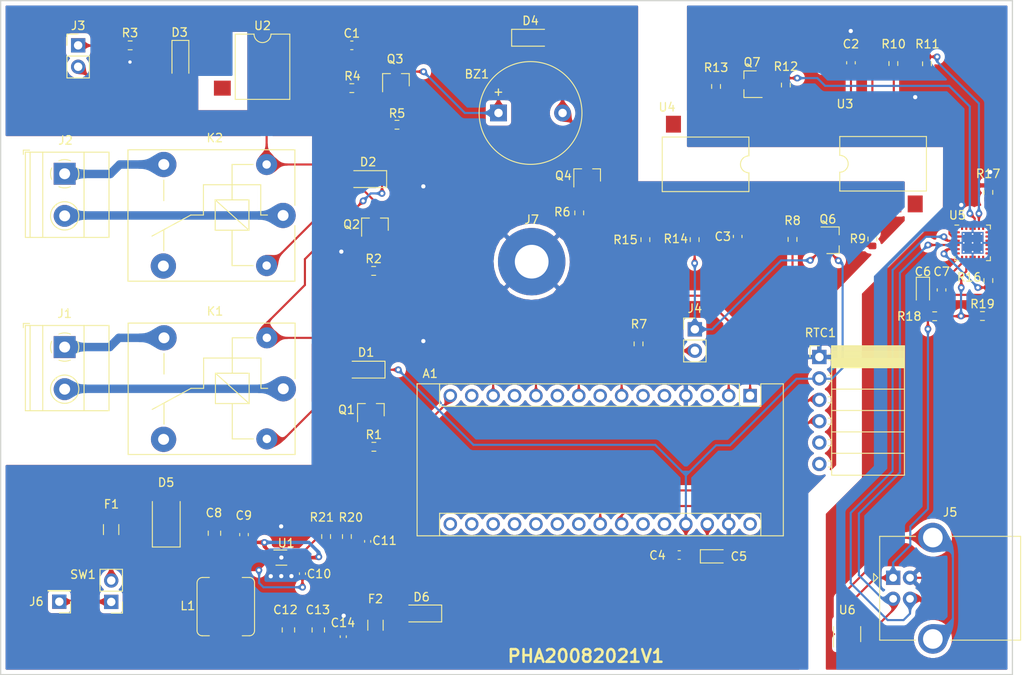
<source format=kicad_pcb>
(kicad_pcb (version 20171130) (host pcbnew "(5.1.10)-1")
  (title_block (title "Automatización Powerhouse PH-1200") (date 2021-08-20) (company "Ing. Alfredo Morales"))
  (layers (0 F.Cu signal) (31 B.Cu power) (35 F.Paste user) (37 F.SilkS user) (38 B.Mask user) (39 F.Mask user) (44 Edge.Cuts user))
  (net 0 "")
  (net 1 "Net-(A1-Pad17)")
  (net 2 "Net-(A1-Pad18)")
  (net 3 "Net-(A1-Pad3)")
  (net 4 "Net-(A1-Pad19)")
  (net 5 GND)
  (net 6 "Net-(A1-Pad20)")
  (net 7 "Net-(A1-Pad5)")
  (net 8 "Net-(A1-Pad21)")
  (net 9 "Net-(A1-Pad6)")
  (net 10 "Net-(A1-Pad22)")
  (net 11 "Net-(A1-Pad23)")
  (net 12 "Net-(A1-Pad8)")
  (net 13 "Net-(A1-Pad24)")
  (net 14 "Net-(A1-Pad25)")
  (net 15 "Net-(A1-Pad10)")
  (net 16 "Net-(A1-Pad26)")
  (net 17 RESET)
  (net 18 +5V)
  (net 19 BUZZER)
  (net 20 "Net-(A1-Pad28)")
  (net 21 VLINEA)
  (net 22 SW_ONOFF)
  (net 23 SW_INV)
  (net 24 "Net-(A1-Pad16)")
  (net 25 "Net-(C1-Pad1)")
  (net 26 "Net-(F1-Pad2)")
  (net 27 "Net-(J3-Pad1)")
  (net 28 "Net-(U2-Pad3)")
  (net 29 "Net-(BZ1-Pad2)")
  (net 30 "Net-(J2-Pad1)")
  (net 31 "Net-(J2-Pad2)")
  (net 32 "Net-(A1-Pad12)")
  (net 33 "Net-(A1-Pad14)")
  (net 34 "Net-(K1-Pad4)")
  (net 35 TX)
  (net 36 RX)
  (net 37 VBUS)
  (net 38 GNDS)
  (net 39 "Net-(K2-Pad4)")
  (net 40 "Net-(Q1-Pad1)")
  (net 41 "Net-(Q2-Pad1)")
  (net 42 "Net-(Q3-Pad1)")
  (net 43 "Net-(Q4-Pad1)")
  (net 44 "Net-(Q6-Pad1)")
  (net 45 "Net-(Q6-Pad3)")
  (net 46 "Net-(Q7-Pad3)")
  (net 47 "Net-(Q7-Pad1)")
  (net 48 RXB)
  (net 49 TXB)
  (net 50 "Net-(U3-Pad1)")
  (net 51 "Net-(U4-Pad1)")
  (net 52 "Net-(U5-Pad1)")
  (net 53 "Net-(U5-Pad12)")
  (net 54 "Net-(U5-Pad13)")
  (net 55 "Net-(U5-Pad14)")
  (net 56 "Net-(U5-Pad17)")
  (net 57 "Net-(U5-Pad18)")
  (net 58 "Net-(U5-Pad19)")
  (net 59 "Net-(U5-Pad22)")
  (net 60 "Net-(U5-Pad23)")
  (net 61 "Net-(U5-Pad24)")
  (net 62 "Net-(R4-Pad2)")
  (net 63 "Net-(R16-Pad2)")
  (net 64 "Net-(D1-Pad2)")
  (net 65 "Net-(D2-Pad2)")
  (net 66 "Net-(D3-Pad2)")
  (net 67 "Net-(R9-Pad2)")
  (net 68 "Net-(R10-Pad2)")
  (net 69 "Net-(R13-Pad2)")
  (net 70 "Net-(R14-Pad2)")
  (net 71 "Net-(R17-Pad1)")
  (net 72 "Net-(U6-Pad1)")
  (net 73 "Net-(J1-Pad1)")
  (net 74 "Net-(A1-Pad30)")
  (net 75 "Net-(R16-Pad1)")
  (net 76 "Net-(U5-Pad11)")
  (net 77 "Net-(RTC1-Pad5)")
  (net 78 "Net-(RTC1-Pad6)")
  (net 79 "Net-(D6-Pad2)")
  (net 80 "Net-(U5-Pad6)")
  (net 81 "Net-(C8-Pad1)")
  (net 82 "Net-(C10-Pad2)")
  (net 83 "Net-(C10-Pad1)")
  (net 84 "Net-(C11-Pad1)")
  (net 85 "Net-(C11-Pad2)")
  (net 86 "Net-(D3-Pad1)")
  (net 87 "Net-(J1-Pad2)")
  (net 88 "Net-(J5-Pad2)")
  (net 89 "Net-(J5-Pad3)")
  (net 90 "Net-(J5-Pad5)")
  (net 91 "Net-(J6-Pad1)")
  (net 92 "Net-(R18-Pad1)")
  (net 93 "Net-(D5-Pad2)")
  (module Resistor_SMD:R_0603_1608Metric (layer F.Cu) (at 116.1796 133.1341 90)
    (fp_text reference R20 (at 2.2733 0.4699 180) (layer F.SilkS))
    (fp_text value 64.9K)
    (pad 2 smd roundrect (at 0.825 0 90) (size 0.8 0.95) (layers F.Cu F.Paste F.Mask) (net 85 "Net-(C11-Pad2)"))
    (pad 1 smd roundrect (at -0.825 0 90) (size 0.8 0.95) (layers F.Cu F.Paste F.Mask) (net 84 "Net-(C11-Pad1)"))
  )
  (module Module:Arduino_Nano (layer F.Cu) (at 164.0078 116.4082 270)
    (fp_text reference A1 (at -2.6162 37.9476 180) (layer F.SilkS))
    (fp_text value Arduino_Nano_v3.x)
    (pad 1 thru_hole rect (at 0 0 270) (size 1.6 1.6) (drill 1) (layers *.Cu *.Mask) (net 35 TX))
    (pad 17 thru_hole oval (at 15.24 33.02 270) (size 1.6 1.6) (drill 1) (layers *.Cu *.Mask) (net 1 "Net-(A1-Pad17)"))
    (pad 2 thru_hole oval (at 0 2.54 270) (size 1.6 1.6) (drill 1) (layers *.Cu *.Mask) (net 36 RX))
    (pad 18 thru_hole oval (at 15.24 30.48 270) (size 1.6 1.6) (drill 1) (layers *.Cu *.Mask) (net 2 "Net-(A1-Pad18)"))
    (pad 3 thru_hole oval (at 0 5.08 270) (size 1.6 1.6) (drill 1) (layers *.Cu *.Mask) (net 3 "Net-(A1-Pad3)"))
    (pad 19 thru_hole oval (at 15.24 27.94 270) (size 1.6 1.6) (drill 1) (layers *.Cu *.Mask) (net 4 "Net-(A1-Pad19)"))
    (pad 4 thru_hole oval (at 0 7.62 270) (size 1.6 1.6) (drill 1) (layers *.Cu *.Mask) (net 5 GND))
    (pad 20 thru_hole oval (at 15.24 25.4 270) (size 1.6 1.6) (drill 1) (layers *.Cu *.Mask) (net 6 "Net-(A1-Pad20)"))
    (pad 5 thru_hole oval (at 0 10.16 270) (size 1.6 1.6) (drill 1) (layers *.Cu *.Mask) (net 7 "Net-(A1-Pad5)"))
    (pad 21 thru_hole oval (at 15.24 22.86 270) (size 1.6 1.6) (drill 1) (layers *.Cu *.Mask) (net 8 "Net-(A1-Pad21)"))
    (pad 6 thru_hole oval (at 0 12.7 270) (size 1.6 1.6) (drill 1) (layers *.Cu *.Mask) (net 9 "Net-(A1-Pad6)"))
    (pad 22 thru_hole oval (at 15.24 20.32 270) (size 1.6 1.6) (drill 1) (layers *.Cu *.Mask) (net 10 "Net-(A1-Pad22)"))
    (pad 7 thru_hole oval (at 0 15.24 270) (size 1.6 1.6) (drill 1) (layers *.Cu *.Mask) (net 17 RESET))
    (pad 23 thru_hole oval (at 15.24 17.78 270) (size 1.6 1.6) (drill 1) (layers *.Cu *.Mask) (net 11 "Net-(A1-Pad23)"))
    (pad 8 thru_hole oval (at 0 17.78 270) (size 1.6 1.6) (drill 1) (layers *.Cu *.Mask) (net 12 "Net-(A1-Pad8)"))
    (pad 24 thru_hole oval (at 15.24 15.24 270) (size 1.6 1.6) (drill 1) (layers *.Cu *.Mask) (net 13 "Net-(A1-Pad24)"))
    (pad 9 thru_hole oval (at 0 20.32 270) (size 1.6 1.6) (drill 1) (layers *.Cu *.Mask) (net 19 BUZZER))
    (pad 25 thru_hole oval (at 15.24 12.7 270) (size 1.6 1.6) (drill 1) (layers *.Cu *.Mask) (net 14 "Net-(A1-Pad25)"))
    (pad 10 thru_hole oval (at 0 22.86 270) (size 1.6 1.6) (drill 1) (layers *.Cu *.Mask) (net 15 "Net-(A1-Pad10)"))
    (pad 26 thru_hole oval (at 15.24 10.16 270) (size 1.6 1.6) (drill 1) (layers *.Cu *.Mask) (net 16 "Net-(A1-Pad26)"))
    (pad 11 thru_hole oval (at 0 25.4 270) (size 1.6 1.6) (drill 1) (layers *.Cu *.Mask) (net 21 VLINEA))
    (pad 27 thru_hole oval (at 15.24 7.62 270) (size 1.6 1.6) (drill 1) (layers *.Cu *.Mask) (net 18 +5V))
    (pad 12 thru_hole oval (at 0 27.94 270) (size 1.6 1.6) (drill 1) (layers *.Cu *.Mask) (net 32 "Net-(A1-Pad12)"))
    (pad 28 thru_hole oval (at 15.24 5.08 270) (size 1.6 1.6) (drill 1) (layers *.Cu *.Mask) (net 20 "Net-(A1-Pad28)"))
    (pad 13 thru_hole oval (at 0 30.48 270) (size 1.6 1.6) (drill 1) (layers *.Cu *.Mask) (net 23 SW_INV))
    (pad 29 thru_hole oval (at 15.24 2.54 270) (size 1.6 1.6) (drill 1) (layers *.Cu *.Mask) (net 5 GND))
    (pad 14 thru_hole oval (at 0 33.02 270) (size 1.6 1.6) (drill 1) (layers *.Cu *.Mask) (net 33 "Net-(A1-Pad14)"))
    (pad 30 thru_hole oval (at 15.24 0 270) (size 1.6 1.6) (drill 1) (layers *.Cu *.Mask) (net 74 "Net-(A1-Pad30)"))
    (pad 15 thru_hole oval (at 0 35.56 270) (size 1.6 1.6) (drill 1) (layers *.Cu *.Mask) (net 22 SW_ONOFF))
    (pad 16 thru_hole oval (at 15.24 35.56 270) (size 1.6 1.6) (drill 1) (layers *.Cu *.Mask) (net 24 "Net-(A1-Pad16)"))
  )
  (module Resistor_SMD:R_0603_1608Metric (layer F.Cu) (at 122.1232 84.2518 180)
    (fp_text reference R5 (at 0 1.3462 180) (layer F.SilkS))
    (fp_text value 10K)
    (pad 1 smd roundrect (at -0.825 0 180) (size 0.8 0.95) (layers F.Cu F.Paste F.Mask) (net 21 VLINEA))
    (pad 2 smd roundrect (at 0.825 0 180) (size 0.8 0.95) (layers F.Cu F.Paste F.Mask) (net 5 GND))
  )
  (module Package_TO_SOT_SMD:SOT-23-6 (layer F.Cu) (at 175.514 144.7165 90)
    (fp_text reference U6 (at 2.8702 0.0127 180) (layer F.SilkS))
    (fp_text value SRV05-4)
    (pad 1 smd rect (at -1.1 -0.95 90) (size 1.06 0.65) (layers F.Cu F.Paste F.Mask) (net 72 "Net-(U6-Pad1)"))
    (pad 2 smd rect (at -1.1 0 90) (size 1.06 0.65) (layers F.Cu F.Paste F.Mask) (net 38 GNDS))
    (pad 3 smd rect (at -1.1 0.95 90) (size 1.06 0.65) (layers F.Cu F.Paste F.Mask) (net 89 "Net-(J5-Pad3)"))
    (pad 4 smd rect (at 1.1 0.95 90) (size 1.06 0.65) (layers F.Cu F.Paste F.Mask) (net 88 "Net-(J5-Pad2)"))
    (pad 6 smd rect (at 1.1 -0.95 90) (size 1.06 0.65) (layers F.Cu F.Paste F.Mask) (net 90 "Net-(J5-Pad5)"))
    (pad 5 smd rect (at 1.1 0 90) (size 1.06 0.65) (layers F.Cu F.Paste F.Mask) (net 37 VBUS))
  )
  (module Buzzer_Beeper:Buzzer_12x9.5RM7.6 (layer F.Cu) (at 134.1628 82.8548)
    (fp_text reference BZ1 (at -2.5654 -4.6101 180) (layer F.SilkS))
    (fp_text value Buzzer)
    (fp_text user + (at -0.01 -2.54) (layer F.SilkS))
    (pad 2 thru_hole circle (at 7.6 0) (size 2 2) (drill 1) (layers *.Cu *.Mask) (net 29 "Net-(BZ1-Pad2)"))
    (pad 1 thru_hole rect (at 0 0) (size 2 2) (drill 1) (layers *.Cu *.Mask) (net 18 +5V))
  )
  (module Package_TO_SOT_SMD:SOT-23 (layer F.Cu) (at 173.8122 97.9678)
    (fp_text reference Q6 (at -0.5842 -2.5 180) (layer F.SilkS))
    (fp_text value MMBT3906)
    (pad 1 smd rect (at -1 -0.95) (size 0.9 0.8) (layers F.Cu F.Paste F.Mask) (net 44 "Net-(Q6-Pad1)"))
    (pad 2 smd rect (at -1 0.95) (size 0.9 0.8) (layers F.Cu F.Paste F.Mask) (net 18 +5V))
    (pad 3 smd rect (at 1 0) (size 0.9 0.8) (layers F.Cu F.Paste F.Mask) (net 45 "Net-(Q6-Pad3)"))
  )
  (module TerminalBlock_Phoenix:TerminalBlock_Phoenix_MKDS-1,5-2_1x02_P5.00mm_Horizontal (layer F.Cu) (at 82.7024 90.0684 270)
    (fp_text reference J2 (at -3.9624 -0.1016 180) (layer F.SilkS))
    (fp_text value SW_INV)
    (pad 1 thru_hole rect (at 0 0 270) (size 2.6 2.6) (drill 1.3) (layers *.Cu *.Mask) (net 30 "Net-(J2-Pad1)"))
    (pad 2 thru_hole circle (at 5 0 270) (size 2.6 2.6) (drill 1.3) (layers *.Cu *.Mask) (net 31 "Net-(J2-Pad2)"))
  )
  (module Connector_PinHeader_2.54mm:PinHeader_1x02_P2.54mm_Vertical (layer F.Cu) (at 157.4546 108.5342)
    (fp_text reference J4 (at 0 -2.4638) (layer F.SilkS))
    (fp_text value RESET)
    (pad 2 thru_hole oval (at 0 2.54) (size 1.7 1.7) (drill 1) (layers *.Cu *.Mask) (net 17 RESET))
    (pad 1 thru_hole rect (at 0 0) (size 1.7 1.7) (drill 1) (layers *.Cu *.Mask) (net 18 +5V))
  )
  (module Connector_PinHeader_2.54mm:PinHeader_1x02_P2.54mm_Vertical (layer F.Cu) (at 88.2269 140.8938 180)
    (fp_text reference SW1 (at 3.3528 3.2512) (layer F.SilkS))
    (fp_text value SW_ENC)
    (pad 1 thru_hole rect (at 0 0 180) (size 1.7 1.7) (drill 1) (layers *.Cu *.Mask) (net 91 "Net-(J6-Pad1)"))
    (pad 2 thru_hole oval (at 0 2.54 180) (size 1.7 1.7) (drill 1) (layers *.Cu *.Mask) (net 26 "Net-(F1-Pad2)"))
  )
  (module Capacitor_SMD:C_0603_1608Metric (layer F.Cu) (at 155.6004 135.3312 180)
    (fp_text reference C4 (at 2.5781 -0.0381) (layer F.SilkS))
    (fp_text value 100nF)
    (pad 1 smd roundrect (at -0.775 0 180) (size 0.9 0.95) (layers F.Cu F.Paste F.Mask) (net 18 +5V))
    (pad 2 smd roundrect (at 0.775 0 180) (size 0.9 0.95) (layers F.Cu F.Paste F.Mask) (net 5 GND))
  )
  (module Diode_SMD:D_SOD-123 (layer F.Cu) (at 118.6434 90.7034 180)
    (fp_text reference D2 (at -0.0508 2.032) (layer F.SilkS))
    (fp_text value B5819W)
    (pad 1 smd rect (at -1.65 0 180) (size 0.9 1.2) (layers F.Cu F.Paste F.Mask) (net 18 +5V))
    (pad 2 smd rect (at 1.65 0 180) (size 0.9 1.2) (layers F.Cu F.Paste F.Mask) (net 65 "Net-(D2-Pad2)"))
  )
  (module Diode_SMD:D_SOD-123 (layer F.Cu) (at 96.4311 76.4921 270)
    (fp_text reference D3 (at -3.2004 0.1016 180) (layer F.SilkS))
    (fp_text value B5819W)
    (pad 2 smd rect (at 1.65 0 270) (size 0.9 1.2) (layers F.Cu F.Paste F.Mask) (net 66 "Net-(D3-Pad2)"))
    (pad 1 smd rect (at -1.65 0 270) (size 0.9 1.2) (layers F.Cu F.Paste F.Mask) (net 86 "Net-(D3-Pad1)"))
  )
  (module Diode_SMD:D_SOD-123 (layer F.Cu) (at 137.9728 73.9267)
    (fp_text reference D4 (at -0.0127 -2.0193 -180) (layer F.SilkS))
    (fp_text value B5819W)
    (pad 1 smd rect (at -1.65 0) (size 0.9 1.2) (layers F.Cu F.Paste F.Mask) (net 18 +5V))
    (pad 2 smd rect (at 1.65 0) (size 0.9 1.2) (layers F.Cu F.Paste F.Mask) (net 29 "Net-(BZ1-Pad2)"))
  )
  (module Relay_THT:Relay_SPDT_SANYOU_SRD_Series_Form_C (layer F.Cu) (at 108.6358 115.5954 180)
    (fp_text reference K1 (at 8.1 9.2) (layer F.SilkS))
    (fp_text value SRD-05VDC-SL-C)
    (pad 1 thru_hole circle (at 0 0 270) (size 3 3) (drill 1.3) (layers *.Cu *.Mask) (net 87 "Net-(J1-Pad2)"))
    (pad 5 thru_hole circle (at 1.95 -5.95 270) (size 2.5 2.5) (drill 1) (layers *.Cu *.Mask) (net 64 "Net-(D1-Pad2)"))
    (pad 4 thru_hole circle (at 14.2 -6 270) (size 3 3) (drill 1.3) (layers *.Cu *.Mask) (net 34 "Net-(K1-Pad4)"))
    (pad 3 thru_hole circle (at 14.15 6.05 270) (size 3 3) (drill 1.3) (layers *.Cu *.Mask) (net 73 "Net-(J1-Pad1)"))
    (pad 2 thru_hole circle (at 1.95 6.05 270) (size 2.5 2.5) (drill 1) (layers *.Cu *.Mask) (net 18 +5V))
  )
  (module Relay_THT:Relay_SPDT_SANYOU_SRD_Series_Form_C (layer F.Cu) (at 108.6104 95.0214 180)
    (fp_text reference K2 (at 8.1 9.2) (layer F.SilkS))
    (fp_text value SRD-05VDC-SL-C)
    (pad 2 thru_hole circle (at 1.95 6.05 270) (size 2.5 2.5) (drill 1) (layers *.Cu *.Mask) (net 18 +5V))
    (pad 3 thru_hole circle (at 14.15 6.05 270) (size 3 3) (drill 1.3) (layers *.Cu *.Mask) (net 30 "Net-(J2-Pad1)"))
    (pad 4 thru_hole circle (at 14.2 -6 270) (size 3 3) (drill 1.3) (layers *.Cu *.Mask) (net 39 "Net-(K2-Pad4)"))
    (pad 5 thru_hole circle (at 1.95 -5.95 270) (size 2.5 2.5) (drill 1) (layers *.Cu *.Mask) (net 65 "Net-(D2-Pad2)"))
    (pad 1 thru_hole circle (at 0 0 270) (size 3 3) (drill 1.3) (layers *.Cu *.Mask) (net 31 "Net-(J2-Pad2)"))
  )
  (module Package_TO_SOT_SMD:SOT-23 (layer F.Cu) (at 119.0244 118.11 90)
    (fp_text reference Q1 (at 0.0254 -2.8956 180) (layer F.SilkS))
    (fp_text value MMBT3904)
    (pad 1 smd rect (at -1 -0.95 90) (size 0.9 0.8) (layers F.Cu F.Paste F.Mask) (net 40 "Net-(Q1-Pad1)"))
    (pad 2 smd rect (at -1 0.95 90) (size 0.9 0.8) (layers F.Cu F.Paste F.Mask) (net 5 GND))
    (pad 3 smd rect (at 1 0 90) (size 0.9 0.8) (layers F.Cu F.Paste F.Mask) (net 64 "Net-(D1-Pad2)"))
  )
  (module Package_TO_SOT_SMD:SOT-23 (layer F.Cu) (at 119.507 96.0882 90)
    (fp_text reference Q2 (at 0 -2.7686 180) (layer F.SilkS))
    (fp_text value MMBT3904)
    (pad 3 smd rect (at 1 0 90) (size 0.9 0.8) (layers F.Cu F.Paste F.Mask) (net 65 "Net-(D2-Pad2)"))
    (pad 2 smd rect (at -1 0.95 90) (size 0.9 0.8) (layers F.Cu F.Paste F.Mask) (net 5 GND))
    (pad 1 smd rect (at -1 -0.95 90) (size 0.9 0.8) (layers F.Cu F.Paste F.Mask) (net 41 "Net-(Q2-Pad1)"))
  )
  (module Package_TO_SOT_SMD:SOT-23 (layer F.Cu) (at 121.9962 78.9432 90)
    (fp_text reference Q3 (at 2.4892 -0.1016 180) (layer F.SilkS))
    (fp_text value MMBT3904)
    (pad 1 smd rect (at -1 -0.95 90) (size 0.9 0.8) (layers F.Cu F.Paste F.Mask) (net 42 "Net-(Q3-Pad1)"))
    (pad 2 smd rect (at -1 0.95 90) (size 0.9 0.8) (layers F.Cu F.Paste F.Mask) (net 21 VLINEA))
    (pad 3 smd rect (at 1 0 90) (size 0.9 0.8) (layers F.Cu F.Paste F.Mask) (net 18 +5V))
  )
  (module Package_TO_SOT_SMD:SOT-23 (layer F.Cu) (at 144.6784 90.2462 90)
    (fp_text reference Q4 (at -0.0508 -2.8194 180) (layer F.SilkS))
    (fp_text value MMBT3904)
    (pad 3 smd rect (at 1 0 90) (size 0.9 0.8) (layers F.Cu F.Paste F.Mask) (net 29 "Net-(BZ1-Pad2)"))
    (pad 2 smd rect (at -1 0.95 90) (size 0.9 0.8) (layers F.Cu F.Paste F.Mask) (net 5 GND))
    (pad 1 smd rect (at -1 -0.95 90) (size 0.9 0.8) (layers F.Cu F.Paste F.Mask) (net 43 "Net-(Q4-Pad1)"))
  )
  (module Package_TO_SOT_SMD:SOT-23 (layer F.Cu) (at 164.0332 79.438 180)
    (fp_text reference Q7 (at -0.2032 2.603 180) (layer F.SilkS))
    (fp_text value MMBT3906)
    (pad 3 smd rect (at 1 0 180) (size 0.9 0.8) (layers F.Cu F.Paste F.Mask) (net 46 "Net-(Q7-Pad3)"))
    (pad 2 smd rect (at -1 0.95 180) (size 0.9 0.8) (layers F.Cu F.Paste F.Mask) (net 37 VBUS))
    (pad 1 smd rect (at -1 -0.95 180) (size 0.9 0.8) (layers F.Cu F.Paste F.Mask) (net 47 "Net-(Q7-Pad1)"))
  )
  (module Resistor_SMD:R_0603_1608Metric (layer F.Cu) (at 90.4748 74.8284 180)
    (fp_text reference R3 (at 0.0254 1.4732) (layer F.SilkS))
    (fp_text value 47K)
    (pad 1 smd roundrect (at -0.825 0 180) (size 0.8 0.95) (layers F.Cu F.Paste F.Mask) (net 86 "Net-(D3-Pad1)"))
    (pad 2 smd roundrect (at 0.825 0 180) (size 0.8 0.95) (layers F.Cu F.Paste F.Mask) (net 27 "Net-(J3-Pad1)"))
  )
  (module Resistor_SMD:R_0603_1608Metric (layer F.Cu) (at 192.2653 92.2782 90)
    (fp_text reference R17 (at 2.2098 -0.0254) (layer F.SilkS))
    (fp_text value 10K)
    (pad 2 smd roundrect (at 0.825 0 90) (size 0.8 0.95) (layers F.Cu F.Paste F.Mask) (net 38 GNDS))
    (pad 1 smd roundrect (at -0.825 0 90) (size 0.8 0.95) (layers F.Cu F.Paste F.Mask) (net 71 "Net-(R17-Pad1)"))
  )
  (module Package_DIP:SMDIP-6_W9.53mm (layer F.Cu) (at 106.172 77.3684)
    (fp_text reference U2 (at 0 -4.87) (layer F.SilkS))
    (fp_text value 4N28X)
    (pad 1 smd rect (at -4.765 -2.54) (size 2 1.78) (layers F.Cu F.Paste F.Mask) (net 86 "Net-(D3-Pad1)"))
    (pad 4 smd rect (at 4.765 2.54) (size 2 1.78) (layers F.Cu F.Paste F.Mask) (net 62 "Net-(R4-Pad2)"))
    (pad 2 smd rect (at -4.765 0) (size 2 1.78) (layers F.Cu F.Paste F.Mask) (net 66 "Net-(D3-Pad2)"))
    (pad 5 smd rect (at 4.765 0) (size 2 1.78) (layers F.Cu F.Paste F.Mask) (net 18 +5V))
    (pad 3 smd rect (at -4.765 2.54) (size 2 1.78) (layers F.Cu F.Paste F.Mask) (net 28 "Net-(U2-Pad3)"))
    (pad 6 smd rect (at 4.765 -2.54) (size 2 1.78) (layers F.Cu F.Paste F.Mask) (net 25 "Net-(C1-Pad1)"))
  )
  (module Package_DIP:SMDIP-8_W9.53mm (layer F.Cu) (at 179.7812 88.8873 90)
    (fp_text reference U3 (at 7.0993 -4.5212) (layer F.SilkS))
    (fp_text value 6N137S)
    (pad 1 smd rect (at -4.765 -3.81 90) (size 2 1.78) (layers F.Cu F.Paste F.Mask) (net 50 "Net-(U3-Pad1)"))
    (pad 5 smd rect (at 4.765 3.81 90) (size 2 1.78) (layers F.Cu F.Paste F.Mask) (net 38 GNDS))
    (pad 2 smd rect (at -4.765 -1.27 90) (size 2 1.78) (layers F.Cu F.Paste F.Mask) (net 67 "Net-(R9-Pad2)"))
    (pad 6 smd rect (at 4.765 1.27 90) (size 2 1.78) (layers F.Cu F.Paste F.Mask) (net 68 "Net-(R10-Pad2)"))
    (pad 3 smd rect (at -4.765 1.27 90) (size 2 1.78) (layers F.Cu F.Paste F.Mask) (net 5 GND))
    (pad 7 smd rect (at 4.765 -1.27 90) (size 2 1.78) (layers F.Cu F.Paste F.Mask) (net 37 VBUS))
    (pad 4 smd rect (at -4.765 3.81 90) (size 2 1.78) (layers F.Cu F.Paste F.Mask))
    (pad 8 smd rect (at 4.765 -3.81 90) (size 2 1.78) (layers F.Cu F.Paste F.Mask) (net 37 VBUS))
  )
  (module Package_DIP:SMDIP-8_W9.53mm (layer F.Cu) (at 158.7246 88.9508 270)
    (fp_text reference U4 (at -6.7818 4.572) (layer F.SilkS))
    (fp_text value 6N137S)
    (pad 8 smd rect (at 4.765 -3.81 270) (size 2 1.78) (layers F.Cu F.Paste F.Mask) (net 18 +5V))
    (pad 4 smd rect (at -4.765 3.81 270) (size 2 1.78) (layers F.Cu F.Paste F.Mask))
    (pad 7 smd rect (at 4.765 -1.27 270) (size 2 1.78) (layers F.Cu F.Paste F.Mask) (net 18 +5V))
    (pad 3 smd rect (at -4.765 1.27 270) (size 2 1.78) (layers F.Cu F.Paste F.Mask) (net 38 GNDS))
    (pad 6 smd rect (at 4.765 1.27 270) (size 2 1.78) (layers F.Cu F.Paste F.Mask) (net 70 "Net-(R14-Pad2)"))
    (pad 2 smd rect (at -4.765 -1.27 270) (size 2 1.78) (layers F.Cu F.Paste F.Mask) (net 69 "Net-(R13-Pad2)"))
    (pad 5 smd rect (at 4.765 3.81 270) (size 2 1.78) (layers F.Cu F.Paste F.Mask) (net 5 GND))
    (pad 1 smd rect (at -4.765 -3.81 270) (size 2 1.78) (layers F.Cu F.Paste F.Mask) (net 51 "Net-(U4-Pad1)"))
  )
  (module Resistor_SMD:R_0603_1608Metric (layer F.Cu) (at 150.7744 110.2614 90)
    (fp_text reference R7 (at 2.3368 0.0508 180) (layer F.SilkS))
    (fp_text value 10K)
    (pad 2 smd roundrect (at 0.825 0 90) (size 0.8 0.95) (layers F.Cu F.Paste F.Mask) (net 5 GND))
    (pad 1 smd roundrect (at -0.825 0 90) (size 0.8 0.95) (layers F.Cu F.Paste F.Mask) (net 17 RESET))
  )
  (module Resistor_SMD:R_0603_1608Metric (layer F.Cu) (at 184.9882 77.0128 90)
    (fp_text reference R11 (at 2.3368 0.0508) (layer F.SilkS))
    (fp_text value 1K)
    (pad 1 smd roundrect (at -0.825 0 90) (size 0.8 0.95) (layers F.Cu F.Paste F.Mask) (net 68 "Net-(R10-Pad2)"))
    (pad 2 smd roundrect (at 0.825 0 90) (size 0.8 0.95) (layers F.Cu F.Paste F.Mask) (net 49 TXB))
  )
  (module Resistor_SMD:R_0603_1608Metric (layer F.Cu) (at 151.5872 97.8916 270)
    (fp_text reference R15 (at 0.0254 2.3622) (layer F.SilkS))
    (fp_text value 1K)
    (pad 2 smd roundrect (at 0.825 0 270) (size 0.8 0.95) (layers F.Cu F.Paste F.Mask) (net 36 RX))
    (pad 1 smd roundrect (at -0.825 0 270) (size 0.8 0.95) (layers F.Cu F.Paste F.Mask) (net 70 "Net-(R14-Pad2)"))
  )
  (module Resistor_SMD:R_0603_1608Metric (layer F.Cu) (at 192.2653 102.743 90)
    (fp_text reference R16 (at 0.381 -2.2733 180) (layer F.SilkS))
    (fp_text value 1K)
    (pad 1 smd roundrect (at -0.825 0 90) (size 0.8 0.95) (layers F.Cu F.Paste F.Mask) (net 75 "Net-(R16-Pad1)"))
    (pad 2 smd roundrect (at 0.825 0 90) (size 0.8 0.95) (layers F.Cu F.Paste F.Mask) (net 63 "Net-(R16-Pad2)"))
  )
  (module Resistor_SMD:R_0603_1608Metric (layer F.Cu) (at 119.38 122.4788)
    (fp_text reference R1 (at 0 -1.43) (layer F.SilkS))
    (fp_text value 4.7K)
    (pad 1 smd roundrect (at -0.825 0) (size 0.8 0.95) (layers F.Cu F.Paste F.Mask) (net 40 "Net-(Q1-Pad1)"))
    (pad 2 smd roundrect (at 0.825 0) (size 0.8 0.95) (layers F.Cu F.Paste F.Mask) (net 22 SW_ONOFF))
  )
  (module Resistor_SMD:R_0603_1608Metric (layer F.Cu) (at 119.3546 101.6)
    (fp_text reference R2 (at 0 -1.43) (layer F.SilkS))
    (fp_text value 4.7K)
    (pad 2 smd roundrect (at 0.825 0) (size 0.8 0.95) (layers F.Cu F.Paste F.Mask) (net 23 SW_INV))
    (pad 1 smd roundrect (at -0.825 0) (size 0.8 0.95) (layers F.Cu F.Paste F.Mask) (net 41 "Net-(Q2-Pad1)"))
  )
  (module Resistor_SMD:R_0603_1608Metric (layer F.Cu) (at 116.7638 79.9084 180)
    (fp_text reference R4 (at -0.0762 1.4224) (layer F.SilkS))
    (fp_text value 10K)
    (pad 2 smd roundrect (at 0.825 0 180) (size 0.8 0.95) (layers F.Cu F.Paste F.Mask) (net 62 "Net-(R4-Pad2)"))
    (pad 1 smd roundrect (at -0.825 0 180) (size 0.8 0.95) (layers F.Cu F.Paste F.Mask) (net 42 "Net-(Q3-Pad1)"))
  )
  (module Resistor_SMD:R_0603_1608Metric (layer F.Cu) (at 143.7386 94.7166 270)
    (fp_text reference R6 (at -0.1016 2.0066 180) (layer F.SilkS))
    (fp_text value 10K)
    (pad 1 smd roundrect (at -0.825 0 270) (size 0.8 0.95) (layers F.Cu F.Paste F.Mask) (net 43 "Net-(Q4-Pad1)"))
    (pad 2 smd roundrect (at 0.825 0 270) (size 0.8 0.95) (layers F.Cu F.Paste F.Mask) (net 19 BUZZER))
  )
  (module Resistor_SMD:R_0603_1608Metric (layer F.Cu) (at 169.037 97.8662 270)
    (fp_text reference R8 (at -2.2352 0 180) (layer F.SilkS))
    (fp_text value 4.7K)
    (pad 2 smd roundrect (at 0.825 0 270) (size 0.8 0.95) (layers F.Cu F.Paste F.Mask) (net 35 TX))
    (pad 1 smd roundrect (at -0.825 0 270) (size 0.8 0.95) (layers F.Cu F.Paste F.Mask) (net 44 "Net-(Q6-Pad1)"))
  )
  (module Resistor_SMD:R_0603_1608Metric (layer F.Cu) (at 178.5112 97.8154 90)
    (fp_text reference R9 (at 0.0254 -1.7272 180) (layer F.SilkS))
    (fp_text value 330)
    (pad 1 smd roundrect (at -0.825 0 90) (size 0.8 0.95) (layers F.Cu F.Paste F.Mask) (net 45 "Net-(Q6-Pad3)"))
    (pad 2 smd roundrect (at 0.825 0 90) (size 0.8 0.95) (layers F.Cu F.Paste F.Mask) (net 67 "Net-(R9-Pad2)"))
  )
  (module Resistor_SMD:R_0603_1608Metric (layer F.Cu) (at 181.0004 76.9874 270)
    (fp_text reference R10 (at -2.3114 -0.0254 180) (layer F.SilkS))
    (fp_text value 470)
    (pad 1 smd roundrect (at -0.825 0 270) (size 0.8 0.95) (layers F.Cu F.Paste F.Mask) (net 37 VBUS))
    (pad 2 smd roundrect (at 0.825 0 270) (size 0.8 0.95) (layers F.Cu F.Paste F.Mask) (net 68 "Net-(R10-Pad2)"))
  )
  (module Resistor_SMD:R_0603_1608Metric (layer F.Cu) (at 168.2496 79.5406 90)
    (fp_text reference R12 (at 2.1976 0 180) (layer F.SilkS))
    (fp_text value 4.7K)
    (pad 1 smd roundrect (at -0.825 0 90) (size 0.8 0.95) (layers F.Cu F.Paste F.Mask) (net 47 "Net-(Q7-Pad1)"))
    (pad 2 smd roundrect (at 0.825 0 90) (size 0.8 0.95) (layers F.Cu F.Paste F.Mask) (net 48 RXB))
  )
  (module Resistor_SMD:R_0603_1608Metric (layer F.Cu) (at 159.9692 79.708 270)
    (fp_text reference R13 (at -2.238 0 180) (layer F.SilkS))
    (fp_text value 330)
    (pad 2 smd roundrect (at 0.825 0 270) (size 0.8 0.95) (layers F.Cu F.Paste F.Mask) (net 69 "Net-(R13-Pad2)"))
    (pad 1 smd roundrect (at -0.825 0 270) (size 0.8 0.95) (layers F.Cu F.Paste F.Mask) (net 46 "Net-(Q7-Pad3)"))
  )
  (module Resistor_SMD:R_0603_1608Metric (layer F.Cu) (at 157.4292 97.8916 90)
    (fp_text reference R14 (at 0.1016 -2.2352 180) (layer F.SilkS))
    (fp_text value 470)
    (pad 2 smd roundrect (at 0.825 0 90) (size 0.8 0.95) (layers F.Cu F.Paste F.Mask) (net 70 "Net-(R14-Pad2)"))
    (pad 1 smd roundrect (at -0.825 0 90) (size 0.8 0.95) (layers F.Cu F.Paste F.Mask) (net 18 +5V))
  )
  (module Fuse:Fuse_1206_3216Metric (layer F.Cu) (at 88.2142 132.3086 270)
    (fp_text reference F1 (at -3.0099 -0.0381 180) (layer F.SilkS))
    (fp_text value "0.5 A")
    (pad 1 smd roundrect (at -1.4 0 270) (size 1.25 1.75) (layers F.Cu F.Paste F.Mask) (roundrect_rratio 0.2) (net 93 "Net-(D5-Pad2)"))
    (pad 2 smd roundrect (at 1.4 0 270) (size 1.25 1.75) (layers F.Cu F.Paste F.Mask) (roundrect_rratio 0.2) (net 26 "Net-(F1-Pad2)"))
  )
  (module Package_DFN_QFN:QFN-24-1EP_4x4mm_P0.5mm_EP2.6x2.6mm_ThermalVias (layer F.Cu) (at 190.3984 98.2726)
    (fp_text reference U5 (at -1.8034 -3.2766) (layer F.SilkS))
    (fp_text value CP2102N-A02-GQFN24)
    (pad 1 smd roundrect (at -1.9375 -1.25) (size 0.825 0.25) (layers F.Cu F.Paste F.Mask) (net 52 "Net-(U5-Pad1)"))
    (pad 2 smd roundrect (at -1.9375 -0.75) (size 0.825 0.25) (layers F.Cu F.Paste F.Mask) (net 38 GNDS))
    (pad 3 smd roundrect (at -1.9375 -0.25) (size 0.825 0.25) (layers F.Cu F.Paste F.Mask) (net 89 "Net-(J5-Pad3)"))
    (pad 4 smd roundrect (at -1.9375 0.25) (size 0.825 0.25) (layers F.Cu F.Paste F.Mask) (net 88 "Net-(J5-Pad2)"))
    (pad 5 smd roundrect (at -1.9375 0.75) (size 0.825 0.25) (layers F.Cu F.Paste F.Mask) (net 75 "Net-(R16-Pad1)"))
    (pad 6 smd roundrect (at -1.9375 1.25) (size 0.825 0.25) (layers F.Cu F.Paste F.Mask) (net 80 "Net-(U5-Pad6)"))
    (pad 7 smd roundrect (at -1.25 1.9375) (size 0.25 0.825) (layers F.Cu F.Paste F.Mask) (net 37 VBUS))
    (pad 8 smd roundrect (at -0.75 1.9375) (size 0.25 0.825) (layers F.Cu F.Paste F.Mask) (net 92 "Net-(R18-Pad1)"))
    (pad 9 smd roundrect (at -0.25 1.9375) (size 0.25 0.825) (layers F.Cu F.Paste F.Mask) (net 63 "Net-(R16-Pad2)"))
    (pad 10 smd roundrect (at 0.25 1.9375) (size 0.25 0.825) (layers F.Cu F.Paste F.Mask))
    (pad 11 smd roundrect (at 0.75 1.9375) (size 0.25 0.825) (layers F.Cu F.Paste F.Mask) (net 76 "Net-(U5-Pad11)"))
    (pad 12 smd roundrect (at 1.25 1.9375) (size 0.25 0.825) (layers F.Cu F.Paste F.Mask) (net 53 "Net-(U5-Pad12)"))
    (pad 13 smd roundrect (at 1.9375 1.25) (size 0.825 0.25) (layers F.Cu F.Paste F.Mask) (net 54 "Net-(U5-Pad13)"))
    (pad 14 smd roundrect (at 1.9375 0.75) (size 0.825 0.25) (layers F.Cu F.Paste F.Mask) (net 55 "Net-(U5-Pad14)"))
    (pad 15 smd roundrect (at 1.9375 0.25) (size 0.825 0.25) (layers F.Cu F.Paste F.Mask) (net 71 "Net-(R17-Pad1)"))
    (pad 16 smd roundrect (at 1.9375 -0.25) (size 0.825 0.25) (layers F.Cu F.Paste F.Mask))
    (pad 17 smd roundrect (at 1.9375 -0.75) (size 0.825 0.25) (layers F.Cu F.Paste F.Mask) (net 56 "Net-(U5-Pad17)"))
    (pad 18 smd roundrect (at 1.9375 -1.25) (size 0.825 0.25) (layers F.Cu F.Paste F.Mask) (net 57 "Net-(U5-Pad18)"))
    (pad 19 smd roundrect (at 1.25 -1.9375) (size 0.25 0.825) (layers F.Cu F.Paste F.Mask) (net 58 "Net-(U5-Pad19)"))
    (pad 20 smd roundrect (at 0.75 -1.9375) (size 0.25 0.825) (layers F.Cu F.Paste F.Mask) (net 49 TXB))
    (pad 21 smd roundrect (at 0.25 -1.9375) (size 0.25 0.825) (layers F.Cu F.Paste F.Mask) (net 48 RXB))
    (pad 22 smd roundrect (at -0.25 -1.9375) (size 0.25 0.825) (layers F.Cu F.Paste F.Mask) (net 59 "Net-(U5-Pad22)"))
    (pad 23 smd roundrect (at -0.75 -1.9375) (size 0.25 0.825) (layers F.Cu F.Paste F.Mask) (net 60 "Net-(U5-Pad23)"))
    (pad 24 smd roundrect (at -1.25 -1.9375) (size 0.25 0.825) (layers F.Cu F.Paste F.Mask) (net 61 "Net-(U5-Pad24)"))
    (pad 25 smd rect (at 0 0) (size 2.6 2.6) (layers F.Cu F.Mask) (net 38 GNDS))
    (pad 25 thru_hole circle (at -1.05 -1.05) (size 0.5 0.5) (drill 0.2) (layers *.Cu) (net 38 GNDS))
    (pad 25 thru_hole circle (at 0 -1.05) (size 0.5 0.5) (drill 0.2) (layers *.Cu) (net 38 GNDS))
    (pad 25 thru_hole circle (at 1.05 -1.05) (size 0.5 0.5) (drill 0.2) (layers *.Cu) (net 38 GNDS))
    (pad 25 thru_hole circle (at -1.05 0) (size 0.5 0.5) (drill 0.2) (layers *.Cu) (net 38 GNDS))
    (pad 25 thru_hole circle (at 0 0) (size 0.5 0.5) (drill 0.2) (layers *.Cu) (net 38 GNDS))
    (pad 25 thru_hole circle (at 1.05 0) (size 0.5 0.5) (drill 0.2) (layers *.Cu) (net 38 GNDS))
    (pad 25 thru_hole circle (at -1.05 1.05) (size 0.5 0.5) (drill 0.2) (layers *.Cu) (net 38 GNDS))
    (pad 25 thru_hole circle (at 0 1.05) (size 0.5 0.5) (drill 0.2) (layers *.Cu) (net 38 GNDS))
    (pad 25 thru_hole circle (at 1.05 1.05) (size 0.5 0.5) (drill 0.2) (layers *.Cu) (net 38 GNDS))
    (pad 25 smd rect (at 0 0) (size 2.6 2.6) (layers B.Cu) (net 38 GNDS))
  )
  (module Connector_PinSocket_2.54mm:PinSocket_1x06_P2.54mm_Horizontal_Right (layer F.Cu) (at 170.1292 111.8235)
    (fp_text reference RTC1 (at 2.2225 -2.8702) (layer F.SilkS))
    (fp_text value RTC_DS3231)
    (pad 1 thru_hole rect (at 2.09296 0) (size 1.7 1.7) (drill 1) (layers *.Cu *.Mask) (net 5 GND))
    (pad 2 thru_hole oval (at 2.09296 2.54) (size 1.7 1.7) (drill 1) (layers *.Cu *.Mask) (net 18 +5V))
    (pad 3 thru_hole oval (at 2.09296 5.08) (size 1.7 1.7) (drill 1) (layers *.Cu *.Mask) (net 11 "Net-(A1-Pad23)"))
    (pad 4 thru_hole oval (at 2.09296 7.62) (size 1.7 1.7) (drill 1) (layers *.Cu *.Mask) (net 13 "Net-(A1-Pad24)"))
    (pad 5 thru_hole oval (at 2.09296 10.16) (size 1.7 1.7) (drill 1) (layers *.Cu *.Mask) (net 77 "Net-(RTC1-Pad5)"))
    (pad 6 thru_hole oval (at 2.09296 12.7) (size 1.7 1.7) (drill 1) (layers *.Cu *.Mask) (net 78 "Net-(RTC1-Pad6)"))
  )
  (module Fuse:Fuse_1206_3216Metric (layer F.Cu) (at 119.5705 143.6624 270)
    (fp_text reference F2 (at -3.1242 0 180) (layer F.SilkS))
    (fp_text value "0.25 A")
    (pad 1 smd roundrect (at -1.4 0 270) (size 1.25 1.75) (layers F.Cu F.Paste F.Mask) (roundrect_rratio 0.2) (net 79 "Net-(D6-Pad2)"))
    (pad 2 smd roundrect (at 1.4 0 270) (size 1.25 1.75) (layers F.Cu F.Paste F.Mask) (roundrect_rratio 0.2) (net 84 "Net-(C11-Pad1)"))
  )
  (module Capacitor_SMD:C_0603_1608Metric (layer F.Cu) (at 116.7638 74.8284)
    (fp_text reference C1 (at 0 -1.43) (layer F.SilkS))
    (fp_text value 220pF)
    (pad 1 smd roundrect (at -0.775 0) (size 0.9 0.95) (layers F.Cu F.Paste F.Mask) (net 25 "Net-(C1-Pad1)"))
    (pad 2 smd roundrect (at 0.775 0) (size 0.9 0.95) (layers F.Cu F.Paste F.Mask) (net 5 GND))
  )
  (module Capacitor_SMD:C_0603_1608Metric (layer F.Cu) (at 175.9712 76.8982 90)
    (fp_text reference C2 (at 2.2222 0 180) (layer F.SilkS))
    (fp_text value 100nF)
    (pad 1 smd roundrect (at -0.775 0 90) (size 0.9 0.95) (layers F.Cu F.Paste F.Mask) (net 37 VBUS))
    (pad 2 smd roundrect (at 0.775 0 90) (size 0.9 0.95) (layers F.Cu F.Paste F.Mask) (net 38 GNDS))
  )
  (module Capacitor_SMD:C_0603_1608Metric (layer F.Cu) (at 162.5346 97.5106 270)
    (fp_text reference C3 (at 0.0127 1.7653 180) (layer F.SilkS))
    (fp_text value 100nF)
    (pad 1 smd roundrect (at -0.775 0 270) (size 0.9 0.95) (layers F.Cu F.Paste F.Mask) (net 18 +5V))
    (pad 2 smd roundrect (at 0.775 0 270) (size 0.9 0.95) (layers F.Cu F.Paste F.Mask) (net 5 GND))
  )
  (module Capacitor_Tantalum_SMD:CP_EIA-2012-12_Kemet-R (layer F.Cu) (at 159.8168 135.4836)
    (fp_text reference C5 (at 2.8575 0.0127) (layer F.SilkS))
    (fp_text value 10uF)
    (pad 2 smd roundrect (at 0.8875 0) (size 1.125 1.05) (layers F.Cu F.Paste F.Mask) (roundrect_rratio 0.238095) (net 5 GND))
    (pad 1 smd roundrect (at -0.8875 0) (size 1.125 1.05) (layers F.Cu F.Paste F.Mask) (roundrect_rratio 0.238095) (net 20 "Net-(A1-Pad28)"))
  )
  (module Capacitor_Tantalum_SMD:CP_EIA-2012-12_Kemet-R (layer F.Cu) (at 184.5056 104.0638 270)
    (fp_text reference C6 (at -2.3749 0 180) (layer F.SilkS))
    (fp_text value 4.7uF)
    (pad 1 smd roundrect (at -0.8875 0 270) (size 1.125 1.05) (layers F.Cu F.Paste F.Mask) (roundrect_rratio 0.238095) (net 37 VBUS))
    (pad 2 smd roundrect (at 0.8875 0 270) (size 1.125 1.05) (layers F.Cu F.Paste F.Mask) (roundrect_rratio 0.238095) (net 38 GNDS))
  )
  (module Capacitor_SMD:C_0603_1608Metric (layer F.Cu) (at 186.7154 103.8606 270)
    (fp_text reference C7 (at -2.1717 -0.0127 180) (layer F.SilkS))
    (fp_text value 100nF)
    (pad 2 smd roundrect (at 0.775 0 270) (size 0.9 0.95) (layers F.Cu F.Paste F.Mask) (net 38 GNDS))
    (pad 1 smd roundrect (at -0.775 0 270) (size 0.9 0.95) (layers F.Cu F.Paste F.Mask) (net 37 VBUS))
  )
  (module Capacitor_SMD:C_0805_2012Metric (layer F.Cu) (at 100.4697 132.7404 90)
    (fp_text reference C8 (at 2.413 -0.0635 180) (layer F.SilkS))
    (fp_text value 10uF)
    (pad 2 smd roundrect (at 0.95 0 90) (size 1 1.45) (layers F.Cu F.Paste F.Mask) (net 5 GND))
    (pad 1 smd roundrect (at -0.95 0 90) (size 1 1.45) (layers F.Cu F.Paste F.Mask) (net 81 "Net-(C8-Pad1)"))
  )
  (module Capacitor_SMD:C_0603_1608Metric (layer F.Cu) (at 103.9749 132.9055 90)
    (fp_text reference C9 (at 2.2733 -0.0254 180) (layer F.SilkS))
    (fp_text value 100nF)
    (pad 2 smd roundrect (at 0.775 0 90) (size 0.9 0.95) (layers F.Cu F.Paste F.Mask) (net 5 GND))
    (pad 1 smd roundrect (at -0.775 0 90) (size 0.9 0.95) (layers F.Cu F.Paste F.Mask) (net 81 "Net-(C8-Pad1)"))
  )
  (module Capacitor_SMD:C_0402_1005Metric (layer F.Cu) (at 110.9091 137.541 270)
    (fp_text reference C10 (at 0.0254 -1.9685 180) (layer F.SilkS))
    (fp_text value 100nF)
    (pad 2 smd roundrect (at 0.48 0 270) (size 0.56 0.62) (layers F.Cu F.Paste F.Mask) (net 82 "Net-(C10-Pad2)"))
    (pad 1 smd roundrect (at -0.48 0 270) (size 0.56 0.62) (layers F.Cu F.Paste F.Mask) (net 83 "Net-(C10-Pad1)"))
  )
  (module Capacitor_SMD:C_0402_1005Metric (layer F.Cu) (at 118.6434 133.7056 90)
    (fp_text reference C11 (at 0.0889 2.0066 180) (layer F.SilkS))
    (fp_text value 22pF)
    (pad 1 smd roundrect (at -0.48 0 90) (size 0.56 0.62) (layers F.Cu F.Paste F.Mask) (net 84 "Net-(C11-Pad1)"))
    (pad 2 smd roundrect (at 0.48 0 90) (size 0.56 0.62) (layers F.Cu F.Paste F.Mask) (net 85 "Net-(C11-Pad2)"))
  )
  (module Capacitor_SMD:C_0805_2012Metric (layer F.Cu) (at 109.2454 144.2212 90)
    (fp_text reference C12 (at 2.3876 -0.3556 180) (layer F.SilkS))
    (fp_text value 22uF)
    (pad 1 smd roundrect (at -0.95 0 90) (size 1 1.45) (layers F.Cu F.Paste F.Mask) (net 84 "Net-(C11-Pad1)"))
    (pad 2 smd roundrect (at 0.95 0 90) (size 1 1.45) (layers F.Cu F.Paste F.Mask) (net 5 GND))
  )
  (module Capacitor_SMD:C_0805_2012Metric (layer F.Cu) (at 112.7887 144.2212 90)
    (fp_text reference C13 (at 2.3876 -0.0508 180) (layer F.SilkS))
    (fp_text value 22uF)
    (pad 1 smd roundrect (at -0.95 0 90) (size 1 1.45) (layers F.Cu F.Paste F.Mask) (net 84 "Net-(C11-Pad1)"))
    (pad 2 smd roundrect (at 0.95 0 90) (size 1 1.45) (layers F.Cu F.Paste F.Mask) (net 5 GND))
  )
  (module Capacitor_SMD:C_0402_1005Metric (layer F.Cu) (at 115.7478 145.0213 90)
    (fp_text reference C14 (at 1.651 -0.0381 180) (layer F.SilkS))
    (fp_text value 100nF)
    (pad 1 smd roundrect (at -0.48 0 90) (size 0.56 0.62) (layers F.Cu F.Paste F.Mask) (net 84 "Net-(C11-Pad1)"))
    (pad 2 smd roundrect (at 0.48 0 90) (size 0.56 0.62) (layers F.Cu F.Paste F.Mask) (net 5 GND))
  )
  (module Diode_SMD:D_SOD-123 (layer F.Cu) (at 118.4529 113.3221 180)
    (fp_text reference D1 (at 0 2.0447) (layer F.SilkS))
    (fp_text value B5819W)
    (pad 1 smd rect (at -1.65 0 180) (size 0.9 1.2) (layers F.Cu F.Paste F.Mask) (net 18 +5V))
    (pad 2 smd rect (at 1.65 0 180) (size 0.9 1.2) (layers F.Cu F.Paste F.Mask) (net 64 "Net-(D1-Pad2)"))
  )
  (module TerminalBlock_Phoenix:TerminalBlock_Phoenix_MKDS-1,5-2_1x02_P5.00mm_Horizontal (layer F.Cu) (at 82.7024 110.6424 270)
    (fp_text reference J1 (at -3.9751 0 180) (layer F.SilkS))
    (fp_text value SW_ONOFF)
    (pad 1 thru_hole rect (at 0 0 270) (size 2.6 2.6) (drill 1.3) (layers *.Cu *.Mask) (net 73 "Net-(J1-Pad1)"))
    (pad 2 thru_hole circle (at 5 0 270) (size 2.6 2.6) (drill 1.3) (layers *.Cu *.Mask) (net 87 "Net-(J1-Pad2)"))
  )
  (module Connector_PinHeader_2.54mm:PinHeader_1x02_P2.54mm_Vertical (layer F.Cu) (at 84.3026 74.8284)
    (fp_text reference J3 (at 0 -2.33) (layer F.SilkS))
    (fp_text value "SENSOR LÍNEA")
    (pad 1 thru_hole rect (at 0 0) (size 1.7 1.7) (drill 1) (layers *.Cu *.Mask) (net 27 "Net-(J3-Pad1)"))
    (pad 2 thru_hole oval (at 0 2.54) (size 1.7 1.7) (drill 1) (layers *.Cu *.Mask) (net 66 "Net-(D3-Pad2)"))
  )
  (module Connector_USB:USB_B_OST_USB-B1HSxx_Horizontal (layer F.Cu) (at 180.975 138.0236)
    (fp_text reference J5 (at 6.76 -7.77) (layer F.SilkS))
    (fp_text value USB_B)
    (pad 1 thru_hole rect (at 0 0) (size 1.7 1.7) (drill 0.92) (layers *.Cu *.Mask) (net 37 VBUS))
    (pad 2 thru_hole circle (at 0 2.5) (size 1.7 1.7) (drill 0.92) (layers *.Cu *.Mask) (net 88 "Net-(J5-Pad2)"))
    (pad 3 thru_hole circle (at 2 2.5) (size 1.7 1.7) (drill 0.92) (layers *.Cu *.Mask) (net 89 "Net-(J5-Pad3)"))
    (pad 4 thru_hole circle (at 2 0) (size 1.7 1.7) (drill 0.92) (layers *.Cu *.Mask) (net 38 GNDS))
    (pad 5 thru_hole circle (at 4.71 -4.77) (size 3.5 3.5) (drill 2.33) (layers *.Cu *.Mask) (net 90 "Net-(J5-Pad5)"))
    (pad 5 thru_hole circle (at 4.71 7.27) (size 3.5 3.5) (drill 2.33) (layers *.Cu *.Mask) (net 90 "Net-(J5-Pad5)"))
  )
  (module Connector_PinHeader_2.54mm:PinHeader_1x01_P2.54mm_Vertical (layer F.Cu) (at 82.0674 140.8684 180)
    (fp_text reference J6 (at 2.7178 0.0127) (layer F.SilkS))
    (fp_text value 12V)
    (pad 1 thru_hole rect (at 0 0 180) (size 1.7 1.7) (drill 1) (layers *.Cu *.Mask) (net 91 "Net-(J6-Pad1)"))
  )
  (module MountingHole:MountingHole_4mm_Pad (layer F.Cu) (at 138.0998 100.5078)
    (fp_text reference J7 (at 0 -5) (layer F.SilkS))
    (fp_text value GND)
    (pad 1 thru_hole circle (at 0 0) (size 8 8) (drill 4) (layers *.Cu *.Mask) (net 5 GND))
  )
  (module Resistor_SMD:R_0603_1608Metric (layer F.Cu) (at 185.9026 106.9848 180)
    (fp_text reference R18 (at 3.0226 -0.0127) (layer F.SilkS))
    (fp_text value 22.1K)
    (pad 1 smd roundrect (at -0.825 0 180) (size 0.8 0.95) (layers F.Cu F.Paste F.Mask) (net 92 "Net-(R18-Pad1)"))
    (pad 2 smd roundrect (at 0.825 0 180) (size 0.8 0.95) (layers F.Cu F.Paste F.Mask) (net 37 VBUS))
  )
  (module Resistor_SMD:R_0603_1608Metric (layer F.Cu) (at 191.5668 106.9594)
    (fp_text reference R19 (at 0 -1.43) (layer F.SilkS))
    (fp_text value 47.5K)
    (pad 2 smd roundrect (at 0.825 0) (size 0.8 0.95) (layers F.Cu F.Paste F.Mask) (net 38 GNDS))
    (pad 1 smd roundrect (at -0.825 0) (size 0.8 0.95) (layers F.Cu F.Paste F.Mask) (net 92 "Net-(R18-Pad1)"))
  )
  (module Resistor_SMD:R_0603_1608Metric (layer F.Cu) (at 113.7158 133.1341 270)
    (fp_text reference R21 (at -2.286 0.508 180) (layer F.SilkS))
    (fp_text value 10K)
    (pad 1 smd roundrect (at -0.825 0 270) (size 0.8 0.95) (layers F.Cu F.Paste F.Mask) (net 85 "Net-(C11-Pad2)"))
    (pad 2 smd roundrect (at 0.825 0 270) (size 0.8 0.95) (layers F.Cu F.Paste F.Mask) (net 5 GND))
  )
  (module Package_TO_SOT_SMD:SOT-563 (layer F.Cu) (at 108.4072 135.636)
    (fp_text reference U1 (at 0.5842 -1.7272) (layer F.SilkS))
    (fp_text value TPS562207S)
    (pad 1 smd rect (at -0.75 -0.5) (size 0.7 0.4) (layers F.Cu F.Paste F.Mask) (net 81 "Net-(C8-Pad1)"))
    (pad 3 smd rect (at -0.75 0.5) (size 0.7 0.4) (layers F.Cu F.Paste F.Mask) (net 5 GND))
    (pad 6 smd rect (at 0.75 -0.5) (size 0.7 0.4) (layers F.Cu F.Paste F.Mask) (net 85 "Net-(C11-Pad2)"))
    (pad 2 smd rect (at -0.75 0) (size 0.7 0.4) (layers F.Cu F.Paste F.Mask) (net 82 "Net-(C10-Pad2)"))
    (pad 4 smd rect (at 0.75 0.5) (size 0.7 0.4) (layers F.Cu F.Paste F.Mask) (net 83 "Net-(C10-Pad1)"))
    (pad 5 smd rect (at 0.75 0) (size 0.7 0.4) (layers F.Cu F.Paste F.Mask) (net 81 "Net-(C8-Pad1)"))
  )
  (module Diode_SMD:D_SMA (layer F.Cu) (at 94.7547 130.9751 90)
    (fp_text reference D5 (at 4.2545 -0.0254 180) (layer F.SilkS))
    (fp_text value SS34)
    (pad 1 smd rect (at -2 0 90) (size 2.5 1.8) (layers F.Cu F.Paste F.Mask) (net 81 "Net-(C8-Pad1)"))
    (pad 2 smd rect (at 2 0 90) (size 2.5 1.8) (layers F.Cu F.Paste F.Mask) (net 93 "Net-(D5-Pad2)"))
  )
  (module Diode_SMD:D_SOD-123 (layer F.Cu) (at 125.1712 142.2654 180)
    (fp_text reference D6 (at 0.1397 1.9431) (layer F.SilkS))
    (fp_text value B5819W)
    (pad 1 smd rect (at -1.65 0 180) (size 0.9 1.2) (layers F.Cu F.Paste F.Mask) (net 18 +5V))
    (pad 2 smd rect (at 1.65 0 180) (size 0.9 1.2) (layers F.Cu F.Paste F.Mask) (net 79 "Net-(D6-Pad2)"))
  )
  (module Inductor_SMD:L_Bourns_SRP7028A_7.3x6.6mm (layer F.Cu) (at 101.8159 141.4526 270)
    (fp_text reference L1 (at -0.0889 4.5085 180) (layer F.SilkS))
    (fp_text value 4.7uH)
    (pad 1 smd rect (at -2.725 0 270) (size 2.95 3.5) (layers F.Cu F.Paste F.Mask) (net 82 "Net-(C10-Pad2)"))
    (pad 2 smd rect (at 2.725 0 270) (size 2.95 3.5) (layers F.Cu F.Paste F.Mask) (net 84 "Net-(C11-Pad1)"))
  )
  (gr_line (start 195.1228 149.526) (end 75.1078 149.526) (layer Edge.Cuts) (width 0.15))
  (gr_line (start 195.1228 69.5198) (end 195.1228 149.526) (layer Edge.Cuts) (width 0.15))
  (gr_line (start 75.1078 69.5198) (end 195.1228 69.5198) (layer Edge.Cuts) (width 0.15))
  (gr_line (start 75.1078 149.526) (end 75.1078 69.5198) (layer Edge.Cuts) (width 0.15))
  (gr_text PHA20082021V1 (at 144.526 147.32) (layer F.SilkS) (effects (font (size 1.5 1.5) (thickness 0.3))))
  (via (at 108.3945 137.8331) (size 1) (drill 0.5) (layers F.Cu B.Cu) (net 5))
  (via (at 109.601 137.8331) (size 1) (drill 0.5) (layers F.Cu B.Cu) (net 5))
  (via (at 107.1499 137.8458) (size 1) (drill 0.5) (layers F.Cu B.Cu) (net 5))
  (via (at 125.2474 91.567) (size 1) (drill 0.5) (layers F.Cu B.Cu) (net 5))
  (via (at 125.2474 109.9312) (size 1) (drill 0.5) (layers F.Cu B.Cu) (net 5))
  (via (at 115.5192 99.314) (size 1) (drill 0.5) (layers F.Cu B.Cu) (net 5))
  (via (at 90.4494 76.8096) (size 0.8) (drill 0.4) (layers F.Cu B.Cu) (net 5))
  (segment (start 108.3818 137.8458) (end 108.3945 137.8331) (width 0.25) (layer F.Cu) (net 5))
  (segment (start 107.1499 137.8458) (end 108.3818 137.8458) (width 0.25) (layer F.Cu) (net 5))
  (segment (start 108.3945 137.8331) (end 109.601 137.8331) (width 0.25) (layer F.Cu) (net 5))
  (via (at 108.4072 135.6233) (size 1) (drill 0.5) (layers F.Cu B.Cu) (net 5))
  (via (at 108.3818 131.9276) (size 1) (drill 0.5) (layers F.Cu B.Cu) (net 5))
  (segment (start 107.4293 137.5664) (end 107.1499 137.8458) (width 0.25) (layer F.Cu) (net 5))
  (segment (start 107.4293 136.3639) (end 107.4293 137.5664) (width 0.25) (layer F.Cu) (net 5))
  (segment (start 107.6572 136.136) (end 107.4293 136.3639) (width 0.25) (layer F.Cu) (net 5))
  (segment (start 107.9881 137.4267) (end 108.3945 137.8331) (width 0.25) (layer F.Cu) (net 5))
  (segment (start 107.9881 136.4742) (end 107.9881 137.4267) (width 0.25) (layer F.Cu) (net 5))
  (segment (start 107.7588 136.2449) (end 107.9881 136.4742) (width 0.25) (layer F.Cu) (net 5))
  (segment (start 107.6572 136.2449) (end 107.7588 136.2449) (width 0.25) (layer F.Cu) (net 5))
  (via (at 115.7986 142.5321) (size 1) (drill 0.5) (layers F.Cu B.Cu) (net 5))
  (segment (start 148.7932 127.6604) (end 146.2278 130.2258) (width 0.25) (layer F.Cu) (net 11))
  (segment (start 172.43806 116.92306) (end 171.01134 116.92306) (width 0.25) (layer F.Cu) (net 11))
  (segment (start 171.01134 116.92306) (end 160.274 127.6604) (width 0.25) (layer F.Cu) (net 11))
  (segment (start 146.2278 130.2258) (end 146.2278 132.1308) (width 0.25) (layer F.Cu) (net 11))
  (segment (start 160.274 127.6604) (end 148.7932 127.6604) (width 0.25) (layer F.Cu) (net 11))
  (segment (start 148.7678 130.6322) (end 148.7678 132.1308) (width 0.25) (layer F.Cu) (net 13))
  (segment (start 149.8854 129.5146) (end 148.7678 130.6322) (width 0.25) (layer F.Cu) (net 13))
  (segment (start 161.0614 129.5146) (end 149.8854 129.5146) (width 0.25) (layer F.Cu) (net 13))
  (segment (start 171.09008 119.48592) (end 161.0614 129.5146) (width 0.25) (layer F.Cu) (net 13))
  (segment (start 172.4152 119.48592) (end 171.09008 119.48592) (width 0.25) (layer F.Cu) (net 13))
  (segment (start 148.7678 113.093) (end 150.7744 111.0864) (width 0.25) (layer F.Cu) (net 17))
  (segment (start 148.7678 116.8908) (end 148.7678 113.093) (width 0.25) (layer F.Cu) (net 17))
  (segment (start 157.4424 111.0864) (end 157.4546 111.0742) (width 0.25) (layer F.Cu) (net 17))
  (segment (start 150.7744 111.0864) (end 157.4424 111.0864) (width 0.25) (layer F.Cu) (net 17))
  (segment (start 156.3878 132.1308) (end 156.3878 125.8824) (width 0.25) (layer B.Cu) (net 18))
  (segment (start 106.7308 109.5004) (end 106.6858 109.5454) (width 0.25) (layer F.Cu) (net 18))
  (segment (start 106.6604 88.9714) (end 106.6848 88.9714) (width 0.25) (layer B.Cu) (net 18))
  (segment (start 121.9106 77.9526) (end 121.92 77.9432) (width 0.25) (layer F.Cu) (net 18))
  (segment (start 162.6616 93.792) (end 162.6616 93.8276) (width 0.25) (layer F.Cu) (net 18))
  (segment (start 160.1216 93.792) (end 162.6616 93.792) (width 0.25) (layer F.Cu) (net 18))
  (segment (start 162.5346 93.7158) (end 162.5346 93.726) (width 0.25) (layer F.Cu) (net 18))
  (segment (start 162.5346 93.7158) (end 162.5498 93.7158) (width 0.25) (layer F.Cu) (net 18))
  (segment (start 159.9946 97.1042) (end 159.9946 93.7158) (width 0.25) (layer F.Cu) (net 18))
  (segment (start 158.3822 98.7166) (end 159.9946 97.1042) (width 0.25) (layer F.Cu) (net 18))
  (segment (start 157.4292 98.7166) (end 158.3822 98.7166) (width 0.25) (layer F.Cu) (net 18))
  (segment (start 157.4038 98.742) (end 157.4292 98.7166) (width 0.25) (layer F.Cu) (net 18))
  (via (at 157.4292 100.6856) (size 0.8) (drill 0.4) (layers F.Cu B.Cu) (net 18))
  (segment (start 157.4292 100.6856) (end 157.4292 98.7166) (width 0.25) (layer F.Cu) (net 18))
  (via (at 174.4726 100.3808) (size 0.8) (drill 0.4) (layers F.Cu B.Cu) (net 18))
  (segment (start 172.8572 98.7654) (end 174.4726 100.3808) (width 0.25) (layer F.Cu) (net 18))
  (segment (start 172.8122 98.7654) (end 172.8572 98.7654) (width 0.25) (layer F.Cu) (net 18))
  (segment (start 157.4546 100.711) (end 157.4292 100.6856) (width 0.25) (layer B.Cu) (net 18))
  (segment (start 157.4546 108.5342) (end 157.4546 100.711) (width 0.25) (layer B.Cu) (net 18))
  (via (at 171.1452 100.3554) (size 0.8) (drill 0.4) (layers F.Cu B.Cu) (net 18))
  (segment (start 172.6082 98.9178) (end 172.8122 98.9178) (width 0.25) (layer F.Cu) (net 18))
  (segment (start 171.1706 100.3554) (end 172.6082 98.9178) (width 0.25) (layer F.Cu) (net 18))
  (segment (start 121.396 77.343) (end 121.9962 77.9432) (width 0.25) (layer F.Cu) (net 18))
  (segment (start 110.9624 77.343) (end 121.396 77.343) (width 0.25) (layer F.Cu) (net 18))
  (segment (start 110.937 77.3684) (end 110.9624 77.343) (width 0.25) (layer F.Cu) (net 18))
  (via (at 125.2728 77.9526) (size 0.8) (drill 0.4) (layers F.Cu B.Cu) (net 18))
  (segment (start 125.2634 77.9432) (end 125.2728 77.9526) (width 0.25) (layer F.Cu) (net 18))
  (segment (start 121.9962 77.9432) (end 125.2634 77.9432) (width 0.25) (layer F.Cu) (net 18))
  (segment (start 130.175 82.8548) (end 134.1628 82.8548) (width 0.25) (layer B.Cu) (net 18))
  (segment (start 125.2728 77.9526) (end 130.175 82.8548) (width 0.25) (layer B.Cu) (net 18))
  (segment (start 106.7678 89.0788) (end 106.6604 88.9714) (width 0.25) (layer F.Cu) (net 18))
  (segment (start 106.6604 88.9714) (end 106.634 88.9714) (width 0.25) (layer B.Cu) (net 18))
  (segment (start 106.6604 88.9714) (end 106.6604 79.9026) (width 0.25) (layer F.Cu) (net 18))
  (segment (start 109.1946 77.3684) (end 110.937 77.3684) (width 0.25) (layer F.Cu) (net 18))
  (segment (start 106.6604 79.9026) (end 109.1946 77.3684) (width 0.25) (layer F.Cu) (net 18))
  (segment (start 156.3878 125.8824) (end 155.956 125.4506) (width 0.25) (layer B.Cu) (net 18))
  (via (at 122.2756 113.3348) (size 0.8) (drill 0.4) (layers F.Cu B.Cu) (net 18))
  (segment (start 152.7556 122.2502) (end 155.956 125.4506) (width 0.25) (layer B.Cu) (net 18))
  (segment (start 131.191 122.2502) (end 152.7556 122.2502) (width 0.25) (layer B.Cu) (net 18))
  (segment (start 122.2756 113.3348) (end 131.191 122.2502) (width 0.25) (layer B.Cu) (net 18))
  (segment (start 156.3878 125.5014) (end 156.337 125.4506) (width 0.25) (layer B.Cu) (net 18))
  (segment (start 156.3878 125.8824) (end 156.3878 125.5014) (width 0.25) (layer B.Cu) (net 18))
  (segment (start 156.337 125.4506) (end 156.8196 125.4506) (width 0.25) (layer B.Cu) (net 18))
  (segment (start 155.956 125.4506) (end 156.337 125.4506) (width 0.25) (layer B.Cu) (net 18))
  (segment (start 167.6908 100.3554) (end 171.1452 100.3554) (width 0.25) (layer B.Cu) (net 18))
  (segment (start 159.512 108.5342) (end 167.6908 100.3554) (width 0.25) (layer B.Cu) (net 18))
  (segment (start 157.4546 108.5342) (end 159.512 108.5342) (width 0.25) (layer B.Cu) (net 18))
  (via (at 118.11 93.2942) (size 0.8) (drill 0.4) (layers F.Cu B.Cu) (net 18))
  (segment (start 118.999 92.4052) (end 118.11 93.2942) (width 0.25) (layer B.Cu) (net 18))
  (segment (start 120.3452 92.4052) (end 118.999 92.4052) (width 0.25) (layer B.Cu) (net 18))
  (via (at 120.3452 92.4052) (size 0.8) (drill 0.4) (layers F.Cu B.Cu) (net 18))
  (segment (start 106.6858 107.7918) (end 106.6858 109.5454) (width 0.25) (layer F.Cu) (net 18))
  (segment (start 111.2012 103.2764) (end 106.6858 107.7918) (width 0.25) (layer F.Cu) (net 18))
  (segment (start 111.2012 100.203) (end 111.2012 103.2764) (width 0.25) (layer F.Cu) (net 18))
  (segment (start 118.11 93.2942) (end 111.2012 100.203) (width 0.25) (layer F.Cu) (net 18))
  (segment (start 174.9806 100.8888) (end 174.4726 100.3808) (width 0.25) (layer B.Cu) (net 18))
  (segment (start 173.7106 114.4016) (end 174.9806 113.1316) (width 0.25) (layer B.Cu) (net 18))
  (segment (start 169.5196 114.4016) (end 173.7106 114.4016) (width 0.25) (layer B.Cu) (net 18))
  (segment (start 174.9806 113.1316) (end 174.9806 100.8888) (width 0.25) (layer B.Cu) (net 18))
  (segment (start 161.6202 122.301) (end 169.5196 114.4016) (width 0.25) (layer B.Cu) (net 18))
  (segment (start 159.9692 122.301) (end 161.6202 122.301) (width 0.25) (layer B.Cu) (net 18))
  (segment (start 156.3878 125.8824) (end 159.9692 122.301) (width 0.25) (layer B.Cu) (net 18))
  (segment (start 134.1628 76.0867) (end 136.3228 73.9267) (width 0.25) (layer F.Cu) (net 18))
  (segment (start 134.1628 82.8548) (end 134.1628 76.0867) (width 0.25) (layer F.Cu) (net 18))
  (segment (start 162.5346 93.7158) (end 162.5346 96.7356) (width 0.25) (layer F.Cu) (net 18))
  (segment (start 156.3878 131.6482) (end 156.3878 135.3188) (width 0.25) (layer F.Cu) (net 18))
  (segment (start 120.2436 113.3348) (end 122.2756 113.3348) (width 0.25) (layer F.Cu) (net 18))
  (segment (start 106.6906 109.5502) (end 116.459 109.5502) (width 0.25) (layer F.Cu) (net 18))
  (segment (start 116.459 109.5502) (end 120.2436 113.3348) (width 0.25) (layer F.Cu) (net 18))
  (segment (start 106.6858 109.5454) (end 106.6906 109.5502) (width 0.25) (layer F.Cu) (net 18))
  (segment (start 120.3442 92.4042) (end 120.3452 92.4052) (width 0.25) (layer F.Cu) (net 18))
  (segment (start 120.3442 90.6008) (end 120.3442 92.4042) (width 0.25) (layer F.Cu) (net 18))
  (segment (start 118.7148 88.9714) (end 120.3442 90.6008) (width 0.25) (layer F.Cu) (net 18))
  (segment (start 106.6604 88.9714) (end 118.7148 88.9714) (width 0.25) (layer F.Cu) (net 18))
  (segment (start 126.8212 142.2654) (end 150.6347 142.2654) (width 0.25) (layer F.Cu) (net 18))
  (segment (start 156.3754 136.5247) (end 156.3754 135.3312) (width 0.25) (layer F.Cu) (net 18))
  (segment (start 150.6347 142.2654) (end 156.3754 136.5247) (width 0.25) (layer F.Cu) (net 18))
  (segment (start 143.6878 95.5924) (end 143.7386 95.5416) (width 0.25) (layer F.Cu) (net 19))
  (segment (start 143.6878 116.8908) (end 143.6878 95.5924) (width 0.25) (layer F.Cu) (net 19))
  (segment (start 158.9278 135.3073) (end 158.9039 135.3312) (width 0.25) (layer F.Cu) (net 20))
  (segment (start 158.9278 135.4821) (end 158.9293 135.4836) (width 0.25) (layer F.Cu) (net 20))
  (segment (start 158.9278 131.6482) (end 158.9278 135.4821) (width 0.25) (layer F.Cu) (net 20))
  (segment (start 122.9462 79.9432) (end 122.9462 84.1776) (width 0.25) (layer F.Cu) (net 21))
  (segment (start 129.4384 102.2096) (end 138.6078 111.379) (width 0.25) (layer F.Cu) (net 21))
  (segment (start 138.6078 111.379) (end 138.6078 116.8908) (width 0.25) (layer F.Cu) (net 21))
  (segment (start 129.4384 90.8182) (end 129.4384 102.2096) (width 0.25) (layer F.Cu) (net 21))
  (segment (start 122.9106 84.2904) (end 129.4384 90.8182) (width 0.25) (layer F.Cu) (net 21))
  (segment (start 122.8598 122.4788) (end 128.4478 116.8908) (width 0.25) (layer F.Cu) (net 22))
  (segment (start 122.8598 122.4788) (end 120.205 122.4788) (width 0.25) (layer F.Cu) (net 22))
  (segment (start 133.5278 112.268) (end 133.5278 116.8908) (width 0.25) (layer F.Cu) (net 23))
  (segment (start 122.8598 101.6) (end 133.5278 112.268) (width 0.25) (layer F.Cu) (net 23))
  (segment (start 120.1796 101.6) (end 122.8598 101.6) (width 0.25) (layer F.Cu) (net 23))
  (segment (start 110.998 74.8284) (end 115.9888 74.8284) (width 0.25) (layer F.Cu) (net 25))
  (segment (start 110.937 74.8284) (end 110.998 74.8284) (width 0.25) (layer F.Cu) (net 25))
  (segment (start 88.2142 138.3411) (end 88.2269 138.3538) (width 0.4) (layer F.Cu) (net 26))
  (segment (start 88.2142 133.7086) (end 88.2142 138.3411) (width 0.4) (layer F.Cu) (net 26))
  (segment (start 89.6244 74.8538) (end 89.6498 74.8284) (width 0.25) (layer F.Cu) (net 27))
  (segment (start 84.3788 74.8538) (end 89.6244 74.8538) (width 0.25) (layer F.Cu) (net 27))
  (segment (start 144.6784 85.7704) (end 141.7628 82.8548) (width 0.25) (layer F.Cu) (net 29))
  (segment (start 144.6784 89.2462) (end 144.6784 85.7704) (width 0.25) (layer F.Cu) (net 29))
  (segment (start 139.6228 73.9267) (end 139.6228 74.1289) (width 0.25) (layer F.Cu) (net 29))
  (segment (start 141.7628 76.2689) (end 141.7628 82.8548) (width 0.25) (layer F.Cu) (net 29))
  (segment (start 139.6228 74.1289) (end 141.7628 76.2689) (width 0.25) (layer F.Cu) (net 29))
  (segment (start 82.7024 90.0938) (end 88.1126 90.0938) (width 1) (layer B.Cu) (net 30))
  (segment (start 89.235 88.9714) (end 94.4604 88.9714) (width 1) (layer B.Cu) (net 30))
  (segment (start 88.1126 90.0938) (end 89.235 88.9714) (width 1) (layer B.Cu) (net 30))
  (segment (start 82.7748 95.0214) (end 82.7024 95.0938) (width 1) (layer B.Cu) (net 31))
  (segment (start 108.6104 95.0214) (end 82.7748 95.0214) (width 1) (layer B.Cu) (net 31))
  (segment (start 169.037 102.4636) (end 169.037 98.6912) (width 0.25) (layer F.Cu) (net 35))
  (segment (start 164.0078 107.4928) (end 169.037 102.4636) (width 0.25) (layer F.Cu) (net 35))
  (segment (start 164.0078 116.8908) (end 164.0078 107.4928) (width 0.25) (layer F.Cu) (net 35))
  (segment (start 151.5872 99.7331) (end 151.5872 98.7166) (width 0.25) (layer F.Cu) (net 36))
  (segment (start 156.4005 104.5464) (end 151.5872 99.7331) (width 0.25) (layer F.Cu) (net 36))
  (segment (start 158.4452 104.5464) (end 156.4005 104.5464) (width 0.25) (layer F.Cu) (net 36))
  (segment (start 161.4678 107.569) (end 158.4452 104.5464) (width 0.25) (layer F.Cu) (net 36))
  (segment (start 161.4678 116.8908) (end 161.4678 107.569) (width 0.25) (layer F.Cu) (net 36))
  (segment (start 175.9458 77.816) (end 175.8188 77.689) (width 0.25) (layer F.Cu) (net 37))
  (segment (start 175.9712 84.1223) (end 178.5112 84.1223) (width 0.25) (layer F.Cu) (net 37))
  (segment (start 181.0004 76.1624) (end 181.1904 76.1624) (width 0.25) (layer F.Cu) (net 37))
  (segment (start 175.9712 77.7398) (end 175.9204 77.689) (width 0.25) (layer F.Cu) (net 37))
  (segment (start 175.9712 84.1223) (end 175.9712 77.7398) (width 0.25) (layer F.Cu) (net 37))
  (segment (start 175.514 143.6165) (end 175.514 141.3891) (width 0.25) (layer F.Cu) (net 37))
  (segment (start 178.8668 138.0363) (end 180.975 138.0363) (width 0.25) (layer F.Cu) (net 37))
  (segment (start 175.514 141.3891) (end 178.8668 138.0363) (width 0.25) (layer F.Cu) (net 37))
  (segment (start 180.0728 76.1624) (end 181.0004 76.1624) (width 0.25) (layer F.Cu) (net 37))
  (segment (start 178.5112 77.724) (end 180.0728 76.1624) (width 0.25) (layer F.Cu) (net 37))
  (segment (start 178.5112 84.1223) (end 178.5112 77.724) (width 0.25) (layer F.Cu) (net 37))
  (segment (start 186.703 102.984) (end 186.6519 102.984) (width 0.25) (layer F.Cu) (net 37))
  (segment (start 166.7256 76.7842) (end 165.0332 78.4766) (width 0.25) (layer F.Cu) (net 37))
  (segment (start 171.6024 76.7842) (end 166.7256 76.7842) (width 0.25) (layer F.Cu) (net 37))
  (segment (start 165.0332 78.4766) (end 165.0332 78.488) (width 0.25) (layer F.Cu) (net 37))
  (segment (start 172.5072 77.689) (end 171.6024 76.7842) (width 0.25) (layer F.Cu) (net 37))
  (segment (start 175.9204 77.689) (end 172.5072 77.689) (width 0.25) (layer F.Cu) (net 37))
  (segment (start 187.1729 103.505) (end 186.6519 102.984) (width 0.25) (layer F.Cu) (net 37))
  (segment (start 188.1127 104.4448) (end 187.1729 103.505) (width 0.25) (layer F.Cu) (net 37))
  (segment (start 192.8114 104.4448) (end 188.1127 104.4448) (width 0.25) (layer F.Cu) (net 37))
  (segment (start 186.2074 74.4728) (end 193.8147 82.0801) (width 0.25) (layer F.Cu) (net 37))
  (segment (start 182.7276 74.4728) (end 186.2074 74.4728) (width 0.25) (layer F.Cu) (net 37))
  (segment (start 181.038 76.1624) (end 182.7276 74.4728) (width 0.25) (layer F.Cu) (net 37))
  (segment (start 193.8147 103.4415) (end 192.8114 104.4448) (width 0.25) (layer F.Cu) (net 37))
  (segment (start 193.8147 82.0801) (end 193.8147 103.4415) (width 0.25) (layer F.Cu) (net 37))
  (segment (start 181.0004 76.1624) (end 181.038 76.1624) (width 0.25) (layer F.Cu) (net 37))
  (segment (start 180.975 136.2202) (end 180.975 138.0363) (width 0.25) (layer B.Cu) (net 37))
  (segment (start 183.007 134.1882) (end 180.975 136.2202) (width 0.25) (layer B.Cu) (net 37))
  (segment (start 183.007 131.953) (end 183.007 134.1882) (width 0.25) (layer B.Cu) (net 37))
  (segment (start 185.103 129.857) (end 183.007 131.953) (width 0.25) (layer B.Cu) (net 37))
  (segment (start 185.103 108.4966) (end 185.103 129.857) (width 0.25) (layer B.Cu) (net 37))
  (segment (start 185.103 108.4966) (end 185.103 107.0356) (width 0.25) (layer F.Cu) (net 37))
  (via (at 185.103 108.4966) (size 0.8) (drill 0.4) (layers F.Cu B.Cu) (net 37))
  (segment (start 189.1484 100.2101) (end 189.1484 100.6402) (width 0.25) (layer F.Cu) (net 37))
  (segment (start 189.1484 100.2101) (end 189.1484 100.6656) (width 0.25) (layer F.Cu) (net 37))
  (segment (start 186.8424 102.9716) (end 186.7154 102.9716) (width 0.25) (layer F.Cu) (net 37))
  (segment (start 189.1484 100.6656) (end 186.8424 102.9716) (width 0.25) (layer F.Cu) (net 37))
  (segment (start 186.5358 103.0747) (end 186.6519 102.9586) (width 0.25) (layer F.Cu) (net 37))
  (segment (start 184.5056 103.0747) (end 186.5358 103.0747) (width 0.25) (layer F.Cu) (net 37))
  (segment (start 183.5897 103.1763) (end 184.404 103.1763) (width 0.25) (layer F.Cu) (net 37))
  (segment (start 183.2102 105.7656) (end 183.2102 103.5558) (width 0.25) (layer F.Cu) (net 37))
  (segment (start 184.4294 106.9848) (end 183.2102 105.7656) (width 0.25) (layer F.Cu) (net 37))
  (segment (start 183.2102 103.5558) (end 183.5897 103.1763) (width 0.25) (layer F.Cu) (net 37))
  (segment (start 185.103 106.9848) (end 184.4294 106.9848) (width 0.25) (layer F.Cu) (net 37))
  (segment (start 186.9186 138.3919) (end 186.563 138.0363) (width 0.25) (layer F.Cu) (net 38))
  (via (at 183.5912 80.9752) (size 1) (drill 0.5) (layers F.Cu B.Cu) (net 38))
  (segment (start 189.0522 140.5255) (end 186.9186 138.3919) (width 0.25) (layer F.Cu) (net 38))
  (segment (start 189.0522 146.1897) (end 189.0522 140.5255) (width 0.25) (layer F.Cu) (net 38))
  (segment (start 187.198 148.0439) (end 189.0522 146.1897) (width 0.25) (layer F.Cu) (net 38))
  (segment (start 176.784 148.0439) (end 187.198 148.0439) (width 0.25) (layer F.Cu) (net 38))
  (segment (start 175.514 146.7739) (end 176.784 148.0439) (width 0.25) (layer F.Cu) (net 38))
  (segment (start 175.514 145.8165) (end 175.514 146.7739) (width 0.25) (layer F.Cu) (net 38))
  (via (at 175.9458 73.1266) (size 1) (drill 0.5) (layers F.Cu B.Cu) (net 38))
  (segment (start 186.944 138.4173) (end 187.0202 138.4935) (width 0.25) (layer F.Cu) (net 38))
  (via (at 189.0522 93.7768) (size 1) (drill 0.5) (layers F.Cu B.Cu) (net 38))
  (segment (start 189.6484 97.5226) (end 190.3984 98.2726) (width 0.25) (layer F.Cu) (net 38))
  (segment (start 188.4609 97.5226) (end 189.6484 97.5226) (width 0.25) (layer F.Cu) (net 38))
  (segment (start 190.3984 95.7834) (end 190.3984 98.2726) (width 0.25) (layer B.Cu) (net 38))
  (segment (start 190.3984 98.2726) (end 190.3984 100.7618) (width 0.25) (layer B.Cu) (net 38))
  (segment (start 190.3984 98.2726) (end 192.8876 98.2726) (width 0.25) (layer B.Cu) (net 38))
  (segment (start 190.3984 98.2726) (end 187.9092 98.2726) (width 0.25) (layer B.Cu) (net 38))
  (via (at 192.4812 89.8652) (size 1) (drill 0.5) (layers F.Cu B.Cu) (net 38))
  (segment (start 186.563 138.0363) (end 182.975 138.0363) (width 0.25) (layer F.Cu) (net 38))
  (segment (start 187.6552 95.1738) (end 189.0522 93.7768) (width 0.25) (layer F.Cu) (net 38))
  (segment (start 187.6552 97.2058) (end 187.6552 95.1738) (width 0.25) (layer F.Cu) (net 38))
  (segment (start 187.972 97.5226) (end 187.6552 97.2058) (width 0.25) (layer F.Cu) (net 38))
  (segment (start 188.4609 97.5226) (end 187.972 97.5226) (width 0.25) (layer F.Cu) (net 38))
  (segment (start 185.4073 104.9528) (end 184.6087 104.9528) (width 0.25) (layer F.Cu) (net 38))
  (segment (start 185.8261 104.534) (end 185.4073 104.9528) (width 0.25) (layer F.Cu) (net 38))
  (segment (start 186.6519 104.534) (end 185.8261 104.534) (width 0.25) (layer F.Cu) (net 38))
  (segment (start 118.555 122.4788) (end 118.555 120.9426) (width 0.25) (layer F.Cu) (net 40))
  (segment (start 118.0744 120.462) (end 118.0744 119.11) (width 0.25) (layer F.Cu) (net 40))
  (segment (start 118.555 120.9426) (end 118.0744 120.462) (width 0.25) (layer F.Cu) (net 40))
  (segment (start 118.5296 97.1156) (end 118.557 97.0882) (width 0.25) (layer F.Cu) (net 41))
  (segment (start 118.5296 101.6) (end 118.5296 97.1156) (width 0.25) (layer F.Cu) (net 41))
  (segment (start 121.0114 79.9084) (end 121.0462 79.9432) (width 0.25) (layer F.Cu) (net 42))
  (segment (start 117.601 79.9084) (end 121.0114 79.9084) (width 0.25) (layer F.Cu) (net 42))
  (segment (start 117.5888 79.9206) (end 117.601 79.9084) (width 0.25) (layer F.Cu) (net 42))
  (segment (start 117.5888 79.9084) (end 117.5888 79.9206) (width 0.25) (layer F.Cu) (net 42))
  (segment (start 143.7386 91.2564) (end 143.7284 91.2462) (width 0.25) (layer F.Cu) (net 43))
  (segment (start 143.7386 93.8916) (end 143.7386 91.2564) (width 0.25) (layer F.Cu) (net 43))
  (segment (start 172.6364 97.0412) (end 172.8122 96.8654) (width 0.25) (layer F.Cu) (net 44))
  (segment (start 169.037 97.0412) (end 172.6364 97.0412) (width 0.25) (layer F.Cu) (net 44))
  (segment (start 174.8122 97.9678) (end 174.8282 97.9678) (width 0.25) (layer F.Cu) (net 45))
  (segment (start 175.5008 98.6404) (end 178.5112 98.6404) (width 0.25) (layer F.Cu) (net 45))
  (segment (start 174.8282 97.9678) (end 175.5008 98.6404) (width 0.25) (layer F.Cu) (net 45))
  (segment (start 162.4782 78.883) (end 163.0332 79.438) (width 0.25) (layer F.Cu) (net 46))
  (segment (start 159.9692 78.883) (end 162.4782 78.883) (width 0.25) (layer F.Cu) (net 46))
  (segment (start 168.1046 80.388) (end 168.2496 80.533) (width 0.25) (layer F.Cu) (net 47))
  (segment (start 165.0332 80.388) (end 168.1046 80.388) (width 0.25) (layer F.Cu) (net 47))
  (segment (start 169.5968 78.7156) (end 169.5968 78.7156) (width 0.25) (layer F.Cu) (net 48))
  (via (at 169.5968 78.7156) (size 0.8) (drill 0.4) (layers F.Cu B.Cu) (net 48))
  (segment (start 169.5968 78.7156) (end 168.2496 78.7156) (width 0.25) (layer F.Cu) (net 48))
  (segment (start 171.9844 78.7156) (end 169.5968 78.7156) (width 0.25) (layer B.Cu) (net 48))
  (segment (start 172.9105 79.6417) (end 171.9844 78.7156) (width 0.25) (layer B.Cu) (net 48))
  (segment (start 187.6298 79.6417) (end 172.9105 79.6417) (width 0.25) (layer B.Cu) (net 48))
  (segment (start 190.0682 82.0801) (end 187.6298 79.6417) (width 0.25) (layer B.Cu) (net 48))
  (segment (start 190.0682 94.7928) (end 190.0682 82.0801) (width 0.25) (layer B.Cu) (net 48))
  (segment (start 190.6484 95.373) (end 190.6484 96.3351) (width 0.25) (layer F.Cu) (net 48))
  (segment (start 190.0682 94.7928) (end 190.6484 95.373) (width 0.25) (layer F.Cu) (net 48))
  (via (at 190.0682 94.7928) (size 0.8) (drill 0.4) (layers F.Cu B.Cu) (net 48))
  (segment (start 185.1152 76.1878) (end 186.1952 76.1878) (width 0.25) (layer F.Cu) (net 49))
  (via (at 186.1952 76.1878) (size 0.8) (drill 0.4) (layers F.Cu B.Cu) (net 49))
  (segment (start 186.1952 76.1878) (end 186.1952 76.1878) (width 0.25) (layer F.Cu) (net 49))
  (segment (start 191.1484 96.3351) (end 191.1484 94.7935) (width 0.25) (layer F.Cu) (net 49))
  (via (at 191.1484 94.7935) (size 0.8) (drill 0.4) (layers F.Cu B.Cu) (net 49))
  (segment (start 186.1952 76.772) (end 186.1952 76.1878) (width 0.25) (layer B.Cu) (net 49))
  (segment (start 191.1484 81.7252) (end 186.1952 76.772) (width 0.25) (layer B.Cu) (net 49))
  (segment (start 191.1484 94.7935) (end 191.1484 81.7252) (width 0.25) (layer B.Cu) (net 49))
  (segment (start 111.0742 79.9084) (end 115.9388 79.9084) (width 0.25) (layer F.Cu) (net 62))
  (segment (start 110.937 79.9084) (end 111.0742 79.9084) (width 0.25) (layer F.Cu) (net 62))
  (segment (start 191.3768 101.918) (end 192.2653 101.918) (width 0.25) (layer F.Cu) (net 63))
  (segment (start 190.1484 100.6896) (end 191.3768 101.918) (width 0.25) (layer F.Cu) (net 63))
  (segment (start 190.1484 100.2101) (end 190.1484 100.6896) (width 0.25) (layer F.Cu) (net 63))
  (segment (start 108.7183 121.5454) (end 106.6858 121.5454) (width 0.25) (layer F.Cu) (net 64))
  (segment (start 116.7902 113.4735) (end 108.7183 121.5454) (width 0.25) (layer F.Cu) (net 64))
  (segment (start 116.7902 113.41) (end 116.7902 113.4735) (width 0.25) (layer F.Cu) (net 64))
  (segment (start 116.7902 113.4755) (end 116.7902 113.4374) (width 0.25) (layer F.Cu) (net 64))
  (segment (start 119.0244 115.7097) (end 116.7902 113.4755) (width 0.25) (layer F.Cu) (net 64))
  (segment (start 119.0244 117.11) (end 119.0244 115.7097) (width 0.25) (layer F.Cu) (net 64))
  (segment (start 106.7556 101.0666) (end 106.6604 100.9714) (width 0.25) (layer F.Cu) (net 65))
  (segment (start 119.507 93.3704) (end 117.0442 90.9076) (width 0.25) (layer F.Cu) (net 65))
  (segment (start 119.507 95.0882) (end 119.507 93.3704) (width 0.25) (layer F.Cu) (net 65))
  (segment (start 106.953 100.9714) (end 117.0442 90.8802) (width 0.25) (layer F.Cu) (net 65))
  (segment (start 106.6604 100.9714) (end 106.953 100.9714) (width 0.25) (layer F.Cu) (net 65))
  (segment (start 96.3158 78.1294) (end 96.4946 78.1294) (width 0.25) (layer F.Cu) (net 66))
  (segment (start 95.7306 78.7146) (end 96.3158 78.1294) (width 0.25) (layer F.Cu) (net 66))
  (segment (start 85.6996 78.7146) (end 95.7306 78.7146) (width 0.25) (layer F.Cu) (net 66))
  (segment (start 84.3788 77.3938) (end 85.6996 78.7146) (width 0.25) (layer F.Cu) (net 66))
  (segment (start 99.0854 77.3684) (end 101.407 77.3684) (width 0.25) (layer F.Cu) (net 66))
  (segment (start 98.3244 78.1294) (end 99.0854 77.3684) (width 0.25) (layer F.Cu) (net 66))
  (segment (start 96.4946 78.1294) (end 98.3244 78.1294) (width 0.25) (layer F.Cu) (net 66))
  (segment (start 178.498 93.6655) (end 178.5112 93.6523) (width 0.25) (layer F.Cu) (net 67))
  (segment (start 178.5112 93.6523) (end 178.5112 96.9904) (width 0.25) (layer F.Cu) (net 67))
  (segment (start 185.1152 77.8378) (end 185.1152 77.851) (width 0.25) (layer F.Cu) (net 68))
  (segment (start 185.1152 77.8378) (end 185.1274 77.8378) (width 0.25) (layer F.Cu) (net 68))
  (segment (start 181.0258 77.8378) (end 181.0004 77.8124) (width 0.25) (layer F.Cu) (net 68))
  (segment (start 185.0898 77.8124) (end 185.1152 77.8378) (width 0.25) (layer F.Cu) (net 68))
  (segment (start 181.0004 77.8124) (end 185.0898 77.8124) (width 0.25) (layer F.Cu) (net 68))
  (segment (start 181.0512 77.8632) (end 181.0004 77.8124) (width 0.25) (layer F.Cu) (net 68))
  (segment (start 181.0512 84.1223) (end 181.0512 77.8632) (width 0.25) (layer F.Cu) (net 68))
  (segment (start 159.9692 84.1604) (end 159.9946 84.1858) (width 0.25) (layer F.Cu) (net 69))
  (segment (start 159.9946 80.5584) (end 159.9692 80.533) (width 0.25) (layer F.Cu) (net 69))
  (segment (start 159.9946 84.1858) (end 159.9946 80.5584) (width 0.25) (layer F.Cu) (net 69))
  (segment (start 157.4292 93.7412) (end 157.4546 93.7158) (width 0.25) (layer F.Cu) (net 70))
  (segment (start 157.4292 97.0666) (end 157.4292 93.7412) (width 0.25) (layer F.Cu) (net 70))
  (segment (start 157.11926 97.0666) (end 157.4292 97.0666) (width 0.25) (layer F.Cu) (net 70))
  (segment (start 151.5872 97.0666) (end 157.4292 97.0666) (width 0.25) (layer F.Cu) (net 70))
  (segment (start 192.917 98.5226) (end 192.3359 98.5226) (width 0.25) (layer F.Cu) (net 71))
  (segment (start 193.3321 98.1075) (end 192.917 98.5226) (width 0.25) (layer F.Cu) (net 71))
  (segment (start 192.2653 94.2589) (end 193.3321 95.3257) (width 0.25) (layer F.Cu) (net 71))
  (segment (start 193.3321 95.3257) (end 193.3321 98.1075) (width 0.25) (layer F.Cu) (net 71))
  (segment (start 192.2653 93.1032) (end 192.2653 94.2589) (width 0.25) (layer F.Cu) (net 71))
  (segment (start 82.7024 110.6424) (end 88.0364 110.6424) (width 1) (layer B.Cu) (net 73))
  (segment (start 89.1334 109.5454) (end 94.4858 109.5454) (width 1) (layer B.Cu) (net 73))
  (segment (start 88.0364 110.6424) (end 89.1334 109.5454) (width 1) (layer B.Cu) (net 73))
  (segment (start 163.9954 132.1432) (end 164.0078 132.1308) (width 0.25) (layer F.Cu) (net 74))
  (via (at 186.9948 99.567982) (size 0.8) (drill 0.4) (layers F.Cu B.Cu) (net 75))
  (via (at 191.0207 103.5812) (size 0.8) (drill 0.4) (layers F.Cu B.Cu) (net 75))
  (segment (start 191.0207 103.5812) (end 187.007482 99.567982) (width 0.25) (layer B.Cu) (net 75))
  (segment (start 187.007482 99.567982) (end 186.9948 99.567982) (width 0.25) (layer B.Cu) (net 75))
  (segment (start 191.0207 103.5812) (end 192.1896 103.5812) (width 0.25) (layer F.Cu) (net 75))
  (segment (start 187.540182 99.0226) (end 186.9948 99.567982) (width 0.25) (layer F.Cu) (net 75))
  (segment (start 188.4609 99.0226) (end 187.540182 99.0226) (width 0.25) (layer F.Cu) (net 75))
  (segment (start 123.5182 142.2624) (end 123.5212 142.2654) (width 0.25) (layer F.Cu) (net 79))
  (segment (start 119.5705 142.2624) (end 123.5182 142.2624) (width 0.25) (layer F.Cu) (net 79))
  (segment (start 112.7633 135.636) (end 112.8522 135.5471) (width 0.4) (layer F.Cu) (net 81))
  (segment (start 109.1572 135.636) (end 112.7633 135.636) (width 0.4) (layer F.Cu) (net 81))
  (via (at 112.8522 135.5471) (size 0.8) (drill 0.4) (layers F.Cu B.Cu) (net 81))
  (segment (start 103.965 133.6904) (end 103.9749 133.6805) (width 0.4) (layer F.Cu) (net 81))
  (segment (start 100.4697 133.6904) (end 103.965 133.6904) (width 0.4) (layer F.Cu) (net 81))
  (segment (start 100.4697 133.6904) (end 98.359 133.6904) (width 0.4) (layer F.Cu) (net 81))
  (segment (start 97.6437 132.9751) (end 94.7547 132.9751) (width 0.4) (layer F.Cu) (net 81))
  (segment (start 98.359 133.6904) (end 97.6437 132.9751) (width 0.4) (layer F.Cu) (net 81))
  (segment (start 104.127 133.8326) (end 103.9749 133.6805) (width 0.4) (layer F.Cu) (net 81))
  (segment (start 106.4006 133.8326) (end 104.127 133.8326) (width 0.4) (layer F.Cu) (net 81))
  (segment (start 112.8522 135.0264) (end 112.8522 135.0518) (width 0.4) (layer B.Cu) (net 81))
  (segment (start 111.6584 133.8326) (end 112.8522 135.0264) (width 0.4) (layer B.Cu) (net 81))
  (segment (start 112.8522 135.0518) (end 112.8522 135.5471) (width 0.4) (layer B.Cu) (net 81))
  (segment (start 106.4006 133.8326) (end 111.6584 133.8326) (width 0.4) (layer B.Cu) (net 81))
  (via (at 106.4006 133.8326) (size 0.8) (drill 0.4) (layers F.Cu B.Cu) (net 81))
  (segment (start 107.2087 135.136) (end 107.6572 135.136) (width 0.4) (layer F.Cu) (net 81))
  (segment (start 106.4006 134.3279) (end 107.2087 135.136) (width 0.4) (layer F.Cu) (net 81))
  (segment (start 106.4006 133.8326) (end 106.4006 134.3279) (width 0.4) (layer F.Cu) (net 81))
  (via (at 110.9218 139.1539) (size 0.8) (drill 0.4) (layers F.Cu B.Cu) (net 82))
  (via (at 105.7402 137.1219) (size 0.8) (drill 0.4) (layers F.Cu B.Cu) (net 82))
  (segment (start 105.7402 137.1219) (end 105.7656 137.1473) (width 0.25) (layer B.Cu) (net 82))
  (segment (start 105.7656 137.1473) (end 105.7656 138.6459) (width 0.25) (layer B.Cu) (net 82))
  (segment (start 105.7656 138.6459) (end 106.2736 139.1539) (width 0.25) (layer B.Cu) (net 82))
  (segment (start 106.2736 139.1539) (end 108.3691 139.1539) (width 0.25) (layer B.Cu) (net 82))
  (segment (start 108.3691 139.1539) (end 110.9218 139.1539) (width 0.25) (layer B.Cu) (net 82))
  (segment (start 110.9091 139.1412) (end 110.9218 139.1539) (width 0.25) (layer B.Cu) (net 82))
  (segment (start 110.9091 138.021) (end 110.9091 139.1412) (width 0.25) (layer F.Cu) (net 82))
  (segment (start 102.7349 139.6466) (end 101.8159 138.7276) (width 0.25) (layer F.Cu) (net 82))
  (segment (start 102.2295 138.7276) (end 101.8159 138.7276) (width 0.25) (layer F.Cu) (net 82))
  (segment (start 103.8352 137.1219) (end 102.2295 138.7276) (width 0.25) (layer F.Cu) (net 82))
  (segment (start 105.7402 137.1219) (end 103.8352 137.1219) (width 0.25) (layer F.Cu) (net 82))
  (segment (start 101.1864 138.7276) (end 101.8159 138.7276) (width 0.25) (layer F.Cu) (net 82))
  (segment (start 100.203 137.7442) (end 101.1864 138.7276) (width 0.25) (layer F.Cu) (net 82))
  (segment (start 100.203 135.7122) (end 100.203 137.7442) (width 0.25) (layer F.Cu) (net 82))
  (segment (start 100.3554 135.5598) (end 100.203 135.7122) (width 0.25) (layer F.Cu) (net 82))
  (segment (start 107.581 135.5598) (end 100.3554 135.5598) (width 0.25) (layer F.Cu) (net 82))
  (segment (start 107.6572 135.636) (end 107.581 135.5598) (width 0.25) (layer F.Cu) (net 82))
  (segment (start 105.7402 137.03935) (end 105.7402 137.1219) (width 0.25) (layer F.Cu) (net 82))
  (segment (start 107.057825 135.721725) (end 105.7402 137.03935) (width 0.25) (layer F.Cu) (net 82))
  (segment (start 107.571475 135.721725) (end 107.057825 135.721725) (width 0.25) (layer F.Cu) (net 82))
  (segment (start 107.6572 135.636) (end 107.571475 135.721725) (width 0.25) (layer F.Cu) (net 82))
  (segment (start 110.8609 137.061) (end 110.9091 137.061) (width 0.25) (layer F.Cu) (net 83))
  (segment (start 109.1572 136.136) (end 109.9359 136.136) (width 0.25) (layer F.Cu) (net 83))
  (segment (start 109.9359 136.136) (end 110.8609 137.061) (width 0.25) (layer F.Cu) (net 83))
  (segment (start 112.714201 145.1712) (end 112.790401 145.095) (width 0.25) (layer F.Cu) (net 84))
  (segment (start 109.2454 145.1712) (end 113.692101 145.1712) (width 0.25) (layer F.Cu) (net 84))
  (segment (start 101.8159 144.1776) (end 102.0754 144.1776) (width 0.25) (layer F.Cu) (net 84))
  (segment (start 114.3737 145.095) (end 114.78 145.5013) (width 0.25) (layer F.Cu) (net 84))
  (segment (start 112.968201 145.095) (end 114.3737 145.095) (width 0.25) (layer F.Cu) (net 84))
  (segment (start 114.78 145.5013) (end 115.7478 145.5013) (width 0.25) (layer F.Cu) (net 84))
  (segment (start 102.6342 144.9959) (end 101.8159 144.1776) (width 0.25) (layer F.Cu) (net 84))
  (segment (start 109.0701 144.9959) (end 102.6342 144.9959) (width 0.25) (layer F.Cu) (net 84))
  (segment (start 109.2454 145.1712) (end 109.0701 144.9959) (width 0.25) (layer F.Cu) (net 84))
  (segment (start 106.6419 142.2273) (end 105.537 143.3322) (width 0.25) (layer F.Cu) (net 84))
  (segment (start 112.6236 142.2273) (end 106.6419 142.2273) (width 0.25) (layer F.Cu) (net 84))
  (segment (start 116.1923 138.6586) (end 112.6236 142.2273) (width 0.25) (layer F.Cu) (net 84))
  (segment (start 116.1923 133.9591) (end 116.1923 138.6586) (width 0.25) (layer F.Cu) (net 84))
  (segment (start 117.2586 133.9591) (end 116.1923 133.9591) (width 0.25) (layer F.Cu) (net 84))
  (segment (start 105.537 143.3322) (end 102.6613 143.3322) (width 0.25) (layer F.Cu) (net 84))
  (segment (start 117.4851 134.1856) (end 117.2586 133.9591) (width 0.25) (layer F.Cu) (net 84))
  (segment (start 118.6434 134.1856) (end 117.4851 134.1856) (width 0.25) (layer F.Cu) (net 84))
  (segment (start 115.7478 145.5013) (end 117.1982 145.5013) (width 0.25) (layer F.Cu) (net 84))
  (segment (start 117.6371 145.0624) (end 119.5705 145.0624) (width 0.25) (layer F.Cu) (net 84))
  (segment (start 117.1982 145.5013) (end 117.6371 145.0624) (width 0.25) (layer F.Cu) (net 84))
  (segment (start 115.9124 132.3086) (end 115.9129 132.3091) (width 0.25) (layer F.Cu) (net 85))
  (segment (start 118.6434 133.2256) (end 117.9094 133.2256) (width 0.25) (layer F.Cu) (net 85))
  (segment (start 116.9929 132.3091) (end 115.9129 132.3091) (width 0.25) (layer F.Cu) (net 85))
  (segment (start 117.9094 133.2256) (end 116.9929 132.3091) (width 0.25) (layer F.Cu) (net 85))
  (segment (start 113.6777 132.3091) (end 115.9129 132.3091) (width 0.25) (layer F.Cu) (net 85))
  (segment (start 110.8249 135.136) (end 109.1572 135.136) (width 0.25) (layer F.Cu) (net 85))
  (segment (start 113.6518 132.3091) (end 110.8249 135.136) (width 0.25) (layer F.Cu) (net 85))
  (segment (start 113.6777 132.3091) (end 113.6518 132.3091) (width 0.25) (layer F.Cu) (net 85))
  (segment (start 96.4936 74.8284) (end 96.4946 74.8294) (width 0.25) (layer F.Cu) (net 86))
  (segment (start 91.2998 74.8284) (end 96.4936 74.8284) (width 0.25) (layer F.Cu) (net 86))
  (segment (start 101.406 74.8294) (end 101.407 74.8284) (width 0.25) (layer F.Cu) (net 86))
  (segment (start 96.4946 74.8294) (end 101.406 74.8294) (width 0.25) (layer F.Cu) (net 86))
  (segment (start 108.4542 115.4138) (end 108.6358 115.5954) (width 1) (layer F.Cu) (net 87))
  (segment (start 82.7494 115.5954) (end 82.7024 115.6424) (width 1) (layer B.Cu) (net 87))
  (segment (start 108.6358 115.5954) (end 82.7494 115.5954) (width 1) (layer B.Cu) (net 87))
  (segment (start 180.975 141.8463) (end 180.975 140.5363) (width 0.25) (layer F.Cu) (net 88))
  (segment (start 179.2048 143.6165) (end 180.975 141.8463) (width 0.25) (layer F.Cu) (net 88))
  (segment (start 176.464 143.6165) (end 179.2048 143.6165) (width 0.25) (layer F.Cu) (net 88))
  (via (at 185.1025 98.5266) (size 0.8) (drill 0.4) (layers F.Cu B.Cu) (net 88))
  (segment (start 188.4609 98.5226) (end 185.1112 98.5226) (width 0.25) (layer F.Cu) (net 88))
  (segment (start 176.911 137.7315) (end 179.7158 140.5363) (width 0.25) (layer B.Cu) (net 88))
  (segment (start 179.7158 140.5363) (end 180.975 140.5363) (width 0.25) (layer B.Cu) (net 88))
  (segment (start 176.911 130.3909) (end 176.911 137.7315) (width 0.25) (layer B.Cu) (net 88))
  (segment (start 181.7751 125.5268) (end 176.911 130.3909) (width 0.25) (layer B.Cu) (net 88))
  (segment (start 181.7751 101.8413) (end 181.7751 125.5268) (width 0.25) (layer B.Cu) (net 88))
  (segment (start 185.0898 98.5266) (end 181.7751 101.8413) (width 0.25) (layer B.Cu) (net 88))
  (segment (start 185.1025 98.5266) (end 185.0898 98.5266) (width 0.25) (layer B.Cu) (net 88))
  (segment (start 184.0084 140.5363) (end 182.975 140.5363) (width 0.25) (layer F.Cu) (net 89))
  (segment (start 184.3786 140.9065) (end 184.0084 140.5363) (width 0.25) (layer F.Cu) (net 89))
  (segment (start 184.3786 142.1638) (end 184.3786 140.9065) (width 0.25) (layer F.Cu) (net 89))
  (segment (start 180.7259 145.8165) (end 184.3786 142.1638) (width 0.25) (layer F.Cu) (net 89))
  (segment (start 176.464 145.8165) (end 180.7259 145.8165) (width 0.25) (layer F.Cu) (net 89))
  (segment (start 187.4687 98.0226) (end 188.4609 98.0226) (width 0.25) (layer F.Cu) (net 89))
  (segment (start 186.9948 97.5487) (end 187.4687 98.0226) (width 0.25) (layer F.Cu) (net 89))
  (via (at 186.9948 97.5487) (size 0.8) (drill 0.4) (layers F.Cu B.Cu) (net 89))
  (segment (start 182.975 142.2847) (end 182.975 140.5363) (width 0.25) (layer B.Cu) (net 89))
  (segment (start 180.3273 143.0528) (end 182.2069 143.0528) (width 0.25) (layer B.Cu) (net 89))
  (segment (start 175.9458 138.6713) (end 180.3273 143.0528) (width 0.25) (layer B.Cu) (net 89))
  (segment (start 175.9458 130.3147) (end 175.9458 138.6713) (width 0.25) (layer B.Cu) (net 89))
  (segment (start 180.9115 125.349) (end 175.9458 130.3147) (width 0.25) (layer B.Cu) (net 89))
  (segment (start 182.2069 143.0528) (end 182.975 142.2847) (width 0.25) (layer B.Cu) (net 89))
  (segment (start 180.9115 101.4984) (end 180.9115 125.349) (width 0.25) (layer B.Cu) (net 89))
  (segment (start 184.8612 97.5487) (end 180.9115 101.4984) (width 0.25) (layer B.Cu) (net 89))
  (segment (start 186.9948 97.5487) (end 184.8612 97.5487) (width 0.25) (layer B.Cu) (net 89))
  (segment (start 185.6622 133.2435) (end 185.685 133.2663) (width 0.25) (layer F.Cu) (net 90))
  (segment (start 174.564 143.6165) (end 174.564 140.4341) (width 0.25) (layer F.Cu) (net 90))
  (segment (start 181.7318 133.2663) (end 185.685 133.2663) (width 0.25) (layer F.Cu) (net 90))
  (segment (start 174.564 140.4341) (end 181.7318 133.2663) (width 0.25) (layer F.Cu) (net 90))
  (segment (start 188.0616 142.9297) (end 185.685 145.3063) (width 0.25) (layer B.Cu) (net 90))
  (segment (start 188.0616 135.2296) (end 188.0616 142.9297) (width 0.25) (layer B.Cu) (net 90))
  (segment (start 186.0983 133.2663) (end 188.0616 135.2296) (width 0.25) (layer B.Cu) (net 90))
  (segment (start 185.685 133.2663) (end 186.0983 133.2663) (width 0.25) (layer B.Cu) (net 90))
  (segment (start 88.2015 140.8684) (end 88.2269 140.8938) (width 0.4) (layer F.Cu) (net 91))
  (segment (start 82.0674 140.8684) (end 88.2015 140.8684) (width 0.4) (layer F.Cu) (net 91))
  (via (at 189.0268 106.9594) (size 0.8) (drill 0.4) (layers F.Cu B.Cu) (net 92))
  (segment (start 189.0014 106.9848) (end 189.0268 106.9594) (width 0.25) (layer F.Cu) (net 92))
  (segment (start 186.753 106.9848) (end 189.0014 106.9848) (width 0.25) (layer F.Cu) (net 92))
  (segment (start 189.0268 103.6066) (end 189.0268 106.9594) (width 0.25) (layer B.Cu) (net 92))
  (segment (start 189.0522 103.5812) (end 189.0268 103.6066) (width 0.25) (layer B.Cu) (net 92))
  (via (at 189.0522 103.5812) (size 0.8) (drill 0.4) (layers F.Cu B.Cu) (net 92))
  (segment (start 189.6484 101.6642) (end 189.6484 100.2101) (width 0.25) (layer F.Cu) (net 92))
  (segment (start 189.0522 102.2604) (end 189.6484 101.6642) (width 0.25) (layer F.Cu) (net 92))
  (segment (start 189.0522 103.5812) (end 189.0522 102.2604) (width 0.25) (layer F.Cu) (net 92))
  (segment (start 189.0268 106.9594) (end 190.7418 106.9594) (width 0.25) (layer F.Cu) (net 92))
  (segment (start 88.4585 130.9086) (end 88.2142 130.9086) (width 0.4) (layer F.Cu) (net 93))
  (segment (start 94.7547 128.9751) (end 90.392 128.9751) (width 0.4) (layer F.Cu) (net 93))
  (segment (start 90.392 128.9751) (end 88.4585 130.9086) (width 0.4) (layer F.Cu) (net 93))
  (zone (net 38) (net_name GNDS) (layer F.Cu) (connect_pads (clearance 0.508)) (min_thickness 0.254) (fill yes (arc_segments 32) (thermal_gap 0.508) (thermal_bridge_width 0.508))
    (polygon (pts (xy 195.1228 149.5171) (xy 172.9867 149.5171) (xy 172.9867 130.4417) (xy 177.2666 126.1618) (xy 177.2666 104.3051) (xy 186.8678 94.7293) (xy 186.8932 86.89992) (xy 171.1198 86.89992) (xy 156.5148 86.89992) (xy 156.5148 69.50092) (xy 195.1228 69.50092)))
  )
  (zone (net 5) (net_name GND) (layer B.Cu) (connect_pads (clearance 0.508)) (min_thickness 0.254) (fill yes (arc_segments 32) (thermal_gap 0.508) (thermal_bridge_width 0.508))
    (polygon (pts (xy 150.7236 90.9574) (xy 182.3466 90.9574) (xy 182.3466 94.0562) (xy 175.2092 101.4222) (xy 175.2092 112.0902) (xy 174.2186 113.0808) (xy 174.2186 124.6759) (xy 170.9166 127.9779) (xy 170.9166 149.5171) (xy 75.1078 149.5171) (xy 75.1078 124.6378) (xy 111.98225 124.6378) (xy 112.04575 85.598) (xy 75.1078 85.598) (xy 75.1078 69.5198) (xy 150.7236 69.5198)))
  )
  (zone (net 38) (net_name GNDS) (layer B.Cu) (connect_pads (clearance 0.508)) (min_thickness 0.254) (fill yes (arc_segments 32) (thermal_gap 0.508) (thermal_bridge_width 0.508))
    (polygon (pts (xy 195.1228 149.5171) (xy 174.2186 149.5171) (xy 174.2186 129.2225) (xy 178.689 124.7521) (xy 178.689 102.2223) (xy 186.8805 94.0308) (xy 186.8932 86.89992) (xy 171.1198 86.89992) (xy 156.5148 86.89992) (xy 156.5148 69.50092) (xy 195.1228 69.50092)))
  )
  (zone (net 0) (net_name "") (layer F.Cu) (connect_pads (clearance 0.635)) (min_thickness 0.254)
    (keepout (tracks not_allowed) (vias not_allowed) (copperpour not_allowed))
    (fill (arc_segments 32) (thermal_gap 0.508) (thermal_bridge_width 0.508))
    (polygon (pts (xy 104.3702 73.2282) (xy 104.3702 82.5246) (xy 98.5536 82.5246) (xy 98.5536 78.4606) (xy 102.616 78.4606) (xy 102.616 73.2282)))
  )
  (zone (net 0) (net_name "") (layers F&B.Cu) (connect_pads (clearance 0.635)) (min_thickness 0.254)
    (keepout (tracks not_allowed) (vias not_allowed) (copperpour not_allowed))
    (fill (arc_segments 32) (thermal_gap 0.508) (thermal_bridge_width 0.508))
    (polygon (pts (xy 104.3702 73.2282) (xy 104.3702 82.5246) (xy 98.5536 82.5246) (xy 98.5536 78.4606) (xy 102.616 78.4606) (xy 102.616 73.2282)))
  )
  (zone (net 82) (net_name "Net-(C10-Pad2)") (layer F.Cu) (connect_pads yes (clearance 0)) (min_thickness 0.0254) (fill yes (arc_segments 32) (thermal_gap 0.2) (thermal_bridge_width 0.2))
    (polygon (pts (xy 105.7529 137.16) (xy 103.8606 137.16) (xy 103.5558 137.4394) (xy 100.203 137.4394) (xy 100.203 135.6106) (xy 107.3023 135.6106)))
  )
  (zone (net 5) (net_name GND) (layer F.Cu) (connect_pads (clearance 0.508)) (min_thickness 0.254) (fill yes (arc_segments 32) (thermal_gap 0.508) (thermal_bridge_width 0.508))
    (polygon (pts (xy 150.7236 90.9574) (xy 182.3466 90.9574) (xy 182.3466 95.6564) (xy 174.2186 104.0384) (xy 174.2186 124.6759) (xy 169.9133 128.9812) (xy 169.9133 149.5171) (xy 75.1078 149.5171) (xy 75.1078 124.6378) (xy 111.98225 124.6378) (xy 112.04575 85.598) (xy 75.1078 85.598) (xy 75.1078 69.5198) (xy 150.7236 69.5198)))
    (polygon (pts (xy 99.2505 140.9192) (xy 104.4575 140.9192) (xy 104.4575 135.1534) (xy 99.2505 135.1407)))
  )
  (zone (net 11) (net_name "Net-(A1-Pad23)") (layer F.Cu) (priority 16962) (connect_pads yes (clearance 0.2)) (min_thickness 0.0254) (fill yes (arc_segments 32) (thermal_gap 0.508) (thermal_bridge_width 0.508))
    (polygon (pts (xy 170.906491 117.204686) (xy 171.014623 117.120005) (xy 171.112081 117.0889) (xy 171.201933 117.102296) (xy 171.287249 117.151116) (xy 171.3711 117.226286) (xy 171.456554 117.318729) (xy 171.546681 117.419371) (xy 171.644551 117.519135) (xy 171.753234 117.608947) (xy 171.8758 117.67973) (xy 172.646951 116.890187) (xy 171.827872 116.150482) (xy 171.67698 116.231565) (xy 171.550313 116.304538) (xy 171.442208 116.372996) (xy 171.347005 116.440535) (xy 171.259044 116.510754) (xy 171.172662 116.587248) (xy 171.082198 116.673614) (xy 170.981993 116.773448) (xy 170.866385 116.890347) (xy 170.729714 117.027909)))
  )
  (zone (net 11) (net_name "Net-(A1-Pad23)") (layer F.Cu) (priority 16962) (connect_pads yes (clearance 0.2)) (min_thickness 0.0254) (fill yes (arc_segments 32) (thermal_gap 0.508) (thermal_bridge_width 0.508))
    (polygon (pts (xy 146.1028 130.5408) (xy 146.091141 130.668864) (xy 146.058702 130.768109) (xy 146.009288 130.844993) (xy 145.946706 130.905973) (xy 145.874761 130.957506) (xy 145.79726 131.00605) (xy 145.718007 131.058063) (xy 145.640808 131.120002) (xy 145.569471 131.198325) (xy 145.5078 131.299489) (xy 146.2278 132.0482) (xy 146.9478 131.299489) (xy 146.886128 131.198325) (xy 146.814791 131.120002) (xy 146.737592 131.058063) (xy 146.658339 131.00605) (xy 146.580838 130.957506) (xy 146.508893 130.905973) (xy 146.446311 130.844993) (xy 146.396897 130.768109) (xy 146.364458 130.668864) (xy 146.3528 130.5408)))
  )
  (zone (net 13) (net_name "Net-(A1-Pad24)") (layer F.Cu) (priority 16962) (connect_pads yes (clearance 0.2)) (min_thickness 0.0254) (fill yes (arc_segments 32) (thermal_gap 0.508) (thermal_bridge_width 0.508))
    (polygon (pts (xy 148.751113 130.472112) (xy 148.643758 130.576942) (xy 148.550567 130.664235) (xy 148.469314 130.738726) (xy 148.397772 130.80515) (xy 148.333715 130.868244) (xy 148.274918 130.932741) (xy 148.219154 131.003379) (xy 148.164197 131.084892) (xy 148.107821 131.182017) (xy 148.0478 131.299489) (xy 148.7678 132.0482) (xy 149.4878 131.299489) (xy 149.423857 131.206728) (xy 149.337112 131.130214) (xy 149.236779 131.066162) (xy 149.132071 131.010789) (xy 149.032201 130.96031) (xy 148.946383 130.910941) (xy 148.883829 130.858898) (xy 148.853753 130.800398) (xy 148.865368 130.731655) (xy 148.927888 130.648887)))
  )
  (zone (net 13) (net_name "Net-(A1-Pad24)") (layer F.Cu) (priority 16962) (connect_pads yes (clearance 0.2)) (min_thickness 0.0254) (fill yes (arc_segments 32) (thermal_gap 0.508) (thermal_bridge_width 0.508))
    (polygon (pts (xy 170.913389 119.839388) (xy 171.020735 119.754188) (xy 171.118921 119.71874) (xy 171.210677 119.72475) (xy 171.298737 119.763926) (xy 171.385833 119.827976) (xy 171.474698 119.908607) (xy 171.568064 119.997527) (xy 171.668665 120.086445) (xy 171.779233 120.167067) (xy 171.9025 120.231102) (xy 172.646249 119.415694) (xy 171.802396 118.704381) (xy 171.652568 118.793442) (xy 171.528972 118.875353) (xy 171.425375 118.953356) (xy 171.335544 119.030699) (xy 171.253246 119.110626) (xy 171.172249 119.196382) (xy 171.08632 119.291214) (xy 170.989226 119.398365) (xy 170.874734 119.521082) (xy 170.736612 119.662611)))
  )
  (zone (net 17) (net_name RESET) (layer F.Cu) (priority 16962) (connect_pads yes (clearance 0.2)) (min_thickness 0.0254) (fill yes (arc_segments 32) (thermal_gap 0.508) (thermal_bridge_width 0.508))
    (polygon (pts (xy 150.304175 111.733402) (xy 150.37045 111.671746) (xy 150.430662 111.624815) (xy 150.486575 111.589983) (xy 150.53995 111.564622) (xy 150.592553 111.546106) (xy 150.646145 111.531807) (xy 150.702489 111.519099) (xy 150.763349 111.505353) (xy 150.830488 111.487945) (xy 150.90567 111.464246) (xy 150.915821 110.944979) (xy 150.396554 110.95513) (xy 150.372854 111.030311) (xy 150.355446 111.09745) (xy 150.3417 111.15831) (xy 150.328992 111.214654) (xy 150.314693 111.268246) (xy 150.296177 111.320849) (xy 150.270816 111.374224) (xy 150.235984 111.430137) (xy 150.189053 111.490349) (xy 150.127398 111.556625)))
  )
  (zone (net 17) (net_name RESET) (layer F.Cu) (priority 16962) (connect_pads yes (clearance 0.2)) (min_thickness 0.0254) (fill yes (arc_segments 32) (thermal_gap 0.508) (thermal_bridge_width 0.508))
    (polygon (pts (xy 148.6428 115.3008) (xy 148.631141 115.428864) (xy 148.598702 115.528109) (xy 148.549288 115.604993) (xy 148.486706 115.665973) (xy 148.414761 115.717506) (xy 148.33726 115.76605) (xy 148.258007 115.818063) (xy 148.180808 115.880002) (xy 148.109471 115.958325) (xy 148.0478 116.059489) (xy 148.7678 116.8082) (xy 149.4878 116.059489) (xy 149.426128 115.958325) (xy 149.354791 115.880002) (xy 149.277592 115.818063) (xy 149.198339 115.76605) (xy 149.120838 115.717506) (xy 149.048893 115.665973) (xy 148.986311 115.604993) (xy 148.936897 115.528109) (xy 148.904458 115.428864) (xy 148.8928 115.3008)))
  )
  (zone (net 17) (net_name RESET) (layer F.Cu) (priority 16962) (connect_pads yes (clearance 0.2)) (min_thickness 0.0254) (fill yes (arc_segments 32) (thermal_gap 0.508) (thermal_bridge_width 0.508))
    (polygon (pts (xy 155.7524 111.2114) (xy 155.954322 111.221642) (xy 156.120053 111.25063) (xy 156.257525 111.295757) (xy 156.374673 111.354413) (xy 156.479432 111.423991) (xy 156.579736 111.501883) (xy 156.683518 111.58548) (xy 156.798714 111.672175) (xy 156.933257 111.759359) (xy 157.095083 111.844425) (xy 157.879556 111.068117) (xy 157.073182 110.314582) (xy 156.91509 110.403473) (xy 156.783655 110.493701) (xy 156.671047 110.582747) (xy 156.569439 110.668093) (xy 156.471003 110.747219) (xy 156.367909 110.817607) (xy 156.252331 110.876738) (xy 156.116438 110.922093) (xy 155.952404 110.951153) (xy 155.7524 110.9614)))
  )
  (zone (net 17) (net_name RESET) (layer F.Cu) (priority 16962) (connect_pads yes (clearance 0.2)) (min_thickness 0.0254) (fill yes (arc_segments 32) (thermal_gap 0.508) (thermal_bridge_width 0.508))
    (polygon (pts (xy 151.5644 110.9614) (xy 151.473938 110.958133) (xy 151.398177 110.948741) (xy 151.33401 110.933835) (xy 151.278335 110.914025) (xy 151.228047 110.889923) (xy 151.18004 110.862138) (xy 151.131212 110.831283) (xy 151.078458 110.797967) (xy 151.018674 110.762803) (xy 150.948755 110.7264) (xy 150.5744 111.0864) (xy 150.948755 111.4464) (xy 151.018674 111.409996) (xy 151.078458 111.374832) (xy 151.131212 111.341516) (xy 151.18004 111.310661) (xy 151.228047 111.282876) (xy 151.278335 111.258774) (xy 151.33401 111.238964) (xy 151.398177 111.224058) (xy 151.473938 111.214666) (xy 151.5644 111.2114)))
  )
  (zone (net 18) (net_name +5V) (layer B.Cu) (priority 16962) (connect_pads yes (clearance 0.2)) (min_thickness 0.0254) (fill yes (arc_segments 32) (thermal_gap 0.508) (thermal_bridge_width 0.508))
    (polygon (pts (xy 156.2628 130.5408) (xy 156.251141 130.668864) (xy 156.218702 130.768109) (xy 156.169288 130.844993) (xy 156.106706 130.905973) (xy 156.034761 130.957506) (xy 155.95726 131.00605) (xy 155.878007 131.058063) (xy 155.800808 131.120002) (xy 155.729471 131.198325) (xy 155.6678 131.299489) (xy 156.3878 132.0482) (xy 157.1078 131.299489) (xy 157.046128 131.198325) (xy 156.974791 131.120002) (xy 156.897592 131.058063) (xy 156.818339 131.00605) (xy 156.740838 130.957506) (xy 156.668893 130.905973) (xy 156.606311 130.844993) (xy 156.556897 130.768109) (xy 156.524458 130.668864) (xy 156.5128 130.5408)))
  )
  (zone (net 18) (net_name +5V) (layer F.Cu) (priority 16962) (connect_pads yes (clearance 0.2)) (min_thickness 0.0254) (fill yes (arc_segments 32) (thermal_gap 0.508) (thermal_bridge_width 0.508))
    (polygon (pts (xy 160.8916 93.917) (xy 161.092362 93.928714) (xy 161.256011 93.961472) (xy 161.390882 94.011696) (xy 161.505307 94.075809) (xy 161.607624 94.150232) (xy 161.706165 94.231388) (xy 161.809266 94.3157) (xy 161.925262 94.399588) (xy 162.062486 94.479477) (xy 162.229275 94.551788) (xy 162.977338 93.670997) (xy 162.067984 92.957929) (xy 161.92801 93.0551) (xy 161.813126 93.153853) (xy 161.715785 93.251405) (xy 161.628439 93.344975) (xy 161.54354 93.431781) (xy 161.453542 93.509042) (xy 161.350896 93.573976) (xy 161.228055 93.623801) (xy 161.077472 93.655736) (xy 160.8916 93.667)))
  )
  (zone (net 18) (net_name +5V) (layer F.Cu) (priority 16962) (connect_pads yes (clearance 0.2)) (min_thickness 0.0254) (fill yes (arc_segments 32) (thermal_gap 0.508) (thermal_bridge_width 0.508))
    (polygon (pts (xy 161.7716 93.667) (xy 161.567335 93.65612) (xy 161.400268 93.625136) (xy 161.262454 93.576524) (xy 161.145952 93.512766) (xy 161.042818 93.436339) (xy 160.945109 93.349722) (xy 160.844884 93.255396) (xy 160.734198 93.155838) (xy 160.60511 93.053528) (xy 160.449677 92.950945) (xy 159.551234 93.677712) (xy 160.312558 94.547065) (xy 160.491326 94.468463) (xy 160.639858 94.385207) (xy 160.766753 94.300341) (xy 160.880611 94.21691) (xy 160.990033 94.137959) (xy 161.103618 94.066534) (xy 161.229967 94.005681) (xy 161.37768 93.958444) (xy 161.555358 93.927868) (xy 161.7716 93.917)))
  )
  (zone (net 18) (net_name +5V) (layer F.Cu) (priority 16962) (connect_pads yes (clearance 0.2)) (min_thickness 0.0254) (fill yes (arc_segments 32) (thermal_gap 0.508) (thermal_bridge_width 0.508))
    (polygon (pts (xy 160.1196 95.4858) (xy 160.130527 95.276689) (xy 160.161458 95.1054) (xy 160.209614 94.963658) (xy 160.272216 94.843189) (xy 160.346486 94.735718) (xy 160.429644 94.632972) (xy 160.518914 94.526675) (xy 160.611515 94.408554) (xy 160.70467 94.270334) (xy 160.7956 94.103742) (xy 159.9946 93.2708) (xy 159.1936 94.103742) (xy 159.284529 94.270334) (xy 159.377684 94.408554) (xy 159.470285 94.526675) (xy 159.559555 94.632972) (xy 159.642713 94.735718) (xy 159.716983 94.843189) (xy 159.779585 94.963658) (xy 159.827741 95.1054) (xy 159.858672 95.276689) (xy 159.8696 95.4858)))
  )
  (zone (net 18) (net_name +5V) (layer F.Cu) (priority 16962) (connect_pads yes (clearance 0.2)) (min_thickness 0.0254) (fill yes (arc_segments 32) (thermal_gap 0.508) (thermal_bridge_width 0.508))
    (polygon (pts (xy 158.2192 98.5916) (xy 158.128738 98.588333) (xy 158.052977 98.578941) (xy 157.98881 98.564035) (xy 157.933135 98.544225) (xy 157.882847 98.520123) (xy 157.83484 98.492338) (xy 157.786012 98.461483) (xy 157.733258 98.428167) (xy 157.673474 98.393003) (xy 157.603555 98.3566) (xy 157.2292 98.7166) (xy 157.603555 99.0766) (xy 157.673474 99.040196) (xy 157.733258 99.005032) (xy 157.786012 98.971716) (xy 157.83484 98.940861) (xy 157.882847 98.913076) (xy 157.933135 98.888974) (xy 157.98881 98.869164) (xy 158.052977 98.854258) (xy 158.128738 98.844866) (xy 158.2192 98.8416)))
  )
  (zone (net 18) (net_name +5V) (layer F.Cu) (priority 16962) (connect_pads yes (clearance 0.2)) (min_thickness 0.0254) (fill yes (arc_segments 32) (thermal_gap 0.508) (thermal_bridge_width 0.508))
    (polygon (pts (xy 157.3042 99.8956) (xy 157.300933 99.986061) (xy 157.291541 100.061822) (xy 157.276635 100.125989) (xy 157.256825 100.181664) (xy 157.232723 100.231952) (xy 157.204938 100.279959) (xy 157.174083 100.328787) (xy 157.140767 100.381541) (xy 157.105603 100.441325) (xy 157.0692 100.511245) (xy 157.4292 100.8856) (xy 157.7892 100.511245) (xy 157.752796 100.441325) (xy 157.717632 100.381541) (xy 157.684316 100.328787) (xy 157.653461 100.279959) (xy 157.625676 100.231952) (xy 157.601574 100.181664) (xy 157.581764 100.125989) (xy 157.566858 100.061822) (xy 157.557466 99.986061) (xy 157.5542 99.8956)))
  )
  (zone (net 18) (net_name +5V) (layer F.Cu) (priority 16962) (connect_pads yes (clearance 0.2)) (min_thickness 0.0254) (fill yes (arc_segments 32) (thermal_gap 0.508) (thermal_bridge_width 0.508))
    (polygon (pts (xy 157.5542 99.5066) (xy 157.557466 99.416138) (xy 157.566858 99.340377) (xy 157.581764 99.27621) (xy 157.601574 99.220535) (xy 157.625676 99.170247) (xy 157.653461 99.12224) (xy 157.684316 99.073412) (xy 157.717632 99.020658) (xy 157.752796 98.960874) (xy 157.7892 98.890955) (xy 157.4292 98.5166) (xy 157.0692 98.890955) (xy 157.105603 98.960874) (xy 157.140767 99.020658) (xy 157.174083 99.073412) (xy 157.204938 99.12224) (xy 157.232723 99.170247) (xy 157.256825 99.220535) (xy 157.276635 99.27621) (xy 157.291541 99.340377) (xy 157.300933 99.416138) (xy 157.3042 99.5066)))
  )
  (zone (net 18) (net_name +5V) (layer F.Cu) (priority 16962) (connect_pads yes (clearance 0.2)) (min_thickness 0.0254) (fill yes (arc_segments 32) (thermal_gap 0.508) (thermal_bridge_width 0.508))
    (polygon (pts (xy 173.825598 99.910575) (xy 173.887253 99.97685) (xy 173.934184 100.037062) (xy 173.969016 100.092975) (xy 173.994377 100.14635) (xy 174.012893 100.198953) (xy 174.027192 100.252545) (xy 174.0399 100.308889) (xy 174.053646 100.369749) (xy 174.071054 100.436888) (xy 174.094754 100.51207) (xy 174.614021 100.522221) (xy 174.60387 100.002954) (xy 174.528688 99.979254) (xy 174.461549 99.961846) (xy 174.400689 99.9481) (xy 174.344345 99.935392) (xy 174.290753 99.921093) (xy 174.23815 99.902577) (xy 174.184775 99.877216) (xy 174.128862 99.842384) (xy 174.06865 99.795453) (xy 174.002375 99.733798)))
  )
  (zone (net 18) (net_name +5V) (layer F.Cu) (priority 16962) (connect_pads yes (clearance 0.2)) (min_thickness 0.0254) (fill yes (arc_segments 32) (thermal_gap 0.508) (thermal_bridge_width 0.508))
    (polygon (pts (xy 173.504202 99.235625) (xy 173.437299 99.163751) (xy 173.385696 99.098591) (xy 173.345895 99.038691) (xy 173.314402 98.982594) (xy 173.287721 98.928846) (xy 173.262357 98.87599) (xy 173.234815 98.822571) (xy 173.201599 98.767134) (xy 173.159214 98.708224) (xy 173.104165 98.644384) (xy 172.625531 98.846006) (xy 172.845704 99.316394) (xy 172.905323 99.310121) (xy 172.959439 99.302956) (xy 173.009162 99.296556) (xy 173.055601 99.292579) (xy 173.099866 99.292681) (xy 173.143067 99.298521) (xy 173.186314 99.311756) (xy 173.230716 99.334042) (xy 173.277383 99.367038) (xy 173.327425 99.412402)))
  )
  (zone (net 18) (net_name +5V) (layer B.Cu) (priority 16962) (connect_pads yes (clearance 0.2)) (min_thickness 0.0254) (fill yes (arc_segments 32) (thermal_gap 0.508) (thermal_bridge_width 0.508))
    (polygon (pts (xy 157.5796 101.491) (xy 157.58274 101.396239) (xy 157.591741 101.316731) (xy 157.605976 101.249204) (xy 157.624816 101.190385) (xy 157.647633 101.137002) (xy 157.6738 101.085783) (xy 157.702688 101.033455) (xy 157.733669 100.976748) (xy 157.766115 100.912387) (xy 157.799398 100.837103) (xy 157.416694 100.485992) (xy 157.080808 100.882126) (xy 157.121326 100.949775) (xy 157.159703 101.007871) (xy 157.195438 101.059432) (xy 157.228032 101.107478) (xy 157.256982 101.155027) (xy 157.281791 101.205099) (xy 157.301957 101.260713) (xy 157.316981 101.324889) (xy 157.326361 101.400644) (xy 157.3296 101.491)))
  )
  (zone (net 18) (net_name +5V) (layer B.Cu) (priority 16962) (connect_pads yes (clearance 0.2)) (min_thickness 0.0254) (fill yes (arc_segments 32) (thermal_gap 0.508) (thermal_bridge_width 0.508))
    (polygon (pts (xy 157.3296 106.8442) (xy 157.319297 107.043598) (xy 157.290126 107.207072) (xy 157.244685 107.342473) (xy 157.185578 107.457651) (xy 157.115404 107.560458) (xy 157.036767 107.658744) (xy 156.952266 107.760359) (xy 156.864504 107.873156) (xy 156.776081 108.004983) (xy 156.6896 108.163694) (xy 157.4546 108.9592) (xy 158.2196 108.163694) (xy 158.133118 108.004983) (xy 158.044695 107.873156) (xy 157.956933 107.760359) (xy 157.872432 107.658744) (xy 157.793795 107.560458) (xy 157.723621 107.457651) (xy 157.664514 107.342473) (xy 157.619073 107.207072) (xy 157.589902 107.043598) (xy 157.5796 106.8442)))
  )
  (zone (net 18) (net_name +5V) (layer F.Cu) (priority 16962) (connect_pads yes (clearance 0.2)) (min_thickness 0.0254) (fill yes (arc_segments 32) (thermal_gap 0.508) (thermal_bridge_width 0.508))
    (polygon (pts (xy 171.640825 99.708398) (xy 171.57398 99.770695) (xy 171.513248 99.818266) (xy 171.456823 99.853639) (xy 171.402899 99.879343) (xy 171.349667 99.897907) (xy 171.295322 99.911861) (xy 171.238057 99.923733) (xy 171.176065 99.936051) (xy 171.10754 99.951346) (xy 171.030676 99.972146) (xy 170.997696 100.490464) (xy 171.516907 100.503161) (xy 171.545125 100.426108) (xy 171.566506 100.357432) (xy 171.58377 100.295261) (xy 171.599633 100.237726) (xy 171.616813 100.182957) (xy 171.638029 100.129086) (xy 171.665998 100.074241) (xy 171.703437 100.016554) (xy 171.753066 99.954155) (xy 171.817602 99.885175)))
  )
  (zone (net 18) (net_name +5V) (layer F.Cu) (priority 16962) (connect_pads yes (clearance 0.2)) (min_thickness 0.0254) (fill yes (arc_segments 32) (thermal_gap 0.508) (thermal_bridge_width 0.508))
    (polygon (pts (xy 172.251112 99.451665) (xy 172.308388 99.399249) (xy 172.361507 99.360392) (xy 172.411818 99.33326) (xy 172.460671 99.316019) (xy 172.509416 99.306834) (xy 172.559405 99.303872) (xy 172.611986 99.305299) (xy 172.668512 99.309281) (xy 172.730331 99.313985) (xy 172.798795 99.317575) (xy 172.99502 98.836704) (xy 172.506847 98.659422) (xy 172.451467 98.729096) (xy 172.407673 98.792116) (xy 172.372132 98.8503) (xy 172.341509 98.905465) (xy 172.312469 98.959431) (xy 172.281679 99.014014) (xy 172.245805 99.071033) (xy 172.201512 99.132306) (xy 172.145467 99.199652) (xy 172.074335 99.274888)))
  )
  (zone (net 18) (net_name +5V) (layer F.Cu) (priority 16962) (connect_pads yes (clearance 0.2)) (min_thickness 0.0254) (fill yes (arc_segments 32) (thermal_gap 0.508) (thermal_bridge_width 0.508))
    (polygon (pts (xy 121.349198 77.472975) (xy 121.410853 77.53925) (xy 121.457784 77.599462) (xy 121.492616 77.655375) (xy 121.517977 77.70875) (xy 121.536493 77.761353) (xy 121.550792 77.814945) (xy 121.5635 77.871289) (xy 121.577246 77.932149) (xy 121.594654 77.999288) (xy 121.618354 78.07447) (xy 122.137621 78.084621) (xy 122.12747 77.565354) (xy 122.052288 77.541654) (xy 121.985149 77.524246) (xy 121.924289 77.5105) (xy 121.867945 77.497792) (xy 121.814353 77.483493) (xy 121.76175 77.464977) (xy 121.708375 77.439616) (xy 121.652462 77.404784) (xy 121.59225 77.357853) (xy 121.525975 77.296198)))
  )
  (zone (net 18) (net_name +5V) (layer F.Cu) (priority 16962) (connect_pads yes (clearance 0.2)) (min_thickness 0.0254) (fill yes (arc_segments 32) (thermal_gap 0.508) (thermal_bridge_width 0.508))
    (polygon (pts (xy 112.7224 77.218) (xy 112.509319 77.20715) (xy 112.33448 77.176485) (xy 112.189464 77.128829) (xy 112.065849 77.067006) (xy 111.955216 76.993841) (xy 111.849144 76.912156) (xy 111.739215 76.824778) (xy 111.617006 76.73453) (xy 111.474099 76.644236) (xy 111.302073 76.556722) (xy 110.492179 77.381018) (xy 111.347499 78.158077) (xy 111.511776 78.062574) (xy 111.648229 77.965925) (xy 111.765059 77.870767) (xy 111.870469 77.779738) (xy 111.97266 77.695476) (xy 112.079834 77.620619) (xy 112.200194 77.557805) (xy 112.34194 77.509672) (xy 112.513274 77.478857) (xy 112.7224 77.468)))
  )
  (zone (net 18) (net_name +5V) (layer F.Cu) (priority 16962) (connect_pads yes (clearance 0.2)) (min_thickness 0.0254) (fill yes (arc_segments 32) (thermal_gap 0.508) (thermal_bridge_width 0.508))
    (polygon (pts (xy 124.4734 78.0682) (xy 124.564277 78.071437) (xy 124.64044 78.080777) (xy 124.704972 78.095663) (xy 124.760956 78.115539) (xy 124.811476 78.139848) (xy 124.859614 78.168032) (xy 124.908454 78.199536) (xy 124.96108 78.233803) (xy 125.020574 78.270275) (xy 125.090022 78.308397) (xy 125.472744 77.957305) (xy 125.106963 77.588598) (xy 125.034649 77.624034) (xy 124.972803 77.658316) (xy 124.918244 77.690836) (xy 124.867795 77.720987) (xy 124.818277 77.748164) (xy 124.766511 77.771759) (xy 124.709319 77.791167) (xy 124.643522 77.805781) (xy 124.565942 77.814994) (xy 124.4734 77.8182)))
  )
  (zone (net 18) (net_name +5V) (layer F.Cu) (priority 16962) (connect_pads yes (clearance 0.2)) (min_thickness 0.0254) (fill yes (arc_segments 32) (thermal_gap 0.508) (thermal_bridge_width 0.508))
    (polygon (pts (xy 122.7862 77.8182) (xy 122.695738 77.814933) (xy 122.619977 77.805541) (xy 122.55581 77.790635) (xy 122.500135 77.770825) (xy 122.449847 77.746723) (xy 122.40184 77.718938) (xy 122.353012 77.688083) (xy 122.300258 77.654767) (xy 122.240474 77.619603) (xy 122.170555 77.5832) (xy 121.7962 77.9432) (xy 122.170555 78.3032) (xy 122.240474 78.266796) (xy 122.300258 78.231632) (xy 122.353012 78.198316) (xy 122.40184 78.167461) (xy 122.449847 78.139676) (xy 122.500135 78.115574) (xy 122.55581 78.095764) (xy 122.619977 78.080858) (xy 122.695738 78.071466) (xy 122.7862 78.0682)))
  )
  (zone (net 18) (net_name +5V) (layer B.Cu) (priority 16962) (connect_pads yes (clearance 0.2)) (min_thickness 0.0254) (fill yes (arc_segments 32) (thermal_gap 0.508) (thermal_bridge_width 0.508))
    (polygon (pts (xy 132.1728 82.9798) (xy 132.408627 82.992448) (xy 132.601412 83.028217) (xy 132.760594 83.08384) (xy 132.895613 83.156052) (xy 133.015909 83.241587) (xy 133.13092 83.337179) (xy 133.250087 83.439562) (xy 133.382847 83.54547) (xy 133.538642 83.651638) (xy 133.726911 83.7548) (xy 134.6628 82.8548) (xy 133.726911 81.9548) (xy 133.538642 82.057961) (xy 133.382847 82.164129) (xy 133.250087 82.270037) (xy 133.13092 82.37242) (xy 133.015909 82.468012) (xy 132.895613 82.553547) (xy 132.760594 82.625759) (xy 132.601412 82.681382) (xy 132.408627 82.717151) (xy 132.1728 82.7298)))
  )
  (zone (net 18) (net_name +5V) (layer B.Cu) (priority 16962) (connect_pads yes (clearance 0.2)) (min_thickness 0.0254) (fill yes (arc_segments 32) (thermal_gap 0.508) (thermal_bridge_width 0.508))
    (polygon (pts (xy 125.919802 78.422825) (xy 125.858146 78.356549) (xy 125.811215 78.296337) (xy 125.776383 78.240424) (xy 125.751022 78.187049) (xy 125.732506 78.134446) (xy 125.718207 78.080854) (xy 125.705499 78.02451) (xy 125.691753 77.96365) (xy 125.674345 77.896511) (xy 125.650646 77.82133) (xy 125.131379 77.811179) (xy 125.14153 78.330446) (xy 125.216711 78.354145) (xy 125.28385 78.371553) (xy 125.34471 78.385299) (xy 125.401054 78.398007) (xy 125.454646 78.412306) (xy 125.507249 78.430822) (xy 125.560624 78.456183) (xy 125.616537 78.491015) (xy 125.676749 78.537946) (xy 125.743025 78.599602)))
  )
  (zone (net 18) (net_name +5V) (layer F.Cu) (priority 16962) (connect_pads yes (clearance 0.2)) (min_thickness 0.0254) (fill yes (arc_segments 32) (thermal_gap 0.508) (thermal_bridge_width 0.508))
    (polygon (pts (xy 106.5354 86.4814) (xy 106.51884 86.777979) (xy 106.472076 87.019638) (xy 106.399481 87.218465) (xy 106.305428 87.386551) (xy 106.194291 87.535986) (xy 106.070443 87.678859) (xy 105.938256 87.827261) (xy 105.802105 87.993282) (xy 105.666361 88.18901) (xy 105.5354 88.426538) (xy 106.6604 89.5964) (xy 107.7854 88.426538) (xy 107.654438 88.18901) (xy 107.518694 87.993282) (xy 107.382543 87.827261) (xy 107.250356 87.678859) (xy 107.126508 87.535986) (xy 107.015371 87.386551) (xy 106.921318 87.218465) (xy 106.848723 87.019638) (xy 106.801959 86.777979) (xy 106.7854 86.4814)))
  )
  (zone (net 18) (net_name +5V) (layer F.Cu) (priority 16962) (connect_pads yes (clearance 0.2)) (min_thickness 0.0254) (fill yes (arc_segments 32) (thermal_gap 0.508) (thermal_bridge_width 0.508))
    (polygon (pts (xy 109.256401 77.483375) (xy 109.40261 77.369246) (xy 109.533652 77.328984) (xy 109.653803 77.350117) (xy 109.767337 77.420171) (xy 109.878531 77.526674) (xy 109.991661 77.657154) (xy 110.111003 77.799139) (xy 110.240832 77.940157) (xy 110.385425 78.067734) (xy 110.549058 78.1694) (xy 111.382 77.3684) (xy 110.549058 76.5674) (xy 110.364673 76.649374) (xy 110.200898 76.710093) (xy 110.053123 76.756856) (xy 109.916741 76.796962) (xy 109.787143 76.837711) (xy 109.65972 76.886403) (xy 109.529866 76.950339) (xy 109.392971 77.036816) (xy 109.244426 77.153136) (xy 109.079625 77.306599)))
  )
  (zone (net 18) (net_name +5V) (layer B.Cu) (priority 16962) (connect_pads yes (clearance 0.2)) (min_thickness 0.0254) (fill yes (arc_segments 32) (thermal_gap 0.508) (thermal_bridge_width 0.508))
    (polygon (pts (xy 122.922602 113.805025) (xy 122.860946 113.738749) (xy 122.814015 113.678537) (xy 122.779183 113.622624) (xy 122.753822 113.569249) (xy 122.735306 113.516646) (xy 122.721007 113.463054) (xy 122.708299 113.40671) (xy 122.694553 113.34585) (xy 122.677145 113.278711) (xy 122.653446 113.20353) (xy 122.134179 113.193379) (xy 122.14433 113.712646) (xy 122.219511 113.736345) (xy 122.28665 113.753753) (xy 122.34751 113.767499) (xy 122.403854 113.780207) (xy 122.457446 113.794506) (xy 122.510049 113.813022) (xy 122.563424 113.838383) (xy 122.619337 113.873215) (xy 122.679549 113.920146) (xy 122.745825 113.981802)))
  )
  (zone (net 18) (net_name +5V) (layer B.Cu) (priority 16962) (connect_pads yes (clearance 0.2)) (min_thickness 0.0254) (fill yes (arc_segments 32) (thermal_gap 0.508) (thermal_bridge_width 0.508))
    (polygon (pts (xy 170.3552 100.4804) (xy 170.445661 100.483666) (xy 170.521422 100.493058) (xy 170.585589 100.507964) (xy 170.641264 100.527774) (xy 170.691552 100.551876) (xy 170.739559 100.579661) (xy 170.788387 100.610516) (xy 170.841141 100.643832) (xy 170.900925 100.678996) (xy 170.970845 100.7154) (xy 171.3452 100.3554) (xy 170.970845 99.9954) (xy 170.900925 100.031803) (xy 170.841141 100.066967) (xy 170.788387 100.100283) (xy 170.739559 100.131138) (xy 170.691552 100.158923) (xy 170.641264 100.183025) (xy 170.585589 100.202835) (xy 170.521422 100.217741) (xy 170.445661 100.227133) (xy 170.3552 100.2304)))
  )
  (zone (net 18) (net_name +5V) (layer B.Cu) (priority 16962) (connect_pads yes (clearance 0.2)) (min_thickness 0.0254) (fill yes (arc_segments 32) (thermal_gap 0.508) (thermal_bridge_width 0.508))
    (polygon (pts (xy 159.1446 108.4092) (xy 158.945201 108.398897) (xy 158.781727 108.369726) (xy 158.646326 108.324285) (xy 158.531148 108.265178) (xy 158.428341 108.195004) (xy 158.330055 108.116367) (xy 158.22844 108.031866) (xy 158.115643 107.944104) (xy 157.983816 107.855681) (xy 157.825106 107.7692) (xy 157.0296 108.5342) (xy 157.825106 109.2992) (xy 157.983816 109.212718) (xy 158.115643 109.124295) (xy 158.22844 109.036533) (xy 158.330055 108.952032) (xy 158.428341 108.873395) (xy 158.531148 108.803221) (xy 158.646326 108.744114) (xy 158.781727 108.698673) (xy 158.945201 108.669502) (xy 159.1446 108.6592)))
  )
  (zone (net 18) (net_name +5V) (layer B.Cu) (priority 16962) (connect_pads yes (clearance 0.2)) (min_thickness 0.0254) (fill yes (arc_segments 32) (thermal_gap 0.508) (thermal_bridge_width 0.508))
    (polygon (pts (xy 118.580225 92.647198) (xy 118.513949 92.708853) (xy 118.453737 92.755784) (xy 118.397824 92.790616) (xy 118.344449 92.815977) (xy 118.291846 92.834493) (xy 118.238254 92.848792) (xy 118.18191 92.8615) (xy 118.12105 92.875246) (xy 118.053911 92.892654) (xy 117.97873 92.916354) (xy 117.968579 93.435621) (xy 118.487846 93.42547) (xy 118.511545 93.350288) (xy 118.528953 93.283149) (xy 118.542699 93.222289) (xy 118.555407 93.165945) (xy 118.569706 93.112353) (xy 118.588222 93.05975) (xy 118.613583 93.006375) (xy 118.648415 92.950462) (xy 118.695346 92.89025) (xy 118.757002 92.823975)))
  )
  (zone (net 18) (net_name +5V) (layer B.Cu) (priority 16962) (connect_pads yes (clearance 0.2)) (min_thickness 0.0254) (fill yes (arc_segments 32) (thermal_gap 0.508) (thermal_bridge_width 0.508))
    (polygon (pts (xy 119.5552 92.5302) (xy 119.645661 92.533466) (xy 119.721422 92.542858) (xy 119.785589 92.557764) (xy 119.841264 92.577574) (xy 119.891552 92.601676) (xy 119.939559 92.629461) (xy 119.988387 92.660316) (xy 120.041141 92.693632) (xy 120.100925 92.728796) (xy 120.170845 92.7652) (xy 120.5452 92.4052) (xy 120.170845 92.0452) (xy 120.100925 92.081603) (xy 120.041141 92.116767) (xy 119.988387 92.150083) (xy 119.939559 92.180938) (xy 119.891552 92.208723) (xy 119.841264 92.232825) (xy 119.785589 92.252635) (xy 119.721422 92.267541) (xy 119.645661 92.276933) (xy 119.5552 92.2802)))
  )
  (zone (net 18) (net_name +5V) (layer F.Cu) (priority 16962) (connect_pads yes (clearance 0.2)) (min_thickness 0.0254) (fill yes (arc_segments 32) (thermal_gap 0.508) (thermal_bridge_width 0.508))
    (polygon (pts (xy 107.125196 107.175628) (xy 106.887458 107.407273) (xy 106.680869 107.59945) (xy 106.500523 107.762864) (xy 106.341513 107.908218) (xy 106.198935 108.046217) (xy 106.067882 108.187565) (xy 105.943448 108.342967) (xy 105.820727 108.523126) (xy 105.694813 108.738749) (xy 105.5608 109.000538) (xy 106.6858 110.1704) (xy 107.8108 109.000538) (xy 107.698885 108.803196) (xy 107.571019 108.622733) (xy 107.438268 108.45553) (xy 107.3117 108.297967) (xy 107.202385 108.146427) (xy 107.121389 107.997291) (xy 107.079782 107.846939) (xy 107.088631 107.691753) (xy 107.159005 107.528114) (xy 107.301972 107.352404)))
  )
  (zone (net 18) (net_name +5V) (layer F.Cu) (priority 16962) (connect_pads yes (clearance 0.2)) (min_thickness 0.0254) (fill yes (arc_segments 32) (thermal_gap 0.508) (thermal_bridge_width 0.508))
    (polygon (pts (xy 117.639775 93.941202) (xy 117.70605 93.879546) (xy 117.766262 93.832615) (xy 117.822175 93.797783) (xy 117.87555 93.772422) (xy 117.928153 93.753906) (xy 117.981745 93.739607) (xy 118.038089 93.726899) (xy 118.098949 93.713153) (xy 118.166088 93.695745) (xy 118.24127 93.672046) (xy 118.251421 93.152779) (xy 117.732154 93.16293) (xy 117.708454 93.238111) (xy 117.691046 93.30525) (xy 117.6773 93.36611) (xy 117.664592 93.422454) (xy 117.650293 93.476046) (xy 117.631777 93.528649) (xy 117.606416 93.582024) (xy 117.571584 93.637937) (xy 117.524653 93.698149) (xy 117.462998 93.764425)))
  )
  (zone (net 18) (net_name +5V) (layer B.Cu) (priority 16962) (connect_pads yes (clearance 0.2)) (min_thickness 0.0254) (fill yes (arc_segments 32) (thermal_gap 0.508) (thermal_bridge_width 0.508))
    (polygon (pts (xy 175.1056 100.970379) (xy 175.10135 100.86562) (xy 175.089357 100.778221) (xy 175.070751 100.704395) (xy 175.046665 100.640355) (xy 175.018231 100.582313) (xy 174.98658 100.526483) (xy 174.952844 100.469076) (xy 174.918155 100.406307) (xy 174.883645 100.334387) (xy 174.850446 100.24953) (xy 174.331179 100.239379) (xy 174.34133 100.758646) (xy 174.410275 100.776016) (xy 174.481009 100.783916) (xy 174.551402 100.786214) (xy 174.619322 100.786779) (xy 174.68264 100.789477) (xy 174.739223 100.798179) (xy 174.786942 100.816752) (xy 174.823664 100.849064) (xy 174.847261 100.898983) (xy 174.8556 100.970379)))
  )
  (zone (net 18) (net_name +5V) (layer F.Cu) (priority 16962) (connect_pads yes (clearance 0.2)) (min_thickness 0.0254) (fill yes (arc_segments 32) (thermal_gap 0.508) (thermal_bridge_width 0.508))
    (polygon (pts (xy 135.781865 74.644412) (xy 135.857207 74.574792) (xy 135.925833 74.522551) (xy 135.989722 74.484534) (xy 136.050851 74.457588) (xy 136.1112 74.438559) (xy 136.172746 74.424292) (xy 136.237469 74.411635) (xy 136.307346 74.397432) (xy 136.384356 74.378531) (xy 136.470478 74.351777) (xy 136.481899 73.767601) (xy 135.897723 73.779022) (xy 135.870968 73.865143) (xy 135.852067 73.942153) (xy 135.837864 74.01203) (xy 135.825207 74.076753) (xy 135.81094 74.138299) (xy 135.791911 74.198648) (xy 135.764965 74.259777) (xy 135.726948 74.323666) (xy 135.674707 74.392292) (xy 135.605088 74.467635)))
  )
  (zone (net 18) (net_name +5V) (layer F.Cu) (priority 16962) (connect_pads yes (clearance 0.2)) (min_thickness 0.0254) (fill yes (arc_segments 32) (thermal_gap 0.508) (thermal_bridge_width 0.508))
    (polygon (pts (xy 134.0378 80.8648) (xy 134.025151 81.100627) (xy 133.989382 81.293412) (xy 133.933759 81.452594) (xy 133.861547 81.587613) (xy 133.776012 81.707909) (xy 133.68042 81.82292) (xy 133.578037 81.942087) (xy 133.472129 82.074847) (xy 133.365961 82.230642) (xy 133.2628 82.418911) (xy 134.1628 83.3548) (xy 135.0628 82.418911) (xy 134.959638 82.230642) (xy 134.85347 82.074847) (xy 134.747562 81.942087) (xy 134.645179 81.82292) (xy 134.549587 81.707909) (xy 134.464052 81.587613) (xy 134.39184 81.452594) (xy 134.336217 81.293412) (xy 134.300448 81.100627) (xy 134.2878 80.8648)))
  )
  (zone (net 18) (net_name +5V) (layer F.Cu) (priority 16962) (connect_pads yes (clearance 0.2)) (min_thickness 0.0254) (fill yes (arc_segments 32) (thermal_gap 0.508) (thermal_bridge_width 0.508))
    (polygon (pts (xy 162.6596 95.4858) (xy 162.670527 95.276689) (xy 162.701458 95.1054) (xy 162.749614 94.963658) (xy 162.812216 94.843189) (xy 162.886486 94.735718) (xy 162.969644 94.632972) (xy 163.058914 94.526675) (xy 163.151515 94.408554) (xy 163.24467 94.270334) (xy 163.3356 94.103742) (xy 162.5346 93.2708) (xy 161.7336 94.103742) (xy 161.824529 94.270334) (xy 161.917684 94.408554) (xy 162.010285 94.526675) (xy 162.099555 94.632972) (xy 162.182713 94.735718) (xy 162.256983 94.843189) (xy 162.319585 94.963658) (xy 162.367741 95.1054) (xy 162.398672 95.276689) (xy 162.4096 95.4858)))
  )
  (zone (net 18) (net_name +5V) (layer F.Cu) (priority 16962) (connect_pads yes (clearance 0.2)) (min_thickness 0.0254) (fill yes (arc_segments 32) (thermal_gap 0.508) (thermal_bridge_width 0.508))
    (polygon (pts (xy 162.4096 95.8456) (xy 162.405553 95.948103) (xy 162.393967 96.03357) (xy 162.375672 96.105628) (xy 162.351501 96.167907) (xy 162.322284 96.224036) (xy 162.288852 96.277644) (xy 162.252036 96.33236) (xy 162.212668 96.391814) (xy 162.171579 96.459634) (xy 162.1296 96.53945) (xy 162.5346 96.9606) (xy 162.9396 96.53945) (xy 162.89762 96.459634) (xy 162.856531 96.391814) (xy 162.817163 96.33236) (xy 162.780347 96.277644) (xy 162.746915 96.224036) (xy 162.717698 96.167907) (xy 162.693527 96.105628) (xy 162.675232 96.03357) (xy 162.663646 95.948103) (xy 162.6596 95.8456)))
  )
  (zone (net 18) (net_name +5V) (layer F.Cu) (priority 16962) (connect_pads yes (clearance 0.2)) (min_thickness 0.0254) (fill yes (arc_segments 32) (thermal_gap 0.508) (thermal_bridge_width 0.508))
    (polygon (pts (xy 156.5128 133.2382) (xy 156.522319 133.050938) (xy 156.549292 132.897231) (xy 156.591338 132.769755) (xy 156.646078 132.661191) (xy 156.711131 132.564215) (xy 156.784117 132.471506) (xy 156.862657 132.375743) (xy 156.944371 132.269604) (xy 157.026878 132.145767) (xy 157.1078 131.996911) (xy 156.3878 131.2482) (xy 155.6678 131.996911) (xy 155.748721 132.145767) (xy 155.831228 132.269604) (xy 155.912942 132.375743) (xy 155.991482 132.471506) (xy 156.064468 132.564215) (xy 156.129521 132.661191) (xy 156.184261 132.769755) (xy 156.226307 132.897231) (xy 156.25328 133.050938) (xy 156.2628 133.2382)))
  )
  (zone (net 18) (net_name +5V) (layer F.Cu) (priority 16962) (connect_pads yes (clearance 0.2)) (min_thickness 0.0254) (fill yes (arc_segments 32) (thermal_gap 0.508) (thermal_bridge_width 0.508))
    (polygon (pts (xy 156.2628 134.4288) (xy 156.258794 134.531879) (xy 156.247283 134.617894) (xy 156.229025 134.690448) (xy 156.204776 134.753142) (xy 156.175296 134.80958) (xy 156.14134 134.863364) (xy 156.103668 134.918098) (xy 156.063036 134.977385) (xy 156.020203 135.044827) (xy 155.975927 135.124027) (xy 156.369236 135.556115) (xy 156.785622 135.14622) (xy 156.744956 135.063252) (xy 156.705058 134.992709) (xy 156.666754 134.930869) (xy 156.630874 134.874006) (xy 156.598243 134.818396) (xy 156.56969 134.760315) (xy 156.546042 134.69604) (xy 156.528125 134.621844) (xy 156.516769 134.534006) (xy 156.5128 134.4288)))
  )
  (zone (net 18) (net_name +5V) (layer F.Cu) (priority 16962) (connect_pads yes (clearance 0.2)) (min_thickness 0.0254) (fill yes (arc_segments 32) (thermal_gap 0.508) (thermal_bridge_width 0.508))
    (polygon (pts (xy 121.4856 113.4598) (xy 121.576061 113.463066) (xy 121.651822 113.472458) (xy 121.715989 113.487364) (xy 121.771664 113.507174) (xy 121.821952 113.531276) (xy 121.869959 113.559061) (xy 121.918787 113.589916) (xy 121.971541 113.623232) (xy 122.031325 113.658396) (xy 122.101245 113.6948) (xy 122.4756 113.3348) (xy 122.101245 112.9748) (xy 122.031325 113.011203) (xy 121.971541 113.046367) (xy 121.918787 113.079683) (xy 121.869959 113.110538) (xy 121.821952 113.138323) (xy 121.771664 113.162425) (xy 121.715989 113.182235) (xy 121.651822 113.197141) (xy 121.576061 113.206533) (xy 121.4856 113.2098)))
  )
  (zone (net 18) (net_name +5V) (layer F.Cu) (priority 16962) (connect_pads yes (clearance 0.2)) (min_thickness 0.0254) (fill yes (arc_segments 32) (thermal_gap 0.508) (thermal_bridge_width 0.508))
    (polygon (pts (xy 121.0036 113.2098) (xy 120.900773 113.205787) (xy 120.814982 113.194256) (xy 120.74263 113.175969) (xy 120.680121 113.151687) (xy 120.623859 113.122174) (xy 120.570248 113.08819) (xy 120.51569 113.050497) (xy 120.456591 113.009858) (xy 120.389352 112.967033) (xy 120.31038 112.922786) (xy 119.87799 113.315763) (xy 120.287564 113.732464) (xy 120.370407 113.691917) (xy 120.440831 113.652097) (xy 120.502555 113.613838) (xy 120.5593 113.577975) (xy 120.614788 113.545341) (xy 120.67274 113.51677) (xy 120.736876 113.493096) (xy 120.810917 113.475154) (xy 120.898584 113.463777) (xy 121.0036 113.4598)))
  )
  (zone (net 18) (net_name +5V) (layer F.Cu) (priority 16962) (connect_pads yes (clearance 0.2)) (min_thickness 0.0254) (fill yes (arc_segments 32) (thermal_gap 0.508) (thermal_bridge_width 0.508))
    (polygon (pts (xy 109.1806 109.4252) (xy 108.88378 109.408664) (xy 108.641902 109.36195) (xy 108.442884 109.289398) (xy 108.274645 109.195345) (xy 108.125102 109.08413) (xy 107.982176 108.960094) (xy 107.833783 108.827575) (xy 107.667843 108.690912) (xy 107.472274 108.554444) (xy 107.234996 108.42251) (xy 106.060805 109.54299) (xy 107.22632 110.672492) (xy 107.465077 110.542104) (xy 107.661882 110.406855) (xy 107.828855 110.271124) (xy 107.978119 110.139287) (xy 108.121795 110.015723) (xy 108.272004 109.904808) (xy 108.440867 109.810921) (xy 108.640507 109.738438) (xy 108.883044 109.691739) (xy 109.1806 109.6752)))
  )
  (zone (net 18) (net_name +5V) (layer F.Cu) (priority 16962) (connect_pads yes (clearance 0.2)) (min_thickness 0.0254) (fill yes (arc_segments 32) (thermal_gap 0.508) (thermal_bridge_width 0.508))
    (polygon (pts (xy 119.525888 112.793865) (xy 119.578269 112.852106) (xy 119.615422 112.906148) (xy 119.639758 112.957368) (xy 119.653691 113.007144) (xy 119.659633 113.056853) (xy 119.659998 113.107873) (xy 119.657198 113.161581) (xy 119.653645 113.219355) (xy 119.651754 113.282573) (xy 119.653936 113.352612) (xy 120.21448 113.517483) (xy 120.357317 112.950924) (xy 120.282553 112.905101) (xy 120.21391 112.872422) (xy 120.149869 112.848993) (xy 120.088907 112.830924) (xy 120.029505 112.814321) (xy 119.970142 112.795293) (xy 119.909297 112.769947) (xy 119.84545 112.734393) (xy 119.777079 112.684737) (xy 119.702665 112.617088)))
  )
  (zone (net 18) (net_name +5V) (layer F.Cu) (priority 16962) (connect_pads yes (clearance 0.2)) (min_thickness 0.0254) (fill yes (arc_segments 32) (thermal_gap 0.508) (thermal_bridge_width 0.508))
    (polygon (pts (xy 120.2192 91.6142) (xy 120.215939 91.704884) (xy 120.206565 91.78084) (xy 120.191689 91.84518) (xy 120.17192 91.901018) (xy 120.147869 91.951465) (xy 120.120146 91.999633) (xy 120.089363 92.048635) (xy 120.05613 92.101582) (xy 120.021057 92.161589) (xy 119.984756 92.231766) (xy 120.345711 92.605199) (xy 120.704752 92.229924) (xy 120.668163 92.160057) (xy 120.632858 92.100306) (xy 120.599441 92.047567) (xy 120.568516 91.99874) (xy 120.54069 91.950722) (xy 120.516567 91.900411) (xy 120.496751 91.844705) (xy 120.481848 91.780503) (xy 120.472462 91.704702) (xy 120.4692 91.6142)))
  )
  (zone (net 18) (net_name +5V) (layer F.Cu) (priority 16962) (connect_pads yes (clearance 0.2)) (min_thickness 0.0254) (fill yes (arc_segments 32) (thermal_gap 0.508) (thermal_bridge_width 0.508))
    (polygon (pts (xy 120.4692 91.4908) (xy 120.473886 91.395075) (xy 120.486989 91.315853) (xy 120.50708 91.249475) (xy 120.532725 91.192281) (xy 120.562494 91.140612) (xy 120.594954 91.090808) (xy 120.628676 91.039211) (xy 120.662226 90.982161) (xy 120.694174 90.915999) (xy 120.723089 90.837065) (xy 120.259901 90.480908) (xy 119.922118 90.957662) (xy 119.966533 91.017061) (xy 120.010057 91.067109) (xy 120.051798 91.110805) (xy 120.090864 91.151148) (xy 120.126365 91.191139) (xy 120.157409 91.233778) (xy 120.183106 91.282063) (xy 120.202564 91.338995) (xy 120.214892 91.407574) (xy 120.2192 91.4908)))
  )
  (zone (net 18) (net_name +5V) (layer F.Cu) (priority 16962) (connect_pads yes (clearance 0.2)) (min_thickness 0.0254) (fill yes (arc_segments 32) (thermal_gap 0.508) (thermal_bridge_width 0.508))
    (polygon (pts (xy 119.647701 90.081078) (xy 119.712111 90.151322) (xy 119.759772 90.21597) (xy 119.793245 90.276813) (xy 119.815092 90.335641) (xy 119.827875 90.394246) (xy 119.834154 90.454418) (xy 119.836493 90.517947) (xy 119.837452 90.586624) (xy 119.839593 90.66224) (xy 119.845478 90.746586) (xy 120.410456 90.895552) (xy 120.537227 90.325184) (xy 120.452347 90.274353) (xy 120.376116 90.235317) (xy 120.306422 90.204382) (xy 120.241158 90.177853) (xy 120.178214 90.152036) (xy 120.115481 90.123235) (xy 120.050849 90.087755) (xy 119.982211 90.041903) (xy 119.907457 89.981983) (xy 119.824478 89.904301)))
  )
  (zone (net 18) (net_name +5V) (layer F.Cu) (priority 16962) (connect_pads yes (clearance 0.2)) (min_thickness 0.0254) (fill yes (arc_segments 32) (thermal_gap 0.508) (thermal_bridge_width 0.508))
    (polygon (pts (xy 109.1504 88.8464) (xy 108.85382 88.82984) (xy 108.612161 88.783076) (xy 108.413334 88.710481) (xy 108.245248 88.616428) (xy 108.095813 88.505291) (xy 107.95294 88.381443) (xy 107.804538 88.249256) (xy 107.638517 88.113105) (xy 107.442789 87.977361) (xy 107.205262 87.8464) (xy 106.0354 88.9714) (xy 107.205262 90.0964) (xy 107.442789 89.965438) (xy 107.638517 89.829694) (xy 107.804538 89.693543) (xy 107.95294 89.561356) (xy 108.095813 89.437508) (xy 108.245248 89.326371) (xy 108.413334 89.232318) (xy 108.612161 89.159723) (xy 108.85382 89.112959) (xy 109.1504 89.0964)))
  )
  (zone (net 18) (net_name +5V) (layer F.Cu) (priority 16962) (connect_pads yes (clearance 0.2)) (min_thickness 0.0254) (fill yes (arc_segments 32) (thermal_gap 0.508) (thermal_bridge_width 0.508))
    (polygon (pts (xy 127.7112 142.1404) (xy 127.608696 142.136353) (xy 127.523229 142.124767) (xy 127.451171 142.106472) (xy 127.388892 142.082301) (xy 127.332763 142.053084) (xy 127.279155 142.019652) (xy 127.224439 141.982836) (xy 127.164985 141.943468) (xy 127.097165 141.902379) (xy 127.01735 141.8604) (xy 126.5962 142.2654) (xy 127.01735 142.6704) (xy 127.097165 142.62842) (xy 127.164985 142.587331) (xy 127.224439 142.547963) (xy 127.279155 142.511147) (xy 127.332763 142.477715) (xy 127.388892 142.448498) (xy 127.451171 142.424327) (xy 127.523229 142.406032) (xy 127.608696 142.394446) (xy 127.7112 142.3904)))
  )
  (zone (net 18) (net_name +5V) (layer F.Cu) (priority 16962) (connect_pads yes (clearance 0.2)) (min_thickness 0.0254) (fill yes (arc_segments 32) (thermal_gap 0.508) (thermal_bridge_width 0.508))
    (polygon (pts (xy 156.5004 136.2212) (xy 156.504446 136.118696) (xy 156.516032 136.033229) (xy 156.534327 135.961171) (xy 156.558498 135.898892) (xy 156.587715 135.842763) (xy 156.621147 135.789155) (xy 156.657963 135.734439) (xy 156.697331 135.674985) (xy 156.73842 135.607165) (xy 156.7804 135.52735) (xy 156.3754 135.1062) (xy 155.9704 135.52735) (xy 156.012379 135.607165) (xy 156.053468 135.674985) (xy 156.092836 135.734439) (xy 156.129652 135.789155) (xy 156.163084 135.842763) (xy 156.192301 135.898892) (xy 156.216472 135.961171) (xy 156.234767 136.033229) (xy 156.246353 136.118696) (xy 156.2504 136.2212)))
  )
  (zone (net 19) (net_name BUZZER) (layer F.Cu) (priority 16962) (connect_pads yes (clearance 0.2)) (min_thickness 0.0254) (fill yes (arc_segments 32) (thermal_gap 0.508) (thermal_bridge_width 0.508))
    (polygon (pts (xy 143.5628 115.3008) (xy 143.551141 115.428864) (xy 143.518702 115.528109) (xy 143.469288 115.604993) (xy 143.406706 115.665973) (xy 143.334761 115.717506) (xy 143.25726 115.76605) (xy 143.178007 115.818063) (xy 143.100808 115.880002) (xy 143.029471 115.958325) (xy 142.9678 116.059489) (xy 143.6878 116.8082) (xy 144.4078 116.059489) (xy 144.346128 115.958325) (xy 144.274791 115.880002) (xy 144.197592 115.818063) (xy 144.118339 115.76605) (xy 144.040838 115.717506) (xy 143.968893 115.665973) (xy 143.906311 115.604993) (xy 143.856897 115.528109) (xy 143.824458 115.428864) (xy 143.8128 115.3008)))
  )
  (zone (net 19) (net_name BUZZER) (layer F.Cu) (priority 16962) (connect_pads yes (clearance 0.2)) (min_thickness 0.0254) (fill yes (arc_segments 32) (thermal_gap 0.508) (thermal_bridge_width 0.508))
    (polygon (pts (xy 143.8128 96.3424) (xy 143.81609 96.254698) (xy 143.825659 96.181191) (xy 143.841054 96.119009) (xy 143.86182 96.065283) (xy 143.887504 96.017143) (xy 143.917652 95.971722) (xy 143.951811 95.92615) (xy 143.989528 95.877558) (xy 144.030348 95.823077) (xy 144.073819 95.759838) (xy 143.763748 95.343188) (xy 143.359534 95.669305) (xy 143.388532 95.747841) (xy 143.417504 95.814882) (xy 143.445737 95.873801) (xy 143.472518 95.927976) (xy 143.497134 95.98078) (xy 143.518873 96.03559) (xy 143.537022 96.095782) (xy 143.550868 96.16473) (xy 143.559698 96.245811) (xy 143.5628 96.3424)))
  )
  (zone (net 20) (net_name "Net-(A1-Pad28)") (layer F.Cu) (priority 16962) (connect_pads yes (clearance 0.2)) (min_thickness 0.0254) (fill yes (arc_segments 32) (thermal_gap 0.508) (thermal_bridge_width 0.508))
    (polygon (pts (xy 159.0528 133.2382) (xy 159.062319 133.050938) (xy 159.089292 132.897231) (xy 159.131338 132.769755) (xy 159.186078 132.661191) (xy 159.251131 132.564215) (xy 159.324117 132.471506) (xy 159.402657 132.375743) (xy 159.484371 132.269604) (xy 159.566878 132.145767) (xy 159.6478 131.996911) (xy 158.9278 131.2482) (xy 158.2078 131.996911) (xy 158.288721 132.145767) (xy 158.371228 132.269604) (xy 158.452942 132.375743) (xy 158.531482 132.471506) (xy 158.604468 132.564215) (xy 158.669521 132.661191) (xy 158.724261 132.769755) (xy 158.766307 132.897231) (xy 158.79328 133.050938) (xy 158.8028 133.2382)))
  )
  (zone (net 20) (net_name "Net-(A1-Pad28)") (layer F.Cu) (priority 16962) (connect_pads yes (clearance 0.2)) (min_thickness 0.0254) (fill yes (arc_segments 32) (thermal_gap 0.508) (thermal_bridge_width 0.508))
    (polygon (pts (xy 158.8028 134.4371) (xy 158.797613 134.558689) (xy 158.782817 134.65961) (xy 158.759559 134.744308) (xy 158.728985 134.817224) (xy 158.692243 134.882801) (xy 158.650479 134.945483) (xy 158.60484 135.009713) (xy 158.556474 135.079933) (xy 158.506526 135.160587) (xy 158.456144 135.256118) (xy 158.930055 135.746098) (xy 159.401139 135.2534) (xy 159.350308 135.15833) (xy 159.3 135.078057) (xy 159.251351 135.008152) (xy 159.205498 134.944186) (xy 159.163579 134.88173) (xy 159.126732 134.816355) (xy 159.096092 134.743633) (xy 159.072799 134.659136) (xy 159.057989 134.558434) (xy 159.0528 134.4371)))
  )
  (zone (net 21) (net_name VLINEA) (layer F.Cu) (priority 16962) (connect_pads yes (clearance 0.2)) (min_thickness 0.0254) (fill yes (arc_segments 32) (thermal_gap 0.508) (thermal_bridge_width 0.508))
    (polygon (pts (xy 122.8212 83.4476) (xy 122.818004 83.540109) (xy 122.808797 83.617683) (xy 122.794152 83.683476) (xy 122.774639 83.740644) (xy 122.75083 83.792343) (xy 122.723296 83.841727) (xy 122.692608 83.891952) (xy 122.659339 83.946173) (xy 122.62406 84.007547) (xy 122.587342 84.079228) (xy 122.949189 84.451797) (xy 123.307332 84.075665) (xy 123.270043 84.004588) (xy 123.234297 83.94371) (xy 123.200654 83.889896) (xy 123.169676 83.84001) (xy 123.141925 83.790916) (xy 123.11796 83.73948) (xy 123.098344 83.682565) (xy 123.083638 83.617037) (xy 123.074403 83.53976) (xy 123.0712 83.4476)))
  )
  (zone (net 21) (net_name VLINEA) (layer F.Cu) (priority 16962) (connect_pads yes (clearance 0.2)) (min_thickness 0.0254) (fill yes (arc_segments 32) (thermal_gap 0.508) (thermal_bridge_width 0.508))
    (polygon (pts (xy 123.0712 80.7332) (xy 123.074466 80.642738) (xy 123.083858 80.566977) (xy 123.098764 80.50281) (xy 123.118574 80.447135) (xy 123.142676 80.396847) (xy 123.170461 80.34884) (xy 123.201316 80.300012) (xy 123.234632 80.247258) (xy 123.269796 80.187474) (xy 123.3062 80.117555) (xy 122.9462 79.7432) (xy 122.5862 80.117555) (xy 122.622603 80.187474) (xy 122.657767 80.247258) (xy 122.691083 80.300012) (xy 122.721938 80.34884) (xy 122.749723 80.396847) (xy 122.773825 80.447135) (xy 122.793635 80.50281) (xy 122.808541 80.566977) (xy 122.817933 80.642738) (xy 122.8212 80.7332)))
  )
  (zone (net 21) (net_name VLINEA) (layer F.Cu) (priority 16962) (connect_pads yes (clearance 0.2)) (min_thickness 0.0254) (fill yes (arc_segments 32) (thermal_gap 0.508) (thermal_bridge_width 0.508))
    (polygon (pts (xy 138.4828 115.3008) (xy 138.471141 115.428864) (xy 138.438702 115.528109) (xy 138.389288 115.604993) (xy 138.326706 115.665973) (xy 138.254761 115.717506) (xy 138.17726 115.76605) (xy 138.098007 115.818063) (xy 138.020808 115.880002) (xy 137.949471 115.958325) (xy 137.8878 116.059489) (xy 138.6078 116.8082) (xy 139.3278 116.059489) (xy 139.266128 115.958325) (xy 139.194791 115.880002) (xy 139.117592 115.818063) (xy 139.038339 115.76605) (xy 138.960838 115.717506) (xy 138.888893 115.665973) (xy 138.826311 115.604993) (xy 138.776897 115.528109) (xy 138.744458 115.428864) (xy 138.7328 115.3008)))
  )
  (zone (net 21) (net_name VLINEA) (layer F.Cu) (priority 16962) (connect_pads yes (clearance 0.2)) (min_thickness 0.0254) (fill yes (arc_segments 32) (thermal_gap 0.508) (thermal_bridge_width 0.508))
    (polygon (pts (xy 123.557602 84.760625) (xy 123.499145 84.697473) (xy 123.455047 84.639731) (xy 123.422985 84.585738) (xy 123.400635 84.533836) (xy 123.385675 84.482364) (xy 123.375783 84.429664) (xy 123.368635 84.374074) (xy 123.36191 84.313937) (xy 123.353285 84.247592) (xy 123.340437 84.173381) (xy 122.827425 84.092385) (xy 122.766542 84.60817) (xy 122.841558 84.643598) (xy 122.908649 84.670686) (xy 122.969655 84.692353) (xy 123.026416 84.711517) (xy 123.08077 84.731097) (xy 123.134557 84.754012) (xy 123.189616 84.783181) (xy 123.247788 84.821523) (xy 123.310911 84.871957) (xy 123.380825 84.937402)))
  )
  (zone (net 22) (net_name SW_ONOFF) (layer F.Cu) (priority 16962) (connect_pads yes (clearance 0.2)) (min_thickness 0.0254) (fill yes (arc_segments 32) (thermal_gap 0.508) (thermal_bridge_width 0.508))
    (polygon (pts (xy 127.694732 117.820644) (xy 127.851822 117.676388) (xy 127.995052 117.568058) (xy 128.127449 117.487213) (xy 128.25204 117.425413) (xy 128.371856 117.374221) (xy 128.489923 117.325195) (xy 128.609271 117.269896) (xy 128.732928 117.199886) (xy 128.863922 117.106724) (xy 129.005281 116.981971) (xy 128.584497 116.032283) (xy 127.651979 116.489862) (xy 127.672017 116.634858) (xy 127.697542 116.766041) (xy 127.72371 116.886124) (xy 127.745676 116.997821) (xy 127.758597 117.103846) (xy 127.757626 117.206912) (xy 127.737922 117.309733) (xy 127.694638 117.415023) (xy 127.62293 117.525497) (xy 127.517956 117.643868)))
  )
  (zone (net 22) (net_name SW_ONOFF) (layer F.Cu) (priority 16962) (connect_pads yes (clearance 0.2)) (min_thickness 0.0254) (fill yes (arc_segments 32) (thermal_gap 0.508) (thermal_bridge_width 0.508))
    (polygon (pts (xy 120.995 122.3538) (xy 120.904538 122.350533) (xy 120.828777 122.341141) (xy 120.76461 122.326235) (xy 120.708935 122.306425) (xy 120.658647 122.282323) (xy 120.61064 122.254538) (xy 120.561812 122.223683) (xy 120.509058 122.190367) (xy 120.449274 122.155203) (xy 120.379355 122.1188) (xy 120.005 122.4788) (xy 120.379355 122.8388) (xy 120.449274 122.802396) (xy 120.509058 122.767232) (xy 120.561812 122.733916) (xy 120.61064 122.703061) (xy 120.658647 122.675276) (xy 120.708935 122.651174) (xy 120.76461 122.631364) (xy 120.828777 122.616458) (xy 120.904538 122.607066) (xy 120.995 122.6038)))
  )
  (zone (net 23) (net_name SW_INV) (layer F.Cu) (priority 16962) (connect_pads yes (clearance 0.2)) (min_thickness 0.0254) (fill yes (arc_segments 32) (thermal_gap 0.508) (thermal_bridge_width 0.508))
    (polygon (pts (xy 133.4028 115.3008) (xy 133.391141 115.428864) (xy 133.358702 115.528109) (xy 133.309288 115.604993) (xy 133.246706 115.665973) (xy 133.174761 115.717506) (xy 133.09726 115.76605) (xy 133.018007 115.818063) (xy 132.940808 115.880002) (xy 132.869471 115.958325) (xy 132.8078 116.059489) (xy 133.5278 116.8082) (xy 134.2478 116.059489) (xy 134.186128 115.958325) (xy 134.114791 115.880002) (xy 134.037592 115.818063) (xy 133.958339 115.76605) (xy 133.880838 115.717506) (xy 133.808893 115.665973) (xy 133.746311 115.604993) (xy 133.696897 115.528109) (xy 133.664458 115.428864) (xy 133.6528 115.3008)))
  )
  (zone (net 23) (net_name SW_INV) (layer F.Cu) (priority 16962) (connect_pads yes (clearance 0.2)) (min_thickness 0.0254) (fill yes (arc_segments 32) (thermal_gap 0.508) (thermal_bridge_width 0.508))
    (polygon (pts (xy 120.9696 101.475) (xy 120.879138 101.471733) (xy 120.803377 101.462341) (xy 120.73921 101.447435) (xy 120.683535 101.427625) (xy 120.633247 101.403523) (xy 120.58524 101.375738) (xy 120.536412 101.344883) (xy 120.483658 101.311567) (xy 120.423874 101.276403) (xy 120.353955 101.24) (xy 119.9796 101.6) (xy 120.353955 101.96) (xy 120.423874 101.923596) (xy 120.483658 101.888432) (xy 120.536412 101.855116) (xy 120.58524 101.824261) (xy 120.633247 101.796476) (xy 120.683535 101.772374) (xy 120.73921 101.752564) (xy 120.803377 101.737658) (xy 120.879138 101.728266) (xy 120.9696 101.725)))
  )
  (zone (net 25) (net_name "Net-(C1-Pad1)") (layer F.Cu) (priority 16962) (connect_pads yes (clearance 0.3)) (min_thickness 0.0254) (fill yes (arc_segments 32) (thermal_gap 0.508) (thermal_bridge_width 0.508))
    (polygon (pts (xy 112.718 74.7034) (xy 112.507486 74.692523) (xy 112.334935 74.661723) (xy 112.192045 74.613745) (xy 112.070514 74.551331) (xy 111.962039 74.477227) (xy 111.858318 74.394177) (xy 111.75105 74.304925) (xy 111.631933 74.212215) (xy 111.492664 74.118792) (xy 111.324942 74.0274) (xy 110.492 74.8284) (xy 111.324942 75.6294) (xy 111.492664 75.538007) (xy 111.631933 75.444584) (xy 111.75105 75.351874) (xy 111.858318 75.262622) (xy 111.962039 75.179572) (xy 112.070514 75.105468) (xy 112.192045 75.043054) (xy 112.334935 74.995076) (xy 112.507486 74.964276) (xy 112.718 74.9534)))
  )
  (zone (net 25) (net_name "Net-(C1-Pad1)") (layer F.Cu) (priority 16962) (connect_pads yes (clearance 0.3)) (min_thickness 0.0254) (fill yes (arc_segments 32) (thermal_gap 0.508) (thermal_bridge_width 0.508))
    (polygon (pts (xy 115.0988 74.9534) (xy 115.201303 74.957446) (xy 115.28677 74.969032) (xy 115.358828 74.987327) (xy 115.421107 75.011498) (xy 115.477236 75.040715) (xy 115.530844 75.074147) (xy 115.58556 75.110963) (xy 115.645014 75.150331) (xy 115.712834 75.19142) (xy 115.79265 75.2334) (xy 116.2138 74.8284) (xy 115.79265 74.4234) (xy 115.712834 74.465379) (xy 115.645014 74.506468) (xy 115.58556 74.545836) (xy 115.530844 74.582652) (xy 115.477236 74.616084) (xy 115.421107 74.645301) (xy 115.358828 74.669472) (xy 115.28677 74.687767) (xy 115.201303 74.699353) (xy 115.0988 74.7034)))
  )
  (zone (net 26) (net_name "Net-(F1-Pad2)") (layer F.Cu) (priority 16962) (connect_pads yes (clearance 0.3)) (min_thickness 0.0254) (fill yes (arc_segments 32) (thermal_gap 0.508) (thermal_bridge_width 0.508))
    (polygon (pts (xy 88.0142 136.6511) (xy 88.005795 136.850004) (xy 87.981837 137.015139) (xy 87.94421 137.15379) (xy 87.894801 137.273242) (xy 87.835494 137.380779) (xy 87.768174 137.483687) (xy 87.694727 137.58925) (xy 87.617036 137.704755) (xy 87.536988 137.837486) (xy 87.456468 137.994728) (xy 88.233229 138.778752) (xy 88.986297 137.971943) (xy 88.901984 137.818576) (xy 88.818878 137.689046) (xy 88.738783 137.576186) (xy 88.663508 137.472833) (xy 88.594857 137.371821) (xy 88.534637 137.265984) (xy 88.484655 137.148159) (xy 88.446717 137.01118) (xy 88.42263 136.847882) (xy 88.4142 136.6511)))
  )
  (zone (net 26) (net_name "Net-(F1-Pad2)") (layer F.Cu) (priority 16962) (connect_pads yes (clearance 0.3)) (min_thickness 0.0254) (fill yes (arc_segments 32) (thermal_gap 0.508) (thermal_bridge_width 0.508))
    (polygon (pts (xy 88.4142 134.9536) (xy 88.41914 134.811015) (xy 88.433377 134.691415) (xy 88.456033 134.589955) (xy 88.486231 134.501796) (xy 88.523095 134.422096) (xy 88.565747 134.346014) (xy 88.613311 134.268707) (xy 88.664909 134.185336) (xy 88.719664 134.091057) (xy 88.7767 133.981031) (xy 88.2142 133.3961) (xy 87.6517 133.981031) (xy 87.708735 134.091057) (xy 87.76349 134.185336) (xy 87.815088 134.268707) (xy 87.862652 134.346014) (xy 87.905304 134.422096) (xy 87.942168 134.501796) (xy 87.972366 134.589955) (xy 87.995022 134.691415) (xy 88.009259 134.811015) (xy 88.0142 134.9536)))
  )
  (zone (net 27) (net_name "Net-(J3-Pad1)") (layer F.Cu) (priority 16962) (connect_pads yes (clearance 0.6)) (min_thickness 0.0254) (fill yes (arc_segments 32) (thermal_gap 0.508) (thermal_bridge_width 0.508))
    (polygon (pts (xy 88.8444 74.9788) (xy 88.93916 74.98194) (xy 89.018668 74.990941) (xy 89.086195 75.005176) (xy 89.145014 75.024016) (xy 89.198397 75.046833) (xy 89.249616 75.073) (xy 89.301944 75.101888) (xy 89.358651 75.132869) (xy 89.423012 75.165315) (xy 89.498297 75.198598) (xy 89.849408 74.815894) (xy 89.453274 74.480008) (xy 89.385624 74.520526) (xy 89.327528 74.558903) (xy 89.275967 74.594638) (xy 89.227921 74.627232) (xy 89.180372 74.656182) (xy 89.1303 74.680991) (xy 89.074686 74.701157) (xy 89.01051 74.716181) (xy 88.934755 74.725561) (xy 88.8444 74.7288)))
  )
  (zone (net 27) (net_name "Net-(J3-Pad1)") (layer F.Cu) (priority 16962) (connect_pads yes (clearance 0.6)) (min_thickness 0.0254) (fill yes (arc_segments 32) (thermal_gap 0.508) (thermal_bridge_width 0.508))
    (polygon (pts (xy 86.0088 74.7288) (xy 85.809286 74.718569) (xy 85.645674 74.689519) (xy 85.510183 74.644107) (xy 85.395034 74.584794) (xy 85.292446 74.514039) (xy 85.194639 74.434302) (xy 85.093834 74.348042) (xy 84.98225 74.257719) (xy 84.852108 74.165793) (xy 84.695627 74.074724) (xy 83.877787 74.815798) (xy 84.650258 75.60405) (xy 84.814479 75.520937) (xy 84.951064 75.43535) (xy 85.068013 75.349933) (xy 85.173326 75.267329) (xy 85.275001 75.190181) (xy 85.381038 75.121132) (xy 85.499437 75.062827) (xy 85.638197 75.017907) (xy 85.805318 74.989017) (xy 86.0088 74.9788)))
  )
  (zone (net 29) (net_name "Net-(BZ1-Pad2)") (layer F.Cu) (priority 16962) (connect_pads yes (clearance 0.2)) (min_thickness 0.0254) (fill yes (arc_segments 32) (thermal_gap 0.508) (thermal_bridge_width 0.508))
    (polygon (pts (xy 143.25833 84.173553) (xy 143.100519 83.997854) (xy 142.989492 83.836242) (xy 142.916264 83.684351) (xy 142.871853 83.537817) (xy 142.847273 83.392273) (xy 142.833541 83.243355) (xy 142.821674 83.086696) (xy 142.802686 82.917932) (xy 142.767595 82.732696) (xy 142.707416 82.526625) (xy 141.409247 82.501247) (xy 141.434625 83.799416) (xy 141.640696 83.859595) (xy 141.825932 83.894686) (xy 141.994696 83.913674) (xy 142.151355 83.925541) (xy 142.300273 83.939273) (xy 142.445817 83.963853) (xy 142.592351 84.008264) (xy 142.744242 84.081492) (xy 142.905854 84.192519) (xy 143.081553 84.35033)))
  )
  (zone (net 29) (net_name "Net-(BZ1-Pad2)") (layer F.Cu) (priority 16962) (connect_pads yes (clearance 0.2)) (min_thickness 0.0254) (fill yes (arc_segments 32) (thermal_gap 0.508) (thermal_bridge_width 0.508))
    (polygon (pts (xy 144.5534 88.4562) (xy 144.550133 88.546661) (xy 144.540741 88.622422) (xy 144.525835 88.686589) (xy 144.506025 88.742264) (xy 144.481923 88.792552) (xy 144.454138 88.840559) (xy 144.423283 88.889387) (xy 144.389967 88.942141) (xy 144.354803 89.001925) (xy 144.3184 89.071845) (xy 144.6784 89.4462) (xy 145.0384 89.071845) (xy 145.001996 89.001925) (xy 144.966832 88.942141) (xy 144.933516 88.889387) (xy 144.902661 88.840559) (xy 144.874876 88.792552) (xy 144.850774 88.742264) (xy 144.830964 88.686589) (xy 144.816058 88.622422) (xy 144.806666 88.546661) (xy 144.8034 88.4562)))
  )
  (zone (net 29) (net_name "Net-(BZ1-Pad2)") (layer F.Cu) (priority 16962) (connect_pads yes (clearance 0.2)) (min_thickness 0.0254) (fill yes (arc_segments 32) (thermal_gap 0.508) (thermal_bridge_width 0.508))
    (polygon (pts (xy 141.6378 80.8648) (xy 141.625151 81.100627) (xy 141.589382 81.293412) (xy 141.533759 81.452594) (xy 141.461547 81.587613) (xy 141.376012 81.707909) (xy 141.28042 81.82292) (xy 141.178037 81.942087) (xy 141.072129 82.074847) (xy 140.965961 82.230642) (xy 140.8628 82.418911) (xy 141.7628 83.3548) (xy 142.6628 82.418911) (xy 142.559638 82.230642) (xy 142.45347 82.074847) (xy 142.347562 81.942087) (xy 142.245179 81.82292) (xy 142.149587 81.707909) (xy 142.064052 81.587613) (xy 141.99184 81.452594) (xy 141.936217 81.293412) (xy 141.900448 81.100627) (xy 141.8878 80.8648)))
  )
  (zone (net 29) (net_name "Net-(BZ1-Pad2)") (layer F.Cu) (priority 16962) (connect_pads yes (clearance 0.2)) (min_thickness 0.0254) (fill yes (arc_segments 32) (thermal_gap 0.508) (thermal_bridge_width 0.508))
    (polygon (pts (xy 140.234446 74.563769) (xy 140.17299 74.496412) (xy 140.127905 74.4341) (xy 140.096823 74.375187) (xy 140.077382 74.318028) (xy 140.067215 74.260977) (xy 140.063959 74.20239) (xy 140.065249 74.14062) (xy 140.06872 74.074021) (xy 140.072007 74.000949) (xy 140.072746 73.919759) (xy 139.521613 73.725737) (xy 139.34928 74.284032) (xy 139.431119 74.342389) (xy 139.505044 74.387638) (xy 139.573105 74.423635) (xy 139.637354 74.454237) (xy 139.699842 74.483302) (xy 139.762621 74.514685) (xy 139.827741 74.552244) (xy 139.897255 74.599836) (xy 139.973214 74.661318) (xy 140.057669 74.740546)))
  )
  (zone (net 30) (net_name "Net-(J2-Pad1)") (layer B.Cu) (priority 16962) (connect_pads yes (clearance 0.6)) (min_thickness 0.0254) (fill yes (arc_segments 32) (thermal_gap 0.508) (thermal_bridge_width 0.508))
    (polygon (pts (xy 85.2924 89.5938) (xy 85.000824 89.585488) (xy 84.754187 89.561206) (xy 84.543265 89.521935) (xy 84.358834 89.468658) (xy 84.191669 89.402354) (xy 84.032545 89.324005) (xy 83.872238 89.234592) (xy 83.701525 89.135096) (xy 83.51118 89.0265) (xy 83.291979 88.909783) (xy 82.052526 90.055605) (xy 83.245914 91.249328) (xy 83.472842 91.139551) (xy 83.669495 91.036684) (xy 83.845371 90.941821) (xy 84.009965 90.856055) (xy 84.172774 90.780481) (xy 84.343293 90.716194) (xy 84.531019 90.664288) (xy 84.745448 90.625857) (xy 84.996076 90.601996) (xy 85.2924 90.5938)))
  )
  (zone (net 30) (net_name "Net-(J2-Pad1)") (layer B.Cu) (priority 16962) (connect_pads yes (clearance 0.6)) (min_thickness 0.0254) (fill yes (arc_segments 32) (thermal_gap 0.508) (thermal_bridge_width 0.508))
    (polygon (pts (xy 91.4704 89.4714) (xy 91.812186 89.482765) (xy 92.099386 89.515588) (xy 92.343454 89.567958) (xy 92.555848 89.637965) (xy 92.748022 89.723698) (xy 92.931433 89.823247) (xy 93.117536 89.934702) (xy 93.317789 90.056153) (xy 93.543647 90.185689) (xy 93.806566 90.3214) (xy 95.2104 88.9714) (xy 93.806566 87.6214) (xy 93.543647 87.75711) (xy 93.317789 87.886646) (xy 93.117536 88.008097) (xy 92.931433 88.119552) (xy 92.748022 88.219101) (xy 92.555848 88.304834) (xy 92.343454 88.374841) (xy 92.099386 88.427211) (xy 91.812186 88.460034) (xy 91.4704 88.4714)))
  )
  (zone (net 31) (net_name "Net-(J2-Pad2)") (layer B.Cu) (priority 16962) (connect_pads yes (clearance 0.6)) (min_thickness 0.0254) (fill yes (arc_segments 32) (thermal_gap 0.508) (thermal_bridge_width 0.508))
    (polygon (pts (xy 85.3048 94.5214) (xy 85.004803 94.51332) (xy 84.751007 94.489817) (xy 84.533767 94.451992) (xy 84.343437 94.400946) (xy 84.170373 94.337781) (xy 84.004932 94.263598) (xy 83.837467 94.1795) (xy 83.658336 94.086587) (xy 83.457892 93.985962) (xy 83.226493 93.878726) (xy 82.052823 95.091841) (xy 83.310882 96.217203) (xy 83.528101 96.097137) (xy 83.716969 95.985893) (xy 83.886631 95.884369) (xy 84.046235 95.793465) (xy 84.204926 95.71408) (xy 84.37185 95.647112) (xy 84.556153 95.593462) (xy 84.766982 95.554026) (xy 85.013482 95.529706) (xy 85.3048 95.5214)))
  )
  (zone (net 31) (net_name "Net-(J2-Pad2)") (layer B.Cu) (priority 16962) (connect_pads yes (clearance 0.6)) (min_thickness 0.0254) (fill yes (arc_segments 32) (thermal_gap 0.508) (thermal_bridge_width 0.508))
    (polygon (pts (xy 105.6204 95.5214) (xy 105.962186 95.532765) (xy 106.249386 95.565588) (xy 106.493454 95.617958) (xy 106.705848 95.687965) (xy 106.898022 95.773698) (xy 107.081433 95.873247) (xy 107.267536 95.984702) (xy 107.467789 96.106153) (xy 107.693647 96.235689) (xy 107.956566 96.3714) (xy 109.3604 95.0214) (xy 107.956566 93.6714) (xy 107.693647 93.80711) (xy 107.467789 93.936646) (xy 107.267536 94.058097) (xy 107.081433 94.169552) (xy 106.898022 94.269101) (xy 106.705848 94.354834) (xy 106.493454 94.424841) (xy 106.249386 94.477211) (xy 105.962186 94.510034) (xy 105.6204 94.5214)))
  )
  (zone (net 35) (net_name TX) (layer F.Cu) (priority 16962) (connect_pads yes (clearance 0.2)) (min_thickness 0.0254) (fill yes (arc_segments 32) (thermal_gap 0.508) (thermal_bridge_width 0.508))
    (polygon (pts (xy 169.162 99.4812) (xy 169.165266 99.390738) (xy 169.174658 99.314977) (xy 169.189564 99.25081) (xy 169.209374 99.195135) (xy 169.233476 99.144847) (xy 169.261261 99.09684) (xy 169.292116 99.048012) (xy 169.325432 98.995258) (xy 169.360596 98.935474) (xy 169.397 98.865555) (xy 169.037 98.4912) (xy 168.677 98.865555) (xy 168.713403 98.935474) (xy 168.748567 98.995258) (xy 168.781883 99.048012) (xy 168.812738 99.09684) (xy 168.840523 99.144847) (xy 168.864625 99.195135) (xy 168.884435 99.25081) (xy 168.899341 99.314977) (xy 168.908733 99.390738) (xy 168.912 99.4812)))
  )
  (zone (net 35) (net_name TX) (layer F.Cu) (priority 16962) (connect_pads yes (clearance 0.2)) (min_thickness 0.0254) (fill yes (arc_segments 32) (thermal_gap 0.508) (thermal_bridge_width 0.508))
    (polygon (pts (xy 163.8828 115.3008) (xy 163.871141 115.428864) (xy 163.838702 115.528109) (xy 163.789288 115.604993) (xy 163.726706 115.665973) (xy 163.654761 115.717506) (xy 163.57726 115.76605) (xy 163.498007 115.818063) (xy 163.420808 115.880002) (xy 163.349471 115.958325) (xy 163.2878 116.059489) (xy 164.0078 116.8082) (xy 164.7278 116.059489) (xy 164.666128 115.958325) (xy 164.594791 115.880002) (xy 164.517592 115.818063) (xy 164.438339 115.76605) (xy 164.360838 115.717506) (xy 164.288893 115.665973) (xy 164.226311 115.604993) (xy 164.176897 115.528109) (xy 164.144458 115.428864) (xy 164.1328 115.3008)))
  )
  (zone (net 36) (net_name RX) (layer F.Cu) (priority 16962) (connect_pads yes (clearance 0.2)) (min_thickness 0.0254) (fill yes (arc_segments 32) (thermal_gap 0.508) (thermal_bridge_width 0.508))
    (polygon (pts (xy 151.7122 99.5066) (xy 151.715466 99.416138) (xy 151.724858 99.340377) (xy 151.739764 99.27621) (xy 151.759574 99.220535) (xy 151.783676 99.170247) (xy 151.811461 99.12224) (xy 151.842316 99.073412) (xy 151.875632 99.020658) (xy 151.910796 98.960874) (xy 151.9472 98.890955) (xy 151.5872 98.5166) (xy 151.2272 98.890955) (xy 151.263603 98.960874) (xy 151.298767 99.020658) (xy 151.332083 99.073412) (xy 151.362938 99.12224) (xy 151.390723 99.170247) (xy 151.414825 99.220535) (xy 151.434635 99.27621) (xy 151.449541 99.340377) (xy 151.458933 99.416138) (xy 151.4622 99.5066)))
  )
  (zone (net 36) (net_name RX) (layer F.Cu) (priority 16962) (connect_pads yes (clearance 0.2)) (min_thickness 0.0254) (fill yes (arc_segments 32) (thermal_gap 0.508) (thermal_bridge_width 0.508))
    (polygon (pts (xy 161.3428 115.3008) (xy 161.331141 115.428864) (xy 161.298702 115.528109) (xy 161.249288 115.604993) (xy 161.186706 115.665973) (xy 161.114761 115.717506) (xy 161.03726 115.76605) (xy 160.958007 115.818063) (xy 160.880808 115.880002) (xy 160.809471 115.958325) (xy 160.7478 116.059489) (xy 161.4678 116.8082) (xy 162.1878 116.059489) (xy 162.126128 115.958325) (xy 162.054791 115.880002) (xy 161.977592 115.818063) (xy 161.898339 115.76605) (xy 161.820838 115.717506) (xy 161.748893 115.665973) (xy 161.686311 115.604993) (xy 161.636897 115.528109) (xy 161.604458 115.428864) (xy 161.5928 115.3008)))
  )
  (zone (net 37) (net_name VBUS) (layer F.Cu) (priority 16962) (connect_pads yes (clearance 0.2)) (min_thickness 0.0254) (fill yes (arc_segments 32) (thermal_gap 0.508) (thermal_bridge_width 0.508))
    (polygon (pts (xy 176.7412 84.2473) (xy 176.95031 84.258227) (xy 177.121599 84.289158) (xy 177.263341 84.337314) (xy 177.38381 84.399916) (xy 177.491281 84.474186) (xy 177.594027 84.557344) (xy 177.700324 84.646614) (xy 177.818445 84.739215) (xy 177.956665 84.83237) (xy 178.123258 84.9233) (xy 178.9562 84.1223) (xy 178.123258 83.3213) (xy 177.956665 83.412229) (xy 177.818445 83.505384) (xy 177.700324 83.597985) (xy 177.594027 83.687255) (xy 177.491281 83.770413) (xy 177.38381 83.844683) (xy 177.263341 83.907285) (xy 177.121599 83.955441) (xy 176.95031 83.986372) (xy 176.7412 83.9973)))
  )
  (zone (net 37) (net_name VBUS) (layer F.Cu) (priority 16962) (connect_pads yes (clearance 0.2)) (min_thickness 0.0254) (fill yes (arc_segments 32) (thermal_gap 0.508) (thermal_bridge_width 0.508))
    (polygon (pts (xy 177.7412 83.9973) (xy 177.532089 83.986372) (xy 177.3608 83.955441) (xy 177.219058 83.907285) (xy 177.098589 83.844683) (xy 176.991118 83.770413) (xy 176.888372 83.687255) (xy 176.782075 83.597985) (xy 176.663954 83.505384) (xy 176.525734 83.412229) (xy 176.359142 83.3213) (xy 175.5262 84.1223) (xy 176.359142 84.9233) (xy 176.525734 84.83237) (xy 176.663954 84.739215) (xy 176.782075 84.646614) (xy 176.888372 84.557344) (xy 176.991118 84.474186) (xy 177.098589 84.399916) (xy 177.219058 84.337314) (xy 177.3608 84.289158) (xy 177.532089 84.258227) (xy 177.7412 84.2473)))
  )
  (zone (net 37) (net_name VBUS) (layer F.Cu) (priority 16962) (connect_pads yes (clearance 0.2)) (min_thickness 0.0254) (fill yes (arc_segments 32) (thermal_gap 0.508) (thermal_bridge_width 0.508))
    (polygon (pts (xy 175.8462 82.3523) (xy 175.835272 82.56141) (xy 175.804341 82.732699) (xy 175.756185 82.874441) (xy 175.693583 82.99491) (xy 175.619313 83.102381) (xy 175.536155 83.205127) (xy 175.446885 83.311424) (xy 175.354284 83.429545) (xy 175.261129 83.567765) (xy 175.1702 83.734358) (xy 175.9712 84.5673) (xy 176.7722 83.734358) (xy 176.68127 83.567765) (xy 176.588115 83.429545) (xy 176.495514 83.311424) (xy 176.406244 83.205127) (xy 176.323086 83.102381) (xy 176.248816 82.99491) (xy 176.186214 82.874441) (xy 176.138058 82.732699) (xy 176.107127 82.56141) (xy 176.0962 82.3523)))
  )
  (zone (net 37) (net_name VBUS) (layer F.Cu) (priority 16962) (connect_pads yes (clearance 0.2)) (min_thickness 0.0254) (fill yes (arc_segments 32) (thermal_gap 0.508) (thermal_bridge_width 0.508))
    (polygon (pts (xy 176.0962 78.5798) (xy 176.100168 78.475119) (xy 176.111554 78.387716) (xy 176.12958 78.313915) (xy 176.153464 78.25004) (xy 176.18243 78.192414) (xy 176.215697 78.13736) (xy 176.252486 78.081204) (xy 176.292019 78.020267) (xy 176.333517 77.950875) (xy 176.3762 77.86935) (xy 175.9712 77.4482) (xy 175.5662 77.86935) (xy 175.608882 77.950875) (xy 175.65038 78.020267) (xy 175.689913 78.081204) (xy 175.726702 78.13736) (xy 175.759969 78.192414) (xy 175.788935 78.25004) (xy 175.812819 78.313915) (xy 175.830845 78.387716) (xy 175.842231 78.475119) (xy 175.8462 78.5798)))
  )
  (zone (net 37) (net_name VBUS) (layer F.Cu) (priority 16962) (connect_pads yes (clearance 0.2)) (min_thickness 0.0254) (fill yes (arc_segments 32) (thermal_gap 0.508) (thermal_bridge_width 0.508))
    (polygon (pts (xy 175.389 142.9715) (xy 175.386924 143.044648) (xy 175.380875 143.106505) (xy 175.37112 143.159404) (xy 175.357926 143.205679) (xy 175.34156 143.247661) (xy 175.322289 143.287683) (xy 175.30038 143.328079) (xy 175.276101 143.371181) (xy 175.249718 143.419322) (xy 175.2215 143.474836) (xy 175.514 143.779) (xy 175.8065 143.474836) (xy 175.778281 143.419322) (xy 175.751898 143.371181) (xy 175.727619 143.328079) (xy 175.70571 143.287683) (xy 175.686439 143.247661) (xy 175.670073 143.205679) (xy 175.656879 143.159404) (xy 175.647124 143.106505) (xy 175.641075 143.044648) (xy 175.639 142.9715)))
  )
  (zone (net 37) (net_name VBUS) (layer F.Cu) (priority 16962) (connect_pads yes (clearance 0.2)) (min_thickness 0.0254) (fill yes (arc_segments 32) (thermal_gap 0.508) (thermal_bridge_width 0.508))
    (polygon (pts (xy 179.285 138.1613) (xy 179.485423 138.171602) (xy 179.649805 138.200743) (xy 179.786052 138.246073) (xy 179.902069 138.304942) (xy 180.005762 138.374702) (xy 180.105039 138.452702) (xy 180.207805 138.536292) (xy 180.321967 138.622824) (xy 180.45543 138.709647) (xy 180.616101 138.794113) (xy 181.399951 138.017176) (xy 180.592972 137.264289) (xy 180.436235 137.352748) (xy 180.306047 137.442738) (xy 180.194613 137.531703) (xy 180.09414 137.617092) (xy 179.996834 137.696349) (xy 179.894899 137.766922) (xy 179.780543 137.826257) (xy 179.64597 137.8718) (xy 179.483387 137.900999) (xy 179.285 137.9113)))
  )
  (zone (net 37) (net_name VBUS) (layer F.Cu) (priority 16962) (connect_pads yes (clearance 0.2)) (min_thickness 0.0254) (fill yes (arc_segments 32) (thermal_gap 0.508) (thermal_bridge_width 0.508))
    (polygon (pts (xy 180.2104 76.2874) (xy 180.300861 76.290666) (xy 180.376622 76.300058) (xy 180.440789 76.314964) (xy 180.496464 76.334774) (xy 180.546752 76.358876) (xy 180.594759 76.386661) (xy 180.643587 76.417516) (xy 180.696341 76.450832) (xy 180.756125 76.485996) (xy 180.826045 76.5224) (xy 181.2004 76.1624) (xy 180.826045 75.8024) (xy 180.756125 75.838803) (xy 180.696341 75.873967) (xy 180.643587 75.907283) (xy 180.594759 75.938138) (xy 180.546752 75.965923) (xy 180.496464 75.990025) (xy 180.440789 76.009835) (xy 180.376622 76.024741) (xy 180.300861 76.034133) (xy 180.2104 76.0374)))
  )
  (zone (net 37) (net_name VBUS) (layer F.Cu) (priority 16962) (connect_pads yes (clearance 0.2)) (min_thickness 0.0254) (fill yes (arc_segments 32) (thermal_gap 0.508) (thermal_bridge_width 0.508))
    (polygon (pts (xy 178.3862 82.3523) (xy 178.375272 82.56141) (xy 178.344341 82.732699) (xy 178.296185 82.874441) (xy 178.233583 82.99491) (xy 178.159313 83.102381) (xy 178.076155 83.205127) (xy 177.986885 83.311424) (xy 177.894284 83.429545) (xy 177.801129 83.567765) (xy 177.7102 83.734358) (xy 178.5112 84.5673) (xy 179.3122 83.734358) (xy 179.22127 83.567765) (xy 179.128115 83.429545) (xy 179.035514 83.311424) (xy 178.946244 83.205127) (xy 178.863086 83.102381) (xy 178.788816 82.99491) (xy 178.726214 82.874441) (xy 178.678058 82.732699) (xy 178.647127 82.56141) (xy 178.6362 82.3523)))
  )
  (zone (net 37) (net_name VBUS) (layer F.Cu) (priority 16962) (connect_pads yes (clearance 0.2)) (min_thickness 0.0254) (fill yes (arc_segments 32) (thermal_gap 0.508) (thermal_bridge_width 0.508))
    (polygon (pts (xy 165.503425 77.829598) (xy 165.435922 77.892553) (xy 165.374714 77.940695) (xy 165.317987 77.976692) (xy 165.263933 78.003215) (xy 165.210739 78.022933) (xy 165.156595 78.038516) (xy 165.099691 78.052634) (xy 165.038215 78.067955) (xy 164.970358 78.08715) (xy 164.894307 78.112889) (xy 164.894671 78.632255) (xy 165.413627 78.611593) (xy 165.435993 78.535656) (xy 165.45243 78.4679) (xy 165.465519 78.406542) (xy 165.47784 78.349799) (xy 165.491974 78.295886) (xy 165.510504 78.243022) (xy 165.536011 78.189422) (xy 165.571075 78.133303) (xy 165.618278 78.072881) (xy 165.680202 78.006375)))
  )
  (zone (net 37) (net_name VBUS) (layer F.Cu) (priority 16962) (connect_pads yes (clearance 0.2)) (min_thickness 0.0254) (fill yes (arc_segments 32) (thermal_gap 0.508) (thermal_bridge_width 0.508))
    (polygon (pts (xy 175.0704 77.814) (xy 175.175702 77.817972) (xy 175.263618 77.829326) (xy 175.337883 77.847221) (xy 175.402235 77.870813) (xy 175.460407 77.89926) (xy 175.516138 77.931718) (xy 175.573162 77.967347) (xy 175.635215 78.005302) (xy 175.706035 78.044741) (xy 175.789356 78.084822) (xy 176.196061 77.665319) (xy 175.760984 77.27532) (xy 175.682476 77.320003) (xy 175.615618 77.363181) (xy 175.556828 77.404098) (xy 175.502525 77.442003) (xy 175.449128 77.476142) (xy 175.393056 77.505763) (xy 175.330728 77.530112) (xy 175.258563 77.548436) (xy 175.172981 77.559983) (xy 175.0704 77.564)))
  )
  (zone (net 37) (net_name VBUS) (layer F.Cu) (priority 16962) (connect_pads yes (clearance 0.2)) (min_thickness 0.0254) (fill yes (arc_segments 32) (thermal_gap 0.508) (thermal_bridge_width 0.508))
    (polygon (pts (xy 187.376684 103.532007) (xy 187.314737 103.463453) (xy 187.270162 103.400309) (xy 187.239524 103.341018) (xy 187.219388 103.284024) (xy 187.206319 103.227771) (xy 187.196881 103.170701) (xy 187.187639 103.111258) (xy 187.175159 103.047886) (xy 187.156005 102.979028) (xy 187.126743 102.903127) (xy 186.543637 102.940265) (xy 186.603536 103.521474) (xy 186.677646 103.537017) (xy 186.744496 103.545441) (xy 186.805603 103.549682) (xy 186.862483 103.552674) (xy 186.916651 103.557353) (xy 186.969626 103.566654) (xy 187.022922 103.583513) (xy 187.078057 103.610864) (xy 187.136546 103.651642) (xy 187.199907 103.708784)))
  )
  (zone (net 37) (net_name VBUS) (layer F.Cu) (priority 16962) (connect_pads yes (clearance 0.2)) (min_thickness 0.0254) (fill yes (arc_segments 32) (thermal_gap 0.508) (thermal_bridge_width 0.508))
    (polygon (pts (xy 181.501154 75.522469) (xy 181.434926 75.58412) (xy 181.374682 75.631102) (xy 181.318637 75.665898) (xy 181.265008 75.69099) (xy 181.21201 75.708861) (xy 181.15786 75.721994) (xy 181.100775 75.732871) (xy 181.03897 75.743974) (xy 180.970661 75.757787) (xy 180.894065 75.776793) (xy 180.850053 76.294291) (xy 181.368875 76.318045) (xy 181.39887 76.241165) (xy 181.421699 76.172624) (xy 181.440125 76.110543) (xy 181.456911 76.053047) (xy 181.474821 75.998258) (xy 181.496618 75.9443) (xy 181.525063 75.889297) (xy 181.562922 75.831371) (xy 181.612957 75.768646) (xy 181.677931 75.699246)))
  )
  (zone (net 37) (net_name VBUS) (layer B.Cu) (priority 16962) (connect_pads yes (clearance 0.2)) (min_thickness 0.0254) (fill yes (arc_segments 32) (thermal_gap 0.508) (thermal_bridge_width 0.508))
    (polygon (pts (xy 180.85 136.3463) (xy 180.839638 136.544077) (xy 180.810315 136.706094) (xy 180.76467 136.840169) (xy 180.705345 136.954121) (xy 180.634981 137.055768) (xy 180.556218 137.152929) (xy 180.471697 137.253424) (xy 180.38406 137.36507) (xy 180.295947 137.495687) (xy 180.21 137.653094) (xy 180.975 138.4486) (xy 181.74 137.653094) (xy 181.654052 137.495687) (xy 181.565939 137.36507) (xy 181.478302 137.253424) (xy 181.393781 137.152929) (xy 181.315018 137.055768) (xy 181.244654 136.954121) (xy 181.185329 136.840169) (xy 181.139684 136.706094) (xy 181.110361 136.544077) (xy 181.1 136.3463)))
  )
  (zone (net 37) (net_name VBUS) (layer B.Cu) (priority 16962) (connect_pads yes (clearance 0.2)) (min_thickness 0.0254) (fill yes (arc_segments 32) (thermal_gap 0.508) (thermal_bridge_width 0.508))
    (polygon (pts (xy 185.228 109.2866) (xy 185.231266 109.196138) (xy 185.240658 109.120377) (xy 185.255564 109.05621) (xy 185.275374 109.000535) (xy 185.299476 108.950247) (xy 185.327261 108.90224) (xy 185.358116 108.853412) (xy 185.391432 108.800658) (xy 185.426596 108.740874) (xy 185.463 108.670955) (xy 185.103 108.2966) (xy 184.743 108.670955) (xy 184.779403 108.740874) (xy 184.814567 108.800658) (xy 184.847883 108.853412) (xy 184.878738 108.90224) (xy 184.906523 108.950247) (xy 184.930625 109.000535) (xy 184.950435 109.05621) (xy 184.965341 109.120377) (xy 184.974733 109.196138) (xy 184.978 109.2866)))
  )
  (zone (net 37) (net_name VBUS) (layer F.Cu) (priority 16962) (connect_pads yes (clearance 0.2)) (min_thickness 0.0254) (fill yes (arc_segments 32) (thermal_gap 0.508) (thermal_bridge_width 0.508))
    (polygon (pts (xy 184.978 107.7066) (xy 184.974733 107.797061) (xy 184.965341 107.872822) (xy 184.950435 107.936989) (xy 184.930625 107.992664) (xy 184.906523 108.042952) (xy 184.878738 108.090959) (xy 184.847883 108.139787) (xy 184.814567 108.192541) (xy 184.779403 108.252325) (xy 184.743 108.322245) (xy 185.103 108.6966) (xy 185.463 108.322245) (xy 185.426596 108.252325) (xy 185.391432 108.192541) (xy 185.358116 108.139787) (xy 185.327261 108.090959) (xy 185.299476 108.042952) (xy 185.275374 107.992664) (xy 185.255564 107.936989) (xy 185.240658 107.872822) (xy 185.231266 107.797061) (xy 185.228 107.7066)))
  )
  (zone (net 37) (net_name VBUS) (layer F.Cu) (priority 16962) (connect_pads yes (clearance 0.2)) (min_thickness 0.0254) (fill yes (arc_segments 32) (thermal_gap 0.508) (thermal_bridge_width 0.508))
    (polygon (pts (xy 185.228 107.7856) (xy 185.231166 107.691414) (xy 185.240234 107.612417) (xy 185.25456 107.545349) (xy 185.2735 107.486949) (xy 185.296407 107.433959) (xy 185.322639 107.383117) (xy 185.351549 107.331163) (xy 185.382493 107.274839) (xy 185.414827 107.210884) (xy 185.447906 107.136038) (xy 185.064951 106.785201) (xy 184.729349 107.181575) (xy 184.769674 107.248715) (xy 184.80793 107.306347) (xy 184.843605 107.357474) (xy 184.876186 107.405101) (xy 184.905161 107.452232) (xy 184.930016 107.501872) (xy 184.95024 107.557024) (xy 184.96532 107.620693) (xy 184.974744 107.695883) (xy 184.978 107.7856)))
  )
  (zone (net 37) (net_name VBUS) (layer F.Cu) (priority 16962) (connect_pads yes (clearance 0.2)) (min_thickness 0.0254) (fill yes (arc_segments 32) (thermal_gap 0.508) (thermal_bridge_width 0.508))
    (polygon (pts (xy 187.270198 102.367025) (xy 187.194471 102.43708) (xy 187.125512 102.489755) (xy 187.061312 102.528151) (xy 186.999861 102.55537) (xy 186.939152 102.574511) (xy 186.877175 102.588676) (xy 186.811923 102.600966) (xy 186.741386 102.614483) (xy 186.663556 102.632326) (xy 186.576426 102.657598) (xy 186.553088 103.241419) (xy 187.137375 103.241921) (xy 187.166523 103.154701) (xy 187.187536 103.076778) (xy 187.203614 103.006115) (xy 187.217961 102.940678) (xy 187.233777 102.878431) (xy 187.254265 102.817338) (xy 187.282627 102.755364) (xy 187.322065 102.690473) (xy 187.37578 102.620631) (xy 187.446975 102.543802)))
  )
  (zone (net 37) (net_name VBUS) (layer F.Cu) (priority 16962) (connect_pads yes (clearance 0.2)) (min_thickness 0.0254) (fill yes (arc_segments 32) (thermal_gap 0.508) (thermal_bridge_width 0.508))
    (polygon (pts (xy 185.5506 102.9497) (xy 185.420068 102.944685) (xy 185.311247 102.93062) (xy 185.21928 102.908976) (xy 185.139313 102.881222) (xy 185.066489 102.848827) (xy 184.995954 102.813261) (xy 184.922852 102.775995) (xy 184.842327 102.738497) (xy 184.749525 102.702238) (xy 184.639589 102.668687) (xy 184.247972 103.226636) (xy 184.820801 103.596148) (xy 184.900129 103.532414) (xy 184.96762 103.471745) (xy 185.027182 103.414997) (xy 185.082727 103.363029) (xy 185.138165 103.316701) (xy 185.197405 103.27687) (xy 185.264359 103.244396) (xy 185.342935 103.220137) (xy 185.437046 103.204952) (xy 185.5506 103.1997)))
  )
  (zone (net 37) (net_name VBUS) (layer F.Cu) (priority 16962) (connect_pads yes (clearance 0.2)) (min_thickness 0.0254) (fill yes (arc_segments 32) (thermal_gap 0.508) (thermal_bridge_width 0.508))
    (polygon (pts (xy 185.8058 103.1997) (xy 185.909969 103.203672) (xy 185.996947 103.215094) (xy 186.070366 103.233227) (xy 186.133856 103.257329) (xy 186.191052 103.286661) (xy 186.245583 103.32048) (xy 186.301081 103.358048) (xy 186.36118 103.398624) (xy 186.42951 103.441466) (xy 186.509703 103.485835) (xy 186.940336 103.090934) (xy 186.528908 102.676064) (xy 186.445444 102.717265) (xy 186.374424 102.757523) (xy 186.312111 102.796038) (xy 186.254767 102.83201) (xy 186.198656 102.864641) (xy 186.140041 102.893131) (xy 186.075184 102.916681) (xy 186.00035 102.934492) (xy 185.911801 102.945764) (xy 185.8058 102.9497)))
  )
  (zone (net 37) (net_name VBUS) (layer F.Cu) (priority 16962) (connect_pads yes (clearance 0.2)) (min_thickness 0.0254) (fill yes (arc_segments 32) (thermal_gap 0.508) (thermal_bridge_width 0.508))
    (polygon (pts (xy 183.578599 103.364178) (xy 183.654963 103.303518) (xy 183.725271 103.277715) (xy 183.791247 103.281123) (xy 183.854618 103.308098) (xy 183.917108 103.352996) (xy 183.980445 103.410174) (xy 184.046352 103.473988) (xy 184.116556 103.538792) (xy 184.192783 103.598944) (xy 184.276758 103.6488) (xy 184.7681 103.1763) (xy 184.276758 102.7038) (xy 184.166834 102.753793) (xy 184.069621 102.792847) (xy 183.982222 102.824929) (xy 183.901739 102.854005) (xy 183.825275 102.884039) (xy 183.749932 102.918998) (xy 183.672812 102.962848) (xy 183.591019 103.019554) (xy 183.501655 103.093083) (xy 183.401822 103.187401)))
  )
  (zone (net 37) (net_name VBUS) (layer F.Cu) (priority 16962) (connect_pads yes (clearance 0.2)) (min_thickness 0.0254) (fill yes (arc_segments 32) (thermal_gap 0.508) (thermal_bridge_width 0.508))
    (polygon (pts (xy 184.251634 106.983811) (xy 184.326143 107.054171) (xy 184.393035 107.109169) (xy 184.454387 107.151709) (xy 184.512277 107.184698) (xy 184.568781 107.211043) (xy 184.625979 107.233648) (xy 184.685946 107.25542) (xy 184.750761 107.279265) (xy 184.822501 107.30809) (xy 184.903245 107.3448) (xy 185.2776 106.9848) (xy 184.903245 106.6248) (xy 184.847278 106.657775) (xy 184.796021 106.697388) (xy 184.748415 106.739921) (xy 184.7034 106.781654) (xy 184.659917 106.81887) (xy 184.616906 106.847849) (xy 184.57331 106.864874) (xy 184.528068 106.866225) (xy 184.480121 106.848184) (xy 184.428411 106.807034)))
  )
  (zone (net 40) (net_name "Net-(Q1-Pad1)") (layer F.Cu) (priority 16962) (connect_pads yes (clearance 0.2)) (min_thickness 0.0254) (fill yes (arc_segments 32) (thermal_gap 0.508) (thermal_bridge_width 0.508))
    (polygon (pts (xy 118.43 121.6888) (xy 118.426733 121.779261) (xy 118.417341 121.855022) (xy 118.402435 121.919189) (xy 118.382625 121.974864) (xy 118.358523 122.025152) (xy 118.330738 122.073159) (xy 118.299883 122.121987) (xy 118.266567 122.174741) (xy 118.231403 122.234525) (xy 118.195 122.304445) (xy 118.555 122.6788) (xy 118.915 122.304445) (xy 118.878596 122.234525) (xy 118.843432 122.174741) (xy 118.810116 122.121987) (xy 118.779261 122.073159) (xy 118.751476 122.025152) (xy 118.727374 121.974864) (xy 118.707564 121.919189) (xy 118.692658 121.855022) (xy 118.683266 121.779261) (xy 118.68 121.6888)))
  )
  (zone (net 40) (net_name "Net-(Q1-Pad1)") (layer F.Cu) (priority 16962) (connect_pads yes (clearance 0.2)) (min_thickness 0.0254) (fill yes (arc_segments 32) (thermal_gap 0.508) (thermal_bridge_width 0.508))
    (polygon (pts (xy 118.1994 119.9) (xy 118.202666 119.809538) (xy 118.212058 119.733777) (xy 118.226964 119.66961) (xy 118.246774 119.613935) (xy 118.270876 119.563647) (xy 118.298661 119.51564) (xy 118.329516 119.466812) (xy 118.362832 119.414058) (xy 118.397996 119.354274) (xy 118.4344 119.284355) (xy 118.0744 118.91) (xy 117.7144 119.284355) (xy 117.750803 119.354274) (xy 117.785967 119.414058) (xy 117.819283 119.466812) (xy 117.850138 119.51564) (xy 117.877923 119.563647) (xy 117.902025 119.613935) (xy 117.921835 119.66961) (xy 117.936741 119.733777) (xy 117.946133 119.809538) (xy 117.9494 119.9)))
  )
  (zone (net 41) (net_name "Net-(Q2-Pad1)") (layer F.Cu) (priority 16962) (connect_pads yes (clearance 0.2)) (min_thickness 0.0254) (fill yes (arc_segments 32) (thermal_gap 0.508) (thermal_bridge_width 0.508))
    (polygon (pts (xy 118.6546 97.8956) (xy 118.657834 97.805128) (xy 118.667209 97.729262) (xy 118.682235 97.664987) (xy 118.702423 97.609287) (xy 118.727282 97.559147) (xy 118.756322 97.511553) (xy 118.789052 97.463488) (xy 118.824983 97.411938) (xy 118.863625 97.353887) (xy 118.904488 97.28632) (xy 118.57042 96.888651) (xy 118.186112 97.238005) (xy 118.219174 97.313772) (xy 118.251414 97.378551) (xy 118.282205 97.435628) (xy 118.310921 97.48829) (xy 118.336937 97.539823) (xy 118.359626 97.593514) (xy 118.378363 97.652651) (xy 118.392522 97.720519) (xy 118.401476 97.800407) (xy 118.4046 97.8956)))
  )
  (zone (net 41) (net_name "Net-(Q2-Pad1)") (layer F.Cu) (priority 16962) (connect_pads yes (clearance 0.2)) (min_thickness 0.0254) (fill yes (arc_segments 32) (thermal_gap 0.508) (thermal_bridge_width 0.508))
    (polygon (pts (xy 118.4046 100.81) (xy 118.401333 100.900461) (xy 118.391941 100.976222) (xy 118.377035 101.040389) (xy 118.357225 101.096064) (xy 118.333123 101.146352) (xy 118.305338 101.194359) (xy 118.274483 101.243187) (xy 118.241167 101.295941) (xy 118.206003 101.355725) (xy 118.1696 101.425645) (xy 118.5296 101.8) (xy 118.8896 101.425645) (xy 118.853196 101.355725) (xy 118.818032 101.295941) (xy 118.784716 101.243187) (xy 118.753861 101.194359) (xy 118.726076 101.146352) (xy 118.701974 101.096064) (xy 118.682164 101.040389) (xy 118.667258 100.976222) (xy 118.657866 100.900461) (xy 118.6546 100.81)))
  )
  (zone (net 42) (net_name "Net-(Q3-Pad1)") (layer F.Cu) (priority 16962) (connect_pads yes (clearance 0.2)) (min_thickness 0.0254) (fill yes (arc_segments 32) (thermal_gap 0.508) (thermal_bridge_width 0.508))
    (polygon (pts (xy 120.2414 80.0334) (xy 120.330916 80.036655) (xy 120.405964 80.0461) (xy 120.469512 80.061256) (xy 120.524528 80.081643) (xy 120.573979 80.106781) (xy 120.620834 80.13619) (xy 120.66806 80.169391) (xy 120.718626 80.205903) (xy 120.7755 80.245247) (xy 120.84165 80.286943) (xy 121.245465 79.96033) (xy 120.90332 79.569589) (xy 120.826719 79.601373) (xy 120.761269 79.632591) (xy 120.703656 79.66259) (xy 120.650566 79.690712) (xy 120.598683 79.716305) (xy 120.544695 79.738713) (xy 120.485286 79.757281) (xy 120.417144 79.771355) (xy 120.336953 79.780279) (xy 120.2414 79.7834)))
  )
  (zone (net 42) (net_name "Net-(Q3-Pad1)") (layer F.Cu) (priority 16962) (connect_pads yes (clearance 0.2)) (min_thickness 0.0254) (fill yes (arc_segments 32) (thermal_gap 0.508) (thermal_bridge_width 0.508))
    (polygon (pts (xy 118.391 79.7834) (xy 118.298929 79.780191) (xy 118.221738 79.770946) (xy 118.156288 79.756237) (xy 118.09944 79.736638) (xy 118.048052 79.71272) (xy 117.998987 79.685057) (xy 117.949104 79.65422) (xy 117.895264 79.620784) (xy 117.834328 79.585319) (xy 117.763155 79.5484) (xy 117.3888 79.9084) (xy 117.763155 80.2684) (xy 117.834328 80.23148) (xy 117.895264 80.196015) (xy 117.949104 80.162579) (xy 117.998987 80.131742) (xy 118.048052 80.104079) (xy 118.09944 80.080161) (xy 118.156288 80.060562) (xy 118.221738 80.045853) (xy 118.298929 80.036608) (xy 118.391 80.0334)))
  )
  (zone (net 43) (net_name "Net-(Q4-Pad1)") (layer F.Cu) (priority 16962) (connect_pads yes (clearance 0.2)) (min_thickness 0.0254) (fill yes (arc_segments 32) (thermal_gap 0.508) (thermal_bridge_width 0.508))
    (polygon (pts (xy 143.8636 92.0464) (xy 143.8668 91.953682) (xy 143.875996 91.875948) (xy 143.890583 91.810013) (xy 143.909955 91.752692) (xy 143.933505 91.700802) (xy 143.960628 91.651156) (xy 143.990717 91.60057) (xy 144.023167 91.545859) (xy 144.057371 91.483839) (xy 144.092725 91.411326) (xy 143.723305 91.046265) (xy 143.37296 91.429671) (xy 143.411225 91.49908) (xy 143.447807 91.558552) (xy 143.482154 91.611169) (xy 143.513713 91.660012) (xy 143.541933 91.708164) (xy 143.56626 91.758705) (xy 143.586142 91.814717) (xy 143.601028 91.879283) (xy 143.610365 91.955483) (xy 143.6136 92.0464)))
  )
  (zone (net 43) (net_name "Net-(Q4-Pad1)") (layer F.Cu) (priority 16962) (connect_pads yes (clearance 0.2)) (min_thickness 0.0254) (fill yes (arc_segments 32) (thermal_gap 0.508) (thermal_bridge_width 0.508))
    (polygon (pts (xy 143.6136 93.1016) (xy 143.610333 93.192061) (xy 143.600941 93.267822) (xy 143.586035 93.331989) (xy 143.566225 93.387664) (xy 143.542123 93.437952) (xy 143.514338 93.485959) (xy 143.483483 93.534787) (xy 143.450167 93.587541) (xy 143.415003 93.647325) (xy 143.3786 93.717245) (xy 143.7386 94.0916) (xy 144.0986 93.717245) (xy 144.062196 93.647325) (xy 144.027032 93.587541) (xy 143.993716 93.534787) (xy 143.962861 93.485959) (xy 143.935076 93.437952) (xy 143.910974 93.387664) (xy 143.891164 93.331989) (xy 143.876258 93.267822) (xy 143.866866 93.192061) (xy 143.8636 93.1016)))
  )
  (zone (net 44) (net_name "Net-(Q6-Pad1)") (layer F.Cu) (priority 16962) (connect_pads yes (clearance 0.2)) (min_thickness 0.0254) (fill yes (arc_segments 32) (thermal_gap 0.508) (thermal_bridge_width 0.508))
    (polygon (pts (xy 172.0064 97.1662) (xy 172.101028 97.169342) (xy 172.180423 97.178355) (xy 172.247849 97.192618) (xy 172.30657 97.211508) (xy 172.359849 97.234406) (xy 172.410951 97.260688) (xy 172.463139 97.289734) (xy 172.519677 97.320922) (xy 172.583828 97.353631) (xy 172.658858 97.38724) (xy 173.011868 97.006287) (xy 172.617409 96.668435) (xy 172.54941 96.708709) (xy 172.491027 96.746883) (xy 172.439228 96.782452) (xy 172.390982 96.814913) (xy 172.343259 96.843763) (xy 172.293027 96.868497) (xy 172.237256 96.888611) (xy 172.172915 96.903602) (xy 172.096973 96.912966) (xy 172.0064 96.9162)))
  )
  (zone (net 44) (net_name "Net-(Q6-Pad1)") (layer F.Cu) (priority 16962) (connect_pads yes (clearance 0.2)) (min_thickness 0.0254) (fill yes (arc_segments 32) (thermal_gap 0.508) (thermal_bridge_width 0.508))
    (polygon (pts (xy 169.827 96.9162) (xy 169.736538 96.912933) (xy 169.660777 96.903541) (xy 169.59661 96.888635) (xy 169.540935 96.868825) (xy 169.490647 96.844723) (xy 169.44264 96.816938) (xy 169.393812 96.786083) (xy 169.341058 96.752767) (xy 169.281274 96.717603) (xy 169.211355 96.6812) (xy 168.837 97.0412) (xy 169.211355 97.4012) (xy 169.281274 97.364796) (xy 169.341058 97.329632) (xy 169.393812 97.296316) (xy 169.44264 97.265461) (xy 169.490647 97.237676) (xy 169.540935 97.213574) (xy 169.59661 97.193764) (xy 169.660777 97.178858) (xy 169.736538 97.169466) (xy 169.827 97.1662)))
  )
  (zone (net 45) (net_name "Net-(Q6-Pad3)") (layer F.Cu) (priority 16962) (connect_pads yes (clearance 0.2)) (min_thickness 0.0254) (fill yes (arc_segments 32) (thermal_gap 0.508) (thermal_bridge_width 0.508))
    (polygon (pts (xy 177.7212 98.7654) (xy 177.811661 98.768666) (xy 177.887422 98.778058) (xy 177.951589 98.792964) (xy 178.007264 98.812774) (xy 178.057552 98.836876) (xy 178.105559 98.864661) (xy 178.154387 98.895516) (xy 178.207141 98.928832) (xy 178.266925 98.963996) (xy 178.336845 99.0004) (xy 178.7112 98.6404) (xy 178.336845 98.2804) (xy 178.266925 98.316803) (xy 178.207141 98.351967) (xy 178.154387 98.385283) (xy 178.105559 98.416138) (xy 178.057552 98.443923) (xy 178.007264 98.468025) (xy 177.951589 98.487835) (xy 177.887422 98.502741) (xy 177.811661 98.512133) (xy 177.7212 98.5154)))
  )
  (zone (net 45) (net_name "Net-(Q6-Pad3)") (layer F.Cu) (priority 16962) (connect_pads yes (clearance 0.2)) (min_thickness 0.0254) (fill yes (arc_segments 32) (thermal_gap 0.508) (thermal_bridge_width 0.508))
    (polygon (pts (xy 175.475202 98.438025) (xy 175.411725 98.370033) (xy 175.363095 98.30843) (xy 175.326624 98.251383) (xy 175.299628 98.197064) (xy 175.279421 98.143641) (xy 175.263315 98.089286) (xy 175.248626 98.032168) (xy 175.232667 97.970457) (xy 175.212753 97.902322) (xy 175.186197 97.825935) (xy 174.66685 97.830421) (xy 174.69163 98.349195) (xy 174.767871 98.371038) (xy 174.835878 98.387094) (xy 174.897441 98.399925) (xy 174.954352 98.412096) (xy 175.008402 98.426169) (xy 175.061382 98.444708) (xy 175.115083 98.470277) (xy 175.171296 98.50544) (xy 175.231813 98.55276) (xy 175.298425 98.614802)))
  )
  (zone (net 46) (net_name "Net-(Q7-Pad3)") (layer F.Cu) (priority 16962) (connect_pads yes (clearance 0.2)) (min_thickness 0.0254) (fill yes (arc_segments 32) (thermal_gap 0.508) (thermal_bridge_width 0.508))
    (polygon (pts (xy 162.463089 79.008) (xy 162.53831 79.01725) (xy 162.589009 79.043384) (xy 162.619715 79.083977) (xy 162.634957 79.136603) (xy 162.639266 79.198839) (xy 162.637171 79.268258) (xy 162.633203 79.342435) (xy 162.63189 79.418946) (xy 162.637764 79.495366) (xy 162.655354 79.56927) (xy 163.174621 79.579421) (xy 163.16447 79.060154) (xy 163.08024 79.025671) (xy 163.009821 78.987609) (xy 162.949209 78.947663) (xy 162.894399 78.907534) (xy 162.841384 78.868919) (xy 162.786162 78.833517) (xy 162.724726 78.803026) (xy 162.653071 78.779143) (xy 162.567194 78.763568) (xy 162.463089 78.758)))
  )
  (zone (net 46) (net_name "Net-(Q7-Pad3)") (layer F.Cu) (priority 16962) (connect_pads yes (clearance 0.2)) (min_thickness 0.0254) (fill yes (arc_segments 32) (thermal_gap 0.508) (thermal_bridge_width 0.508))
    (polygon (pts (xy 160.7592 78.758) (xy 160.668738 78.754733) (xy 160.592977 78.745341) (xy 160.52881 78.730435) (xy 160.473135 78.710625) (xy 160.422847 78.686523) (xy 160.37484 78.658738) (xy 160.326012 78.627883) (xy 160.273258 78.594567) (xy 160.213474 78.559403) (xy 160.143555 78.523) (xy 159.7692 78.883) (xy 160.143555 79.243) (xy 160.213474 79.206596) (xy 160.273258 79.171432) (xy 160.326012 79.138116) (xy 160.37484 79.107261) (xy 160.422847 79.079476) (xy 160.473135 79.055374) (xy 160.52881 79.035564) (xy 160.592977 79.020658) (xy 160.668738 79.011266) (xy 160.7592 79.008)))
  )
  (zone (net 47) (net_name "Net-(Q7-Pad1)") (layer F.Cu) (priority 16962) (connect_pads yes (clearance 0.2)) (min_thickness 0.0254) (fill yes (arc_segments 32) (thermal_gap 0.508) (thermal_bridge_width 0.508))
    (polygon (pts (xy 165.8232 80.263) (xy 165.732738 80.259733) (xy 165.656977 80.250341) (xy 165.59281 80.235435) (xy 165.537135 80.215625) (xy 165.486847 80.191523) (xy 165.43884 80.163738) (xy 165.390012 80.132883) (xy 165.337258 80.099567) (xy 165.277474 80.064403) (xy 165.207555 80.028) (xy 164.8332 80.388) (xy 165.207555 80.748) (xy 165.277474 80.711596) (xy 165.337258 80.676432) (xy 165.390012 80.643116) (xy 165.43884 80.612261) (xy 165.486847 80.584476) (xy 165.537135 80.560374) (xy 165.59281 80.540564) (xy 165.656977 80.525658) (xy 165.732738 80.516266) (xy 165.8232 80.513)))
  )
  (zone (net 47) (net_name "Net-(Q7-Pad1)") (layer F.Cu) (priority 16962) (connect_pads yes (clearance 0.2)) (min_thickness 0.0254) (fill yes (arc_segments 32) (thermal_gap 0.508) (thermal_bridge_width 0.508))
    (polygon (pts (xy 167.4446 80.513) (xy 167.539036 80.516149) (xy 167.618263 80.525182) (xy 167.685539 80.539478) (xy 167.744119 80.558415) (xy 167.797261 80.581371) (xy 167.848221 80.607724) (xy 167.900258 80.636853) (xy 167.956627 80.668136) (xy 168.020585 80.700952) (xy 168.095391 80.734679) (xy 168.449294 80.354556) (xy 168.05563 80.015779) (xy 167.987567 80.055888) (xy 167.92914 80.093933) (xy 167.877316 80.129407) (xy 167.82906 80.1618) (xy 167.78134 80.190604) (xy 167.731122 80.215311) (xy 167.675372 80.235412) (xy 167.611058 80.250399) (xy 167.535145 80.259765) (xy 167.4446 80.263)))
  )
  (zone (net 48) (net_name RXB) (layer F.Cu) (priority 16962) (connect_pads yes (clearance 0.2)) (min_thickness 0.0254) (fill yes (arc_segments 32) (thermal_gap 0.508) (thermal_bridge_width 0.508))
    (polygon (pts (xy 168.8068 78.8406) (xy 168.897261 78.843866) (xy 168.973022 78.853258) (xy 169.037189 78.868164) (xy 169.092864 78.887974) (xy 169.143152 78.912076) (xy 169.191159 78.939861) (xy 169.239987 78.970716) (xy 169.292741 79.004032) (xy 169.352525 79.039196) (xy 169.422445 79.0756) (xy 169.7968 78.7156) (xy 169.422445 78.3556) (xy 169.352525 78.392003) (xy 169.292741 78.427167) (xy 169.239987 78.460483) (xy 169.191159 78.491338) (xy 169.143152 78.519123) (xy 169.092864 78.543225) (xy 169.037189 78.563035) (xy 168.973022 78.577941) (xy 168.897261 78.587333) (xy 168.8068 78.5906)))
  )
  (zone (net 48) (net_name RXB) (layer F.Cu) (priority 16962) (connect_pads yes (clearance 0.2)) (min_thickness 0.0254) (fill yes (arc_segments 32) (thermal_gap 0.508) (thermal_bridge_width 0.508))
    (polygon (pts (xy 169.0396 78.5906) (xy 168.949138 78.587333) (xy 168.873377 78.577941) (xy 168.80921 78.563035) (xy 168.753535 78.543225) (xy 168.703247 78.519123) (xy 168.65524 78.491338) (xy 168.606412 78.460483) (xy 168.553658 78.427167) (xy 168.493874 78.392003) (xy 168.423955 78.3556) (xy 168.0496 78.7156) (xy 168.423955 79.0756) (xy 168.493874 79.039196) (xy 168.553658 79.004032) (xy 168.606412 78.970716) (xy 168.65524 78.939861) (xy 168.703247 78.912076) (xy 168.753535 78.887974) (xy 168.80921 78.868164) (xy 168.873377 78.853258) (xy 168.949138 78.843866) (xy 169.0396 78.8406)))
  )
  (zone (net 48) (net_name RXB) (layer B.Cu) (priority 16962) (connect_pads yes (clearance 0.2)) (min_thickness 0.0254) (fill yes (arc_segments 32) (thermal_gap 0.508) (thermal_bridge_width 0.508))
    (polygon (pts (xy 170.3868 78.5906) (xy 170.296338 78.587333) (xy 170.220577 78.577941) (xy 170.15641 78.563035) (xy 170.100735 78.543225) (xy 170.050447 78.519123) (xy 170.00244 78.491338) (xy 169.953612 78.460483) (xy 169.900858 78.427167) (xy 169.841074 78.392003) (xy 169.771155 78.3556) (xy 169.3968 78.7156) (xy 169.771155 79.0756) (xy 169.841074 79.039196) (xy 169.900858 79.004032) (xy 169.953612 78.970716) (xy 170.00244 78.939861) (xy 170.050447 78.912076) (xy 170.100735 78.887974) (xy 170.15641 78.868164) (xy 170.220577 78.853258) (xy 170.296338 78.843866) (xy 170.3868 78.8406)))
  )
  (zone (net 48) (net_name RXB) (layer B.Cu) (priority 16962) (connect_pads yes (clearance 0.2)) (min_thickness 0.0254) (fill yes (arc_segments 32) (thermal_gap 0.508) (thermal_bridge_width 0.508))
    (polygon (pts (xy 189.9432 94.0028) (xy 189.939933 94.093261) (xy 189.930541 94.169022) (xy 189.915635 94.233189) (xy 189.895825 94.288864) (xy 189.871723 94.339152) (xy 189.843938 94.387159) (xy 189.813083 94.435987) (xy 189.779767 94.488741) (xy 189.744603 94.548525) (xy 189.7082 94.618445) (xy 190.0682 94.9928) (xy 190.4282 94.618445) (xy 190.391796 94.548525) (xy 190.356632 94.488741) (xy 190.323316 94.435987) (xy 190.292461 94.387159) (xy 190.264676 94.339152) (xy 190.240574 94.288864) (xy 190.220764 94.233189) (xy 190.205858 94.169022) (xy 190.196466 94.093261) (xy 190.1932 94.0028)))
  )
  (zone (net 48) (net_name RXB) (layer F.Cu) (priority 16962) (connect_pads yes (clearance 0.2)) (min_thickness 0.0254) (fill yes (arc_segments 32) (thermal_gap 0.508) (thermal_bridge_width 0.508))
    (polygon (pts (xy 190.715202 95.263025) (xy 190.653546 95.196749) (xy 190.606615 95.136537) (xy 190.571783 95.080624) (xy 190.546422 95.027249) (xy 190.527906 94.974646) (xy 190.513607 94.921054) (xy 190.500899 94.86471) (xy 190.487153 94.80385) (xy 190.469745 94.736711) (xy 190.446046 94.66153) (xy 189.926779 94.651379) (xy 189.93693 95.170646) (xy 190.012111 95.194345) (xy 190.07925 95.211753) (xy 190.14011 95.225499) (xy 190.196454 95.238207) (xy 190.250046 95.252506) (xy 190.302649 95.271022) (xy 190.356024 95.296383) (xy 190.411937 95.331215) (xy 190.472149 95.378146) (xy 190.538425 95.439802)))
  )
  (zone (net 49) (net_name TXB) (layer F.Cu) (priority 16962) (connect_pads yes (clearance 0.2)) (min_thickness 0.0254) (fill yes (arc_segments 32) (thermal_gap 0.508) (thermal_bridge_width 0.508))
    (polygon (pts (xy 185.4052 76.3128) (xy 185.495661 76.316066) (xy 185.571422 76.325458) (xy 185.635589 76.340364) (xy 185.691264 76.360174) (xy 185.741552 76.384276) (xy 185.789559 76.412061) (xy 185.838387 76.442916) (xy 185.891141 76.476232) (xy 185.950925 76.511396) (xy 186.020845 76.5478) (xy 186.3952 76.1878) (xy 186.020845 75.8278) (xy 185.950925 75.864203) (xy 185.891141 75.899367) (xy 185.838387 75.932683) (xy 185.789559 75.963538) (xy 185.741552 75.991323) (xy 185.691264 76.015425) (xy 185.635589 76.035235) (xy 185.571422 76.050141) (xy 185.495661 76.059533) (xy 185.4052 76.0628)))
  )
  (zone (net 49) (net_name TXB) (layer F.Cu) (priority 16962) (connect_pads yes (clearance 0.2)) (min_thickness 0.0254) (fill yes (arc_segments 32) (thermal_gap 0.508) (thermal_bridge_width 0.508))
    (polygon (pts (xy 185.7952 76.0628) (xy 185.702494 76.059613) (xy 185.624741 76.050426) (xy 185.558787 76.035795) (xy 185.501477 76.016279) (xy 185.449658 75.992434) (xy 185.400176 75.964818) (xy 185.349879 75.93399) (xy 185.295612 75.900505) (xy 185.234222 75.864923) (xy 185.162555 75.8278) (xy 184.7882 76.1878) (xy 185.162555 76.5478) (xy 185.234222 76.510676) (xy 185.295612 76.475094) (xy 185.349879 76.441609) (xy 185.400176 76.410781) (xy 185.449658 76.383165) (xy 185.501477 76.35932) (xy 185.558787 76.339804) (xy 185.624741 76.325173) (xy 185.702494 76.315986) (xy 185.7952 76.3128)))
  )
  (zone (net 49) (net_name TXB) (layer F.Cu) (priority 16962) (connect_pads yes (clearance 0.2)) (min_thickness 0.0254) (fill yes (arc_segments 32) (thermal_gap 0.508) (thermal_bridge_width 0.508))
    (polygon (pts (xy 191.2734 95.5835) (xy 191.276666 95.493038) (xy 191.286058 95.417277) (xy 191.300964 95.35311) (xy 191.320774 95.297435) (xy 191.344876 95.247147) (xy 191.372661 95.19914) (xy 191.403516 95.150312) (xy 191.436832 95.097558) (xy 191.471996 95.037774) (xy 191.5084 94.967855) (xy 191.1484 94.5935) (xy 190.7884 94.967855) (xy 190.824803 95.037774) (xy 190.859967 95.097558) (xy 190.893283 95.150312) (xy 190.924138 95.19914) (xy 190.951923 95.247147) (xy 190.976025 95.297435) (xy 190.995835 95.35311) (xy 191.010741 95.417277) (xy 191.020133 95.493038) (xy 191.0234 95.5835)))
  )
  (zone (net 49) (net_name TXB) (layer B.Cu) (priority 16962) (connect_pads yes (clearance 0.2)) (min_thickness 0.0254) (fill yes (arc_segments 32) (thermal_gap 0.508) (thermal_bridge_width 0.508))
    (polygon (pts (xy 186.436181 76.836205) (xy 186.395064 76.786014) (xy 186.373463 76.73859) (xy 186.368478 76.693126) (xy 186.377208 76.648818) (xy 186.396753 76.60486) (xy 186.424213 76.560448) (xy 186.456688 76.514776) (xy 186.491277 76.46704) (xy 186.525081 76.416434) (xy 186.5552 76.362155) (xy 186.1952 75.9878) (xy 185.8352 76.362155) (xy 185.87482 76.445556) (xy 185.908509 76.518189) (xy 185.938723 76.582566) (xy 185.967921 76.641198) (xy 185.99856 76.696596) (xy 186.033099 76.751272) (xy 186.073995 76.807737) (xy 186.123706 76.868503) (xy 186.18469 76.93608) (xy 186.259405 77.012981)))
  )
  (zone (net 49) (net_name TXB) (layer B.Cu) (priority 16962) (connect_pads yes (clearance 0.2)) (min_thickness 0.0254) (fill yes (arc_segments 32) (thermal_gap 0.508) (thermal_bridge_width 0.508))
    (polygon (pts (xy 191.0234 94.0035) (xy 191.020133 94.093961) (xy 191.010741 94.169722) (xy 190.995835 94.233889) (xy 190.976025 94.289564) (xy 190.951923 94.339852) (xy 190.924138 94.387859) (xy 190.893283 94.436687) (xy 190.859967 94.489441) (xy 190.824803 94.549225) (xy 190.7884 94.619145) (xy 191.1484 94.9935) (xy 191.5084 94.619145) (xy 191.471996 94.549225) (xy 191.436832 94.489441) (xy 191.403516 94.436687) (xy 191.372661 94.387859) (xy 191.344876 94.339852) (xy 191.320774 94.289564) (xy 191.300964 94.233889) (xy 191.286058 94.169722) (xy 191.276666 94.093961) (xy 191.2734 94.0035)))
  )
  (zone (net 62) (net_name "Net-(R4-Pad2)") (layer F.Cu) (priority 16962) (connect_pads yes (clearance 0.2)) (min_thickness 0.0254) (fill yes (arc_segments 32) (thermal_gap 0.508) (thermal_bridge_width 0.508))
    (polygon (pts (xy 112.7242 79.7834) (xy 112.512894 79.772552) (xy 112.339632 79.741827) (xy 112.196095 79.693948) (xy 112.073965 79.631641) (xy 111.964925 79.55763) (xy 111.860656 79.474642) (xy 111.752841 79.385399) (xy 111.633162 79.292628) (xy 111.493302 79.199053) (xy 111.324942 79.1074) (xy 110.492 79.9084) (xy 111.324942 80.7094) (xy 111.493302 80.617746) (xy 111.633162 80.524171) (xy 111.752841 80.4314) (xy 111.860656 80.342157) (xy 111.964925 80.259169) (xy 112.073965 80.185158) (xy 112.196095 80.122851) (xy 112.339632 80.074972) (xy 112.512894 80.044247) (xy 112.7242 80.0334)))
  )
  (zone (net 62) (net_name "Net-(R4-Pad2)") (layer F.Cu) (priority 16962) (connect_pads yes (clearance 0.2)) (min_thickness 0.0254) (fill yes (arc_segments 32) (thermal_gap 0.508) (thermal_bridge_width 0.508))
    (polygon (pts (xy 115.1488 80.0334) (xy 115.239261 80.036666) (xy 115.315022 80.046058) (xy 115.379189 80.060964) (xy 115.434864 80.080774) (xy 115.485152 80.104876) (xy 115.533159 80.132661) (xy 115.581987 80.163516) (xy 115.634741 80.196832) (xy 115.694525 80.231996) (xy 115.764445 80.2684) (xy 116.1388 79.9084) (xy 115.764445 79.5484) (xy 115.694525 79.584803) (xy 115.634741 79.619967) (xy 115.581987 79.653283) (xy 115.533159 79.684138) (xy 115.485152 79.711923) (xy 115.434864 79.736025) (xy 115.379189 79.755835) (xy 115.315022 79.770741) (xy 115.239261 79.780133) (xy 115.1488 79.7834)))
  )
  (zone (net 63) (net_name "Net-(R16-Pad2)") (layer F.Cu) (priority 16962) (connect_pads yes (clearance 0.2)) (min_thickness 0.0254) (fill yes (arc_segments 32) (thermal_gap 0.508) (thermal_bridge_width 0.508))
    (polygon (pts (xy 191.4753 102.043) (xy 191.565761 102.046266) (xy 191.641522 102.055658) (xy 191.705689 102.070564) (xy 191.761364 102.090374) (xy 191.811652 102.114476) (xy 191.859659 102.142261) (xy 191.908487 102.173116) (xy 191.961241 102.206432) (xy 192.021025 102.241596) (xy 192.090945 102.278) (xy 192.4653 101.918) (xy 192.090945 101.558) (xy 192.021025 101.594403) (xy 191.961241 101.629567) (xy 191.908487 101.662883) (xy 191.859659 101.693738) (xy 191.811652 101.721523) (xy 191.761364 101.745625) (xy 191.705689 101.765435) (xy 191.641522 101.780341) (xy 191.565761 101.789733) (xy 191.4753 101.793)))
  )
  (zone (net 64) (net_name "Net-(D1-Pad2)") (layer F.Cu) (priority 16962) (connect_pads yes (clearance 0.3)) (min_thickness 0.0254) (fill yes (arc_segments 32) (thermal_gap 0.508) (thermal_bridge_width 0.508))
    (polygon (pts (xy 108.960484 121.12644) (xy 108.771709 121.276961) (xy 108.59867 121.341416) (xy 108.436781 121.333654) (xy 108.281457 121.267521) (xy 108.128115 121.156865) (xy 107.972169 121.015533) (xy 107.809035 120.857373) (xy 107.634129 120.696233) (xy 107.442866 120.545959) (xy 107.230662 120.4204) (xy 106.0608 121.5454) (xy 107.230662 122.6704) (xy 107.489694 122.544068) (xy 107.709683 122.43331) (xy 107.899571 122.33142) (xy 108.068304 122.231692) (xy 108.224824 122.127421) (xy 108.378075 122.011901) (xy 108.537 121.878426) (xy 108.710544 121.72029) (xy 108.907649 121.530789) (xy 109.13726 121.303216)))
  )
  (zone (net 64) (net_name "Net-(D1-Pad2)") (layer F.Cu) (priority 16962) (connect_pads yes (clearance 0.3)) (min_thickness 0.0254) (fill yes (arc_segments 32) (thermal_gap 0.508) (thermal_bridge_width 0.508))
    (polygon (pts (xy 116.327046 114.113431) (xy 116.409287 114.036551) (xy 116.483462 113.97743) (xy 116.551669 113.932414) (xy 116.616008 113.897854) (xy 116.678579 113.870096) (xy 116.741483 113.84549) (xy 116.806819 113.820383) (xy 116.876687 113.791125) (xy 116.953187 113.754062) (xy 117.038419 113.705545) (xy 116.92412 113.132547) (xy 116.356026 113.269154) (xy 116.348329 113.353784) (xy 116.34474 113.429605) (xy 116.342644 113.498429) (xy 116.339428 113.562072) (xy 116.332479 113.622345) (xy 116.319184 113.681063) (xy 116.296928 113.74004) (xy 116.263099 113.801088) (xy 116.215084 113.866021) (xy 116.150269 113.936654)))
  )
  (zone (net 64) (net_name "Net-(D1-Pad2)") (layer F.Cu) (priority 16962) (connect_pads yes (clearance 0.3)) (min_thickness 0.0254) (fill yes (arc_segments 32) (thermal_gap 0.508) (thermal_bridge_width 0.508))
    (polygon (pts (xy 117.437202 113.945725) (xy 117.373973 113.87664) (xy 117.327347 113.812956) (xy 117.294821 113.752932) (xy 117.273891 113.69483) (xy 117.262056 113.63691) (xy 117.256811 113.577433) (xy 117.255656 113.51466) (xy 117.256086 113.446853) (xy 117.255599 113.372271) (xy 117.251693 113.289176) (xy 116.690272 113.127319) (xy 116.550481 113.694637) (xy 116.634278 113.747375) (xy 116.709692 113.787912) (xy 116.7788 113.819995) (xy 116.843679 113.847368) (xy 116.906405 113.873779) (xy 116.969054 113.902973) (xy 117.033705 113.938697) (xy 117.102432 113.984695) (xy 117.177313 114.044715) (xy 117.260425 114.122502)))
  )
  (zone (net 64) (net_name "Net-(D1-Pad2)") (layer F.Cu) (priority 16962) (connect_pads yes (clearance 0.3)) (min_thickness 0.0254) (fill yes (arc_segments 32) (thermal_gap 0.508) (thermal_bridge_width 0.508))
    (polygon (pts (xy 118.8994 116.32) (xy 118.896133 116.410461) (xy 118.886741 116.486222) (xy 118.871835 116.550389) (xy 118.852025 116.606064) (xy 118.827923 116.656352) (xy 118.800138 116.704359) (xy 118.769283 116.753187) (xy 118.735967 116.805941) (xy 118.700803 116.865725) (xy 118.6644 116.935645) (xy 119.0244 117.31) (xy 119.3844 116.935645) (xy 119.347996 116.865725) (xy 119.312832 116.805941) (xy 119.279516 116.753187) (xy 119.248661 116.704359) (xy 119.220876 116.656352) (xy 119.196774 116.606064) (xy 119.176964 116.550389) (xy 119.162058 116.486222) (xy 119.152666 116.410461) (xy 119.1494 116.32)))
  )
  (zone (net 65) (net_name "Net-(D2-Pad2)") (layer F.Cu) (priority 16962) (connect_pads yes (clearance 0.2)) (min_thickness 0.0254) (fill yes (arc_segments 32) (thermal_gap 0.508) (thermal_bridge_width 0.508))
    (polygon (pts (xy 117.634633 91.321256) (xy 117.570918 91.2517) (xy 117.52387 91.187652) (xy 117.490936 91.127344) (xy 117.469569 91.069013) (xy 117.457218 91.010893) (xy 117.451333 90.951219) (xy 117.449364 90.888227) (xy 117.448763 90.82015) (xy 117.446978 90.745225) (xy 117.441462 90.661686) (xy 116.876976 90.510864) (xy 116.748331 91.080813) (xy 116.832602 91.13156) (xy 116.908376 91.170415) (xy 116.977729 91.201087) (xy 117.042738 91.227281) (xy 117.105479 91.252705) (xy 117.16803 91.281066) (xy 117.232466 91.316072) (xy 117.300865 91.361431) (xy 117.375302 91.420848) (xy 117.457856 91.498033)))
  )
  (zone (net 65) (net_name "Net-(D2-Pad2)") (layer F.Cu) (priority 16962) (connect_pads yes (clearance 0.2)) (min_thickness 0.0254) (fill yes (arc_segments 32) (thermal_gap 0.508) (thermal_bridge_width 0.508))
    (polygon (pts (xy 119.382 94.2982) (xy 119.378733 94.388661) (xy 119.369341 94.464422) (xy 119.354435 94.528589) (xy 119.334625 94.584264) (xy 119.310523 94.634552) (xy 119.282738 94.682559) (xy 119.251883 94.731387) (xy 119.218567 94.784141) (xy 119.183403 94.843925) (xy 119.147 94.913845) (xy 119.507 95.2882) (xy 119.867 94.913845) (xy 119.830596 94.843925) (xy 119.795432 94.784141) (xy 119.762116 94.731387) (xy 119.731261 94.682559) (xy 119.703476 94.634552) (xy 119.679374 94.584264) (xy 119.659564 94.528589) (xy 119.644658 94.464422) (xy 119.635266 94.388661) (xy 119.632 94.2982)))
  )
  (zone (net 65) (net_name "Net-(D2-Pad2)") (layer F.Cu) (priority 16962) (connect_pads yes (clearance 0.2)) (min_thickness 0.0254) (fill yes (arc_segments 32) (thermal_gap 0.508) (thermal_bridge_width 0.508))
    (polygon (pts (xy 116.573975 91.527202) (xy 116.659439 91.446866) (xy 116.736195 91.384235) (xy 116.806279 91.335385) (xy 116.871724 91.296389) (xy 116.934565 91.263322) (xy 116.996839 91.232259) (xy 117.060579 91.199275) (xy 117.127821 91.160445) (xy 117.200599 91.111842) (xy 117.280949 91.049543) (xy 117.086494 90.498563) (xy 116.543535 90.714403) (xy 116.547338 90.794277) (xy 116.553106 90.866322) (xy 116.558568 90.932117) (xy 116.561447 90.993243) (xy 116.559472 91.05128) (xy 116.550369 91.107807) (xy 116.531863 91.164405) (xy 116.501682 91.222654) (xy 116.457551 91.284134) (xy 116.397198 91.350425)))
  )
  (zone (net 65) (net_name "Net-(D2-Pad2)") (layer F.Cu) (priority 16962) (connect_pads yes (clearance 0.2)) (min_thickness 0.0254) (fill yes (arc_segments 32) (thermal_gap 0.508) (thermal_bridge_width 0.508))
    (polygon (pts (xy 108.476814 99.27081) (xy 108.266013 99.458402) (xy 108.071221 99.586962) (xy 107.887114 99.666897) (xy 107.708373 99.708614) (xy 107.529675 99.72252) (xy 107.345701 99.719022) (xy 107.151128 99.708527) (xy 106.940635 99.701443) (xy 106.708902 99.708175) (xy 106.450607 99.739132) (xy 106.151603 101.334373) (xy 107.757312 101.570802) (xy 107.879761 101.314933) (xy 107.96091 101.083055) (xy 108.013512 100.869798) (xy 108.050319 100.669797) (xy 108.084083 100.477684) (xy 108.127556 100.288091) (xy 108.193491 100.095652) (xy 108.29464 99.895) (xy 108.443756 99.680766) (xy 108.65359 99.447586)))
  )
  (zone (net 66) (net_name "Net-(D3-Pad2)") (layer F.Cu) (priority 16962) (connect_pads yes (clearance 0.2)) (min_thickness 0.0254) (fill yes (arc_segments 32) (thermal_gap 0.508) (thermal_bridge_width 0.508))
    (polygon (pts (xy 95.824362 78.797615) (xy 95.894967 78.732822) (xy 95.959841 78.684831) (xy 96.020803 78.650996) (xy 96.079668 78.62867) (xy 96.138254 78.615204) (xy 96.198378 78.607953) (xy 96.261859 78.604269) (xy 96.330513 78.601504) (xy 96.406157 78.597013) (xy 96.49061 78.588147) (xy 96.618851 78.018107) (xy 96.044234 77.912243) (xy 95.99746 77.997409) (xy 95.961931 78.073855) (xy 95.934022 78.143659) (xy 95.91011 78.208898) (xy 95.886569 78.27165) (xy 95.859775 78.333993) (xy 95.826104 78.398006) (xy 95.781931 78.465765) (xy 95.723633 78.53935) (xy 95.647585 78.620838)))
  )
  (zone (net 66) (net_name "Net-(D3-Pad2)") (layer F.Cu) (priority 16962) (connect_pads yes (clearance 0.2)) (min_thickness 0.0254) (fill yes (arc_segments 32) (thermal_gap 0.508) (thermal_bridge_width 0.508))
    (polygon (pts (xy 85.619772 78.457995) (xy 85.482906 78.306654) (xy 85.384981 78.167846) (xy 85.318411 78.037799) (xy 85.275608 77.91274) (xy 85.248985 77.788896) (xy 85.230958 77.662495) (xy 85.213938 77.529765) (xy 85.190339 77.386932) (xy 85.152574 77.230225) (xy 85.093058 77.055871) (xy 83.989686 77.080808) (xy 84.057727 78.182363) (xy 84.232276 78.226147) (xy 84.388854 78.251107) (xy 84.531197 78.264423) (xy 84.663043 78.273276) (xy 84.788129 78.284846) (xy 84.910194 78.306313) (xy 85.032976 78.344859) (xy 85.160211 78.407664) (xy 85.295638 78.501908) (xy 85.442995 78.634772)))
  )
  (zone (net 66) (net_name "Net-(D3-Pad2)") (layer F.Cu) (priority 16962) (connect_pads yes (clearance 0.2)) (min_thickness 0.0254) (fill yes (arc_segments 32) (thermal_gap 0.508) (thermal_bridge_width 0.508))
    (polygon (pts (xy 99.637 77.4934) (xy 99.84611 77.504327) (xy 100.017399 77.535258) (xy 100.159141 77.583414) (xy 100.27961 77.646016) (xy 100.387081 77.720286) (xy 100.489827 77.803444) (xy 100.596124 77.892714) (xy 100.714245 77.985315) (xy 100.852465 78.07847) (xy 101.019058 78.1694) (xy 101.852 77.3684) (xy 101.019058 76.5674) (xy 100.852465 76.658329) (xy 100.714245 76.751484) (xy 100.596124 76.844085) (xy 100.489827 76.933355) (xy 100.387081 77.016513) (xy 100.27961 77.090783) (xy 100.159141 77.153385) (xy 100.017399 77.201541) (xy 99.84611 77.232472) (xy 99.637 77.2434)))
  )
  (zone (net 66) (net_name "Net-(D3-Pad2)") (layer F.Cu) (priority 16962) (connect_pads yes (clearance 0.2)) (min_thickness 0.0254) (fill yes (arc_segments 32) (thermal_gap 0.508) (thermal_bridge_width 0.508))
    (polygon (pts (xy 97.3346 78.0044) (xy 97.229226 78.000436) (xy 97.141239 77.989096) (xy 97.066911 77.971204) (xy 97.002511 77.947585) (xy 96.944313 77.919062) (xy 96.888588 77.886462) (xy 96.831606 77.850607) (xy 96.769639 77.812324) (xy 96.698958 77.772436) (xy 96.615836 77.731768) (xy 96.206189 78.148398) (xy 96.63851 78.54145) (xy 96.717781 78.497085) (xy 96.785292 78.45419) (xy 96.844649 78.413519) (xy 96.899456 78.375826) (xy 96.953316 78.341863) (xy 97.009836 78.312386) (xy 97.07262 78.288148) (xy 97.145272 78.269901) (xy 97.231397 78.258401) (xy 97.3346 78.2544)))
  )
  (zone (net 67) (net_name "Net-(R9-Pad2)") (layer F.Cu) (priority 16962) (connect_pads yes (clearance 0.2)) (min_thickness 0.0254) (fill yes (arc_segments 32) (thermal_gap 0.508) (thermal_bridge_width 0.508))
    (polygon (pts (xy 178.6362 95.4223) (xy 178.647127 95.213189) (xy 178.678058 95.0419) (xy 178.726214 94.900158) (xy 178.788816 94.779689) (xy 178.863086 94.672218) (xy 178.946244 94.569472) (xy 179.035514 94.463175) (xy 179.128115 94.345054) (xy 179.22127 94.206834) (xy 179.3122 94.040242) (xy 178.5112 93.2073) (xy 177.7102 94.040242) (xy 177.801129 94.206834) (xy 177.894284 94.345054) (xy 177.986885 94.463175) (xy 178.076155 94.569472) (xy 178.159313 94.672218) (xy 178.233583 94.779689) (xy 178.296185 94.900158) (xy 178.344341 95.0419) (xy 178.375272 95.213189) (xy 178.3862 95.4223)))
  )
  (zone (net 67) (net_name "Net-(R9-Pad2)") (layer F.Cu) (priority 16962) (connect_pads yes (clearance 0.2)) (min_thickness 0.0254) (fill yes (arc_segments 32) (thermal_gap 0.508) (thermal_bridge_width 0.508))
    (polygon (pts (xy 178.3862 96.2004) (xy 178.382933 96.290861) (xy 178.373541 96.366622) (xy 178.358635 96.430789) (xy 178.338825 96.486464) (xy 178.314723 96.536752) (xy 178.286938 96.584759) (xy 178.256083 96.633587) (xy 178.222767 96.686341) (xy 178.187603 96.746125) (xy 178.1512 96.816045) (xy 178.5112 97.1904) (xy 178.8712 96.816045) (xy 178.834796 96.746125) (xy 178.799632 96.686341) (xy 178.766316 96.633587) (xy 178.735461 96.584759) (xy 178.707676 96.536752) (xy 178.683574 96.486464) (xy 178.663764 96.430789) (xy 178.648858 96.366622) (xy 178.639466 96.290861) (xy 178.6362 96.2004)))
  )
  (zone (net 68) (net_name "Net-(R10-Pad2)") (layer F.Cu) (priority 16962) (connect_pads yes (clearance 0.2)) (min_thickness 0.0254) (fill yes (arc_segments 32) (thermal_gap 0.508) (thermal_bridge_width 0.508))
    (polygon (pts (xy 184.2998 77.9374) (xy 184.373716 77.94102) (xy 184.434891 77.951356) (xy 184.485968 77.967617) (xy 184.529594 77.989017) (xy 184.568411 78.014764) (xy 184.605064 78.044071) (xy 184.642199 78.076148) (xy 184.682459 78.110207) (xy 184.728488 78.145459) (xy 184.782933 78.181115) (xy 185.187428 77.855346) (xy 184.846101 77.463892) (xy 184.781486 77.491921) (xy 184.72709 77.52154) (xy 184.679913 77.55168) (xy 184.636956 77.581271) (xy 184.595217 77.609243) (xy 184.551697 77.634528) (xy 184.503395 77.656055) (xy 184.447312 77.672756) (xy 184.380447 77.68356) (xy 184.2998 77.6874)))
  )
  (zone (net 68) (net_name "Net-(R10-Pad2)") (layer F.Cu) (priority 16962) (connect_pads yes (clearance 0.2)) (min_thickness 0.0254) (fill yes (arc_segments 32) (thermal_gap 0.508) (thermal_bridge_width 0.508))
    (polygon (pts (xy 181.7904 77.6874) (xy 181.699938 77.684133) (xy 181.624177 77.674741) (xy 181.56001 77.659835) (xy 181.504335 77.640025) (xy 181.454047 77.615923) (xy 181.40604 77.588138) (xy 181.357212 77.557283) (xy 181.304458 77.523967) (xy 181.244674 77.488803) (xy 181.174755 77.4524) (xy 180.8004 77.8124) (xy 181.174755 78.1724) (xy 181.244674 78.135996) (xy 181.304458 78.100832) (xy 181.357212 78.067516) (xy 181.40604 78.036661) (xy 181.454047 78.008876) (xy 181.504335 77.984774) (xy 181.56001 77.964964) (xy 181.624177 77.950058) (xy 181.699938 77.940666) (xy 181.7904 77.9374)))
  )
  (zone (net 68) (net_name "Net-(R10-Pad2)") (layer F.Cu) (priority 16962) (connect_pads yes (clearance 0.2)) (min_thickness 0.0254) (fill yes (arc_segments 32) (thermal_gap 0.508) (thermal_bridge_width 0.508))
    (polygon (pts (xy 180.9262 82.3523) (xy 180.915272 82.56141) (xy 180.884341 82.732699) (xy 180.836185 82.874441) (xy 180.773583 82.99491) (xy 180.699313 83.102381) (xy 180.616155 83.205127) (xy 180.526885 83.311424) (xy 180.434284 83.429545) (xy 180.341129 83.567765) (xy 180.2502 83.734358) (xy 181.0512 84.5673) (xy 181.8522 83.734358) (xy 181.76127 83.567765) (xy 181.668115 83.429545) (xy 181.575514 83.311424) (xy 181.486244 83.205127) (xy 181.403086 83.102381) (xy 181.328816 82.99491) (xy 181.266214 82.874441) (xy 181.218058 82.732699) (xy 181.187127 82.56141) (xy 181.1762 82.3523)))
  )
  (zone (net 68) (net_name "Net-(R10-Pad2)") (layer F.Cu) (priority 16962) (connect_pads yes (clearance 0.2)) (min_thickness 0.0254) (fill yes (arc_segments 32) (thermal_gap 0.508) (thermal_bridge_width 0.508))
    (polygon (pts (xy 181.1762 78.6132) (xy 181.179301 78.516611) (xy 181.188131 78.43553) (xy 181.201977 78.366582) (xy 181.220126 78.30639) (xy 181.241865 78.25158) (xy 181.266481 78.198776) (xy 181.293262 78.144601) (xy 181.321495 78.085682) (xy 181.350467 78.018641) (xy 181.379466 77.940105) (xy 180.975252 77.613988) (xy 180.665181 78.030638) (xy 180.708651 78.093877) (xy 180.749471 78.148358) (xy 180.787188 78.19695) (xy 180.821347 78.242522) (xy 180.851495 78.287943) (xy 180.877179 78.336083) (xy 180.897945 78.389809) (xy 180.91334 78.451991) (xy 180.922909 78.525498) (xy 180.9262 78.6132)))
  )
  (zone (net 69) (net_name "Net-(R13-Pad2)") (layer F.Cu) (priority 16962) (connect_pads yes (clearance 0.2)) (min_thickness 0.0254) (fill yes (arc_segments 32) (thermal_gap 0.508) (thermal_bridge_width 0.508))
    (polygon (pts (xy 159.8696 82.4158) (xy 159.858672 82.62491) (xy 159.827741 82.796199) (xy 159.779585 82.937941) (xy 159.716983 83.05841) (xy 159.642713 83.165881) (xy 159.559555 83.268627) (xy 159.470285 83.374924) (xy 159.377684 83.493045) (xy 159.284529 83.631265) (xy 159.1936 83.797858) (xy 159.9946 84.6308) (xy 160.7956 83.797858) (xy 160.70467 83.631265) (xy 160.611515 83.493045) (xy 160.518914 83.374924) (xy 160.429644 83.268627) (xy 160.346486 83.165881) (xy 160.272216 83.05841) (xy 160.209614 82.937941) (xy 160.161458 82.796199) (xy 160.130527 82.62491) (xy 160.1196 82.4158)))
  )
  (zone (net 69) (net_name "Net-(R13-Pad2)") (layer F.Cu) (priority 16962) (connect_pads yes (clearance 0.2)) (min_thickness 0.0254) (fill yes (arc_segments 32) (thermal_gap 0.508) (thermal_bridge_width 0.508))
    (polygon (pts (xy 160.1196 81.3384) (xy 160.12274 81.243639) (xy 160.131741 81.164131) (xy 160.145976 81.096604) (xy 160.164816 81.037785) (xy 160.187633 80.984402) (xy 160.2138 80.933183) (xy 160.242688 80.880855) (xy 160.273669 80.824148) (xy 160.306115 80.759787) (xy 160.339398 80.684503) (xy 159.956694 80.333392) (xy 159.620808 80.729526) (xy 159.661326 80.797175) (xy 159.699703 80.855271) (xy 159.735438 80.906832) (xy 159.768032 80.954878) (xy 159.796982 81.002427) (xy 159.821791 81.052499) (xy 159.841957 81.108113) (xy 159.856981 81.172289) (xy 159.866361 81.248044) (xy 159.8696 81.3384)))
  )
  (zone (net 70) (net_name "Net-(R14-Pad2)") (layer F.Cu) (priority 16962) (connect_pads yes (clearance 0.2)) (min_thickness 0.0254) (fill yes (arc_segments 32) (thermal_gap 0.508) (thermal_bridge_width 0.508))
    (polygon (pts (xy 157.5542 95.5012) (xy 157.565057 95.292074) (xy 157.595872 95.12074) (xy 157.644005 94.978994) (xy 157.706819 94.858634) (xy 157.781676 94.75146) (xy 157.865938 94.649269) (xy 157.956967 94.543859) (xy 158.052125 94.427029) (xy 158.148774 94.290576) (xy 158.244277 94.126299) (xy 157.467218 93.270979) (xy 156.642922 94.080873) (xy 156.730436 94.252899) (xy 156.82073 94.395806) (xy 156.910978 94.518015) (xy 156.998356 94.627944) (xy 157.080041 94.734016) (xy 157.153206 94.844649) (xy 157.215029 94.968264) (xy 157.262685 95.11328) (xy 157.29335 95.288119) (xy 157.3042 95.5012)))
  )
  (zone (net 70) (net_name "Net-(R14-Pad2)") (layer F.Cu) (priority 16962) (connect_pads yes (clearance 0.2)) (min_thickness 0.0254) (fill yes (arc_segments 32) (thermal_gap 0.508) (thermal_bridge_width 0.508))
    (polygon (pts (xy 157.3042 96.2766) (xy 157.300933 96.367061) (xy 157.291541 96.442822) (xy 157.276635 96.506989) (xy 157.256825 96.562664) (xy 157.232723 96.612952) (xy 157.204938 96.660959) (xy 157.174083 96.709787) (xy 157.140767 96.762541) (xy 157.105603 96.822325) (xy 157.0692 96.892245) (xy 157.4292 97.2666) (xy 157.7892 96.892245) (xy 157.752796 96.822325) (xy 157.717632 96.762541) (xy 157.684316 96.709787) (xy 157.653461 96.660959) (xy 157.625676 96.612952) (xy 157.601574 96.562664) (xy 157.581764 96.506989) (xy 157.566858 96.442822) (xy 157.557466 96.367061) (xy 157.5542 96.2766)))
  )
  (zone (net 70) (net_name "Net-(R14-Pad2)") (layer F.Cu) (priority 16962) (connect_pads yes (clearance 0.2)) (min_thickness 0.0254) (fill yes (arc_segments 32) (thermal_gap 0.508) (thermal_bridge_width 0.508))
    (polygon (pts (xy 152.3772 96.9416) (xy 152.286738 96.938333) (xy 152.210977 96.928941) (xy 152.14681 96.914035) (xy 152.091135 96.894225) (xy 152.040847 96.870123) (xy 151.99284 96.842338) (xy 151.944012 96.811483) (xy 151.891258 96.778167) (xy 151.831474 96.743003) (xy 151.761555 96.7066) (xy 151.3872 97.0666) (xy 151.761555 97.4266) (xy 151.831474 97.390196) (xy 151.891258 97.355032) (xy 151.944012 97.321716) (xy 151.99284 97.290861) (xy 152.040847 97.263076) (xy 152.091135 97.238974) (xy 152.14681 97.219164) (xy 152.210977 97.204258) (xy 152.286738 97.194866) (xy 152.3772 97.1916)))
  )
  (zone (net 70) (net_name "Net-(R14-Pad2)") (layer F.Cu) (priority 16962) (connect_pads yes (clearance 0.2)) (min_thickness 0.0254) (fill yes (arc_segments 32) (thermal_gap 0.508) (thermal_bridge_width 0.508))
    (polygon (pts (xy 156.6392 97.1916) (xy 156.729661 97.194866) (xy 156.805422 97.204258) (xy 156.869589 97.219164) (xy 156.925264 97.238974) (xy 156.975552 97.263076) (xy 157.023559 97.290861) (xy 157.072387 97.321716) (xy 157.125141 97.355032) (xy 157.184925 97.390196) (xy 157.254845 97.4266) (xy 157.6292 97.0666) (xy 157.254845 96.7066) (xy 157.184925 96.743003) (xy 157.125141 96.778167) (xy 157.072387 96.811483) (xy 157.023559 96.842338) (xy 156.975552 96.870123) (xy 156.925264 96.894225) (xy 156.869589 96.914035) (xy 156.805422 96.928941) (xy 156.729661 96.938333) (xy 156.6392 96.9416)))
  )
  (zone (net 71) (net_name "Net-(R17-Pad1)") (layer F.Cu) (priority 16962) (connect_pads yes (clearance 0.2)) (min_thickness 0.0254) (fill yes (arc_segments 32) (thermal_gap 0.508) (thermal_bridge_width 0.508))
    (polygon (pts (xy 192.3903 93.8932) (xy 192.393566 93.802738) (xy 192.402958 93.726977) (xy 192.417864 93.66281) (xy 192.437674 93.607135) (xy 192.461776 93.556847) (xy 192.489561 93.50884) (xy 192.520416 93.460012) (xy 192.553732 93.407258) (xy 192.588896 93.347474) (xy 192.6253 93.277555) (xy 192.2653 92.9032) (xy 191.9053 93.277555) (xy 191.941703 93.347474) (xy 191.976867 93.407258) (xy 192.010183 93.460012) (xy 192.041038 93.50884) (xy 192.068823 93.556847) (xy 192.092925 93.607135) (xy 192.112735 93.66281) (xy 192.127641 93.726977) (xy 192.137033 93.802738) (xy 192.1403 93.8932)))
  )
  (zone (net 73) (net_name "Net-(J1-Pad1)") (layer B.Cu) (priority 16962) (connect_pads yes (clearance 0.3)) (min_thickness 0.0254) (fill yes (arc_segments 32) (thermal_gap 0.508) (thermal_bridge_width 0.508))
    (polygon (pts (xy 85.2924 110.1424) (xy 84.99847 110.134144) (xy 84.749859 110.110067) (xy 84.537203 110.071208) (xy 84.351143 110.018603) (xy 84.182317 109.953289) (xy 84.021364 109.876305) (xy 83.858922 109.788686) (xy 83.685631 109.691471) (xy 83.492129 109.585696) (xy 83.269056 109.4724) (xy 82.0524 110.6424) (xy 83.269056 111.8124) (xy 83.492129 111.699103) (xy 83.685631 111.593328) (xy 83.858922 111.496113) (xy 84.021364 111.408494) (xy 84.182317 111.33151) (xy 84.351143 111.266196) (xy 84.537203 111.213591) (xy 84.749859 111.174732) (xy 84.99847 111.150655) (xy 85.2924 111.1424)))
  )
  (zone (net 73) (net_name "Net-(J1-Pad1)") (layer B.Cu) (priority 16962) (connect_pads yes (clearance 0.3)) (min_thickness 0.0254) (fill yes (arc_segments 32) (thermal_gap 0.508) (thermal_bridge_width 0.508))
    (polygon (pts (xy 91.4958 110.0454) (xy 91.837586 110.056765) (xy 92.124786 110.089588) (xy 92.368854 110.141958) (xy 92.581248 110.211965) (xy 92.773422 110.297698) (xy 92.956833 110.397247) (xy 93.142936 110.508702) (xy 93.343189 110.630153) (xy 93.569047 110.759689) (xy 93.831966 110.8954) (xy 95.2358 109.5454) (xy 93.831966 108.1954) (xy 93.569047 108.33111) (xy 93.343189 108.460646) (xy 93.142936 108.582097) (xy 92.956833 108.693552) (xy 92.773422 108.793101) (xy 92.581248 108.878834) (xy 92.368854 108.948841) (xy 92.124786 109.001211) (xy 91.837586 109.034034) (xy 91.4958 109.0454)))
  )
  (zone (net 75) (net_name "Net-(R16-Pad1)") (layer B.Cu) (priority 16962) (connect_pads yes (clearance 0.2)) (min_thickness 0.0254) (fill yes (arc_segments 32) (thermal_gap 0.508) (thermal_bridge_width 0.508))
    (polygon (pts (xy 187.654484 100.038207) (xy 187.591383 99.970568) (xy 187.543105 99.909249) (xy 187.506976 99.852433) (xy 187.480321 99.798304) (xy 187.460466 99.745046) (xy 187.444738 99.690843) (xy 187.430462 99.633878) (xy 187.414963 99.572336) (xy 187.395567 99.5044) (xy 187.369601 99.428255) (xy 186.850237 99.429775) (xy 186.872054 99.948683) (xy 186.948075 99.970903) (xy 187.015901 99.987233) (xy 187.077316 100.000249) (xy 187.134105 100.012528) (xy 187.188055 100.026645) (xy 187.240952 100.045177) (xy 187.294579 100.070701) (xy 187.350724 100.105792) (xy 187.411171 100.153028) (xy 187.477707 100.214984)))
  )
  (zone (net 75) (net_name "Net-(R16-Pad1)") (layer B.Cu) (priority 16962) (connect_pads yes (clearance 0.2)) (min_thickness 0.0254) (fill yes (arc_segments 32) (thermal_gap 0.508) (thermal_bridge_width 0.508))
    (polygon (pts (xy 190.373698 103.110975) (xy 190.435353 103.17725) (xy 190.482284 103.237462) (xy 190.517116 103.293375) (xy 190.542477 103.34675) (xy 190.560993 103.399353) (xy 190.575292 103.452945) (xy 190.588 103.509289) (xy 190.601746 103.570149) (xy 190.619154 103.637288) (xy 190.642854 103.71247) (xy 191.162121 103.722621) (xy 191.15197 103.203354) (xy 191.076788 103.179654) (xy 191.009649 103.162246) (xy 190.948789 103.1485) (xy 190.892445 103.135792) (xy 190.838853 103.121493) (xy 190.78625 103.102977) (xy 190.732875 103.077616) (xy 190.676962 103.042784) (xy 190.61675 102.995853) (xy 190.550475 102.934198)))
  )
  (zone (net 75) (net_name "Net-(R16-Pad1)") (layer F.Cu) (priority 16962) (connect_pads yes (clearance 0.2)) (min_thickness 0.0254) (fill yes (arc_segments 32) (thermal_gap 0.508) (thermal_bridge_width 0.508))
    (polygon (pts (xy 191.8107 103.4562) (xy 191.720238 103.452933) (xy 191.644477 103.443541) (xy 191.58031 103.428635) (xy 191.524635 103.408825) (xy 191.474347 103.384723) (xy 191.42634 103.356938) (xy 191.377512 103.326083) (xy 191.324758 103.292767) (xy 191.264974 103.257603) (xy 191.195055 103.2212) (xy 190.8207 103.5812) (xy 191.195055 103.9412) (xy 191.264974 103.904796) (xy 191.324758 103.869632) (xy 191.377512 103.836316) (xy 191.42634 103.805461) (xy 191.474347 103.777676) (xy 191.524635 103.753574) (xy 191.58031 103.733764) (xy 191.644477 103.718858) (xy 191.720238 103.709466) (xy 191.8107 103.7062)))
  )
  (zone (net 75) (net_name "Net-(R16-Pad1)") (layer F.Cu) (priority 16962) (connect_pads yes (clearance 0.2)) (min_thickness 0.0254) (fill yes (arc_segments 32) (thermal_gap 0.508) (thermal_bridge_width 0.508))
    (polygon (pts (xy 191.4596 103.7062) (xy 191.553295 103.709365) (xy 191.631889 103.718466) (xy 191.698596 103.732906) (xy 191.75663 103.75209) (xy 191.809207 103.775423) (xy 191.859541 103.802309) (xy 191.910847 103.832153) (xy 191.96634 103.864359) (xy 192.029233 103.898333) (xy 192.102744 103.933479) (xy 192.465194 103.561497) (xy 192.07933 103.213861) (xy 192.009792 103.252767) (xy 191.950157 103.289824) (xy 191.897342 103.3245) (xy 191.848263 103.356269) (xy 191.799837 103.3846) (xy 191.748981 103.408966) (xy 191.692613 103.428838) (xy 191.627648 103.443686) (xy 191.551005 103.452983) (xy 191.4596 103.4562)))
  )
  (zone (net 75) (net_name "Net-(R16-Pad1)") (layer F.Cu) (priority 16962) (connect_pads yes (clearance 0.2)) (min_thickness 0.0254) (fill yes (arc_segments 32) (thermal_gap 0.508) (thermal_bridge_width 0.508))
    (polygon (pts (xy 187.568895 98.8976) (xy 187.464686 98.902899) (xy 187.378509 98.917744) (xy 187.306408 98.94055) (xy 187.244427 98.969735) (xy 187.188609 99.003714) (xy 187.135001 99.040906) (xy 187.079644 99.079728) (xy 187.018584 99.118595) (xy 186.947864 99.155925) (xy 186.86353 99.190136) (xy 186.853379 99.709403) (xy 187.372646 99.699252) (xy 187.390187 99.626379) (xy 187.396478 99.551133) (xy 187.395911 99.475877) (xy 187.392878 99.402979) (xy 187.391773 99.334805) (xy 187.396988 99.273721) (xy 187.412915 99.222092) (xy 187.443947 99.182285) (xy 187.494476 99.156665) (xy 187.568895 99.1476)))
  )
  (zone (net 79) (net_name "Net-(D6-Pad2)") (layer F.Cu) (priority 16962) (connect_pads yes (clearance 0.2)) (min_thickness 0.0254) (fill yes (arc_segments 32) (thermal_gap 0.508) (thermal_bridge_width 0.508))
    (polygon (pts (xy 120.8155 142.1374) (xy 120.670033 142.130641) (xy 120.549907 142.111423) (xy 120.449638 142.081337) (xy 120.363738 142.041971) (xy 120.286724 141.994914) (xy 120.213109 141.941756) (xy 120.137408 141.884087) (xy 120.054134 141.823494) (xy 119.957804 141.761569) (xy 119.842931 141.6999) (xy 119.258 142.2624) (xy 119.842931 142.8249) (xy 119.957804 142.76323) (xy 120.054134 142.701305) (xy 120.137408 142.640712) (xy 120.213109 142.583043) (xy 120.286724 142.529885) (xy 120.363738 142.482828) (xy 120.449638 142.443462) (xy 120.549907 142.413376) (xy 120.670033 142.394158) (xy 120.8155 142.3874)))
  )
  (zone (net 79) (net_name "Net-(D6-Pad2)") (layer F.Cu) (priority 16962) (connect_pads yes (clearance 0.2)) (min_thickness 0.0254) (fill yes (arc_segments 32) (thermal_gap 0.508) (thermal_bridge_width 0.508))
    (polygon (pts (xy 122.6282 142.3874) (xy 122.730833 142.391435) (xy 122.816423 142.403001) (xy 122.888594 142.421284) (xy 122.950966 142.445471) (xy 123.007163 142.474749) (xy 123.060808 142.508306) (xy 123.115522 142.545329) (xy 123.174929 142.585004) (xy 123.242652 142.626519) (xy 123.322312 142.669062) (xy 123.746194 142.266923) (xy 123.327797 141.859081) (xy 123.247209 141.900746) (xy 123.178723 141.941553) (xy 123.118686 141.980671) (xy 123.063447 142.017267) (xy 123.009351 142.050513) (xy 122.952748 142.079577) (xy 122.889983 142.103628) (xy 122.817405 142.121836) (xy 122.731362 142.13337) (xy 122.6282 142.1374)))
  )
  (zone (net 81) (net_name "Net-(C8-Pad1)") (layer F.Cu) (priority 16962) (connect_pads yes (clearance 0.2)) (min_thickness 0.0254) (fill yes (arc_segments 32) (thermal_gap 0.508) (thermal_bridge_width 0.508))
    (polygon (pts (xy 112.0533 135.836) (xy 112.152356 135.837039) (xy 112.237253 135.840143) (xy 112.310938 135.845287) (xy 112.376357 135.852448) (xy 112.436457 135.8616) (xy 112.494187 135.87272) (xy 112.552491 135.885785) (xy 112.614319 135.90077) (xy 112.682615 135.917652) (xy 112.760329 135.936406) (xy 113.04741 135.503595) (xy 112.60371 135.233648) (xy 112.551547 135.274724) (xy 112.50403 135.310649) (xy 112.459175 135.341619) (xy 112.415002 135.367827) (xy 112.369528 135.389469) (xy 112.320773 135.406739) (xy 112.266754 135.419833) (xy 112.20549 135.428944) (xy 112.134999 135.434268) (xy 112.0533 135.436)))
  )
  (zone (net 81) (net_name "Net-(C8-Pad1)") (layer F.Cu) (priority 16962) (connect_pads yes (clearance 0.2)) (min_thickness 0.0254) (fill yes (arc_segments 32) (thermal_gap 0.508) (thermal_bridge_width 0.508))
    (polygon (pts (xy 101.4597 133.4904) (xy 101.347698 133.487379) (xy 101.252808 133.478549) (xy 101.171511 133.464256) (xy 101.100291 133.444848) (xy 101.035631 133.42067) (xy 100.974015 133.392072) (xy 100.911924 133.359398) (xy 100.845844 133.322997) (xy 100.772256 133.283215) (xy 100.687644 133.2404) (xy 100.2197 133.6904) (xy 100.687644 134.1404) (xy 100.772256 134.097584) (xy 100.845844 134.057802) (xy 100.911924 134.021401) (xy 100.974015 133.988727) (xy 101.035631 133.960129) (xy 101.100291 133.935951) (xy 101.171511 133.916543) (xy 101.252808 133.90225) (xy 101.347698 133.89342) (xy 101.4597 133.8904)))
  )
  (zone (net 81) (net_name "Net-(C8-Pad1)") (layer F.Cu) (priority 16962) (connect_pads yes (clearance 0.2)) (min_thickness 0.0254) (fill yes (arc_segments 32) (thermal_gap 0.508) (thermal_bridge_width 0.508))
    (polygon (pts (xy 103.075 133.8904) (xy 103.177422 133.892572) (xy 103.264723 133.899011) (xy 103.339976 133.909597) (xy 103.406258 133.924208) (xy 103.466642 133.942726) (xy 103.524203 133.96503) (xy 103.582015 133.991002) (xy 103.643153 134.02052) (xy 103.710692 134.053464) (xy 103.787707 134.089717) (xy 104.199845 133.675551) (xy 103.769888 133.279914) (xy 103.695838 133.318763) (xy 103.630711 133.353883) (xy 103.571541 133.385187) (xy 103.515361 133.412593) (xy 103.459207 133.436014) (xy 103.400111 133.455367) (xy 103.335108 133.470567) (xy 103.261233 133.481529) (xy 103.175519 133.488168) (xy 103.075 133.4904)))
  )
  (zone (net 81) (net_name "Net-(C8-Pad1)") (layer F.Cu) (priority 16962) (connect_pads yes (clearance 0.2)) (min_thickness 0.0254) (fill yes (arc_segments 32) (thermal_gap 0.508) (thermal_bridge_width 0.508))
    (polygon (pts (xy 99.4797 133.8904) (xy 99.591701 133.89342) (xy 99.686591 133.90225) (xy 99.767888 133.916543) (xy 99.839108 133.935951) (xy 99.903768 133.960129) (xy 99.965384 133.988727) (xy 100.027475 134.021401) (xy 100.093555 134.057802) (xy 100.167143 134.097584) (xy 100.251756 134.1404) (xy 100.7197 133.6904) (xy 100.251756 133.2404) (xy 100.167143 133.283215) (xy 100.093555 133.322997) (xy 100.027475 133.359398) (xy 99.965384 133.392072) (xy 99.903768 133.42067) (xy 99.839108 133.444848) (xy 99.767888 133.464256) (xy 99.686591 133.478549) (xy 99.591701 133.487379) (xy 99.4797 133.4904)))
  )
  (zone (net 81) (net_name "Net-(C8-Pad1)") (layer F.Cu) (priority 16962) (connect_pads yes (clearance 0.2)) (min_thickness 0.0254) (fill yes (arc_segments 32) (thermal_gap 0.508) (thermal_bridge_width 0.508))
    (polygon (pts (xy 96.5447 132.7751) (xy 96.336421 132.76584) (xy 96.163946 132.739464) (xy 96.019557 132.698081) (xy 95.895537 132.643794) (xy 95.784168 132.578713) (xy 95.677734 132.504942) (xy 95.568517 132.424589) (xy 95.448801 132.339759) (xy 95.310867 132.252561) (xy 95.147 132.1651) (xy 94.3047 132.9751) (xy 95.147 133.7851) (xy 95.310867 133.697638) (xy 95.448801 133.61044) (xy 95.568517 133.52561) (xy 95.677734 133.445257) (xy 95.784168 133.371486) (xy 95.895537 133.306405) (xy 96.019557 133.252118) (xy 96.163946 133.210735) (xy 96.336421 133.184359) (xy 96.5447 133.1751)))
  )
  (zone (net 81) (net_name "Net-(C8-Pad1)") (layer F.Cu) (priority 16962) (connect_pads yes (clearance 0.2)) (min_thickness 0.0254) (fill yes (arc_segments 32) (thermal_gap 0.508) (thermal_bridge_width 0.508))
    (polygon (pts (xy 105.6106 134.0326) (xy 105.69894 134.034085) (xy 105.774774 134.038592) (xy 105.840558 134.046198) (xy 105.898753 134.056978) (xy 105.951817 134.07101) (xy 106.00221 134.088368) (xy 106.05239 134.10913) (xy 106.104816 134.133371) (xy 106.161948 134.161169) (xy 106.226245 134.1926) (xy 106.6006 133.8326) (xy 106.226245 133.4726) (xy 106.161948 133.50403) (xy 106.104816 133.531828) (xy 106.05239 133.556069) (xy 106.00221 133.576831) (xy 105.951817 133.594189) (xy 105.898753 133.608221) (xy 105.840558 133.619001) (xy 105.774774 133.626607) (xy 105.69894 133.631114) (xy 105.6106 133.6326)))
  )
  (zone (net 81) (net_name "Net-(C8-Pad1)") (layer F.Cu) (priority 16962) (connect_pads yes (clearance 0.2)) (min_thickness 0.0254) (fill yes (arc_segments 32) (thermal_gap 0.508) (thermal_bridge_width 0.508))
    (polygon (pts (xy 104.857 133.6326) (xy 104.77034 133.629969) (xy 104.696041 133.622051) (xy 104.632002 133.608805) (xy 104.576119 133.590193) (xy 104.52629 133.566175) (xy 104.480415 133.536711) (xy 104.436389 133.501761) (xy 104.392112 133.461287) (xy 104.345481 133.415248) (xy 104.294395 133.363605) (xy 103.762665 133.605793) (xy 104.025449 134.127651) (xy 104.120292 134.115622) (xy 104.202693 134.102963) (xy 104.276344 134.09012) (xy 104.344936 134.07754) (xy 104.412162 134.06567) (xy 104.481712 134.054956) (xy 104.557279 134.045845) (xy 104.642555 134.038784) (xy 104.741231 134.03422) (xy 104.857 134.0326)))
  )
  (zone (net 81) (net_name "Net-(C8-Pad1)") (layer B.Cu) (priority 16962) (connect_pads yes (clearance 0.2)) (min_thickness 0.0254) (fill yes (arc_segments 32) (thermal_gap 0.508) (thermal_bridge_width 0.508))
    (polygon (pts (xy 112.513284 134.970327) (xy 112.549211 135.012298) (xy 112.572545 135.05296) (xy 112.584838 135.092661) (xy 112.587644 135.131745) (xy 112.582516 135.170561) (xy 112.571005 135.209455) (xy 112.554665 135.248774) (xy 112.535049 135.288864) (xy 112.51371 135.330072) (xy 112.4922 135.372745) (xy 112.8522 135.7471) (xy 113.2122 135.372745) (xy 113.174236 135.291079) (xy 113.142463 135.217862) (xy 113.114256 135.151022) (xy 113.086988 135.088485) (xy 113.058036 135.028176) (xy 113.024774 134.968022) (xy 112.984577 134.90595) (xy 112.93482 134.839885) (xy 112.872878 134.767754) (xy 112.796127 134.687484)))
  )
  (zone (net 81) (net_name "Net-(C8-Pad1)") (layer B.Cu) (priority 16962) (connect_pads yes (clearance 0.2)) (min_thickness 0.0254) (fill yes (arc_segments 32) (thermal_gap 0.508) (thermal_bridge_width 0.508))
    (polygon (pts (xy 107.1906 133.6326) (xy 107.102259 133.631114) (xy 107.026425 133.626607) (xy 106.960641 133.619001) (xy 106.902446 133.608221) (xy 106.849382 133.594189) (xy 106.798989 133.576831) (xy 106.748809 133.556069) (xy 106.696383 133.531828) (xy 106.639251 133.50403) (xy 106.574955 133.4726) (xy 106.2006 133.8326) (xy 106.574955 134.1926) (xy 106.639251 134.161169) (xy 106.696383 134.133371) (xy 106.748809 134.10913) (xy 106.798989 134.088368) (xy 106.849382 134.07101) (xy 106.902446 134.056978) (xy 106.960641 134.046198) (xy 107.026425 134.038592) (xy 107.102259 134.034085) (xy 107.1906 134.0326)))
  )
  (zone (net 82) (net_name "Net-(C10-Pad2)") (layer B.Cu) (priority 16962) (connect_pads yes (clearance 0.2)) (min_thickness 0.0254) (fill yes (arc_segments 32) (thermal_gap 0.508) (thermal_bridge_width 0.508))
    (polygon (pts (xy 105.8906 137.9273) (xy 105.89374 137.832539) (xy 105.902741 137.753031) (xy 105.916976 137.685504) (xy 105.935816 137.626685) (xy 105.958633 137.573302) (xy 105.9848 137.522083) (xy 106.013688 137.469755) (xy 106.044669 137.413048) (xy 106.077115 137.348687) (xy 106.110398 137.273403) (xy 105.727694 136.922292) (xy 105.391808 137.318426) (xy 105.432326 137.386075) (xy 105.470703 137.444171) (xy 105.506438 137.495732) (xy 105.539032 137.543778) (xy 105.567982 137.591327) (xy 105.592791 137.641399) (xy 105.612957 137.697013) (xy 105.627981 137.761189) (xy 105.637361 137.836944) (xy 105.6406 137.9273)))
  )
  (zone (net 82) (net_name "Net-(C10-Pad2)") (layer B.Cu) (priority 16962) (connect_pads yes (clearance 0.2)) (min_thickness 0.0254) (fill yes (arc_segments 32) (thermal_gap 0.508) (thermal_bridge_width 0.508))
    (polygon (pts (xy 110.1318 139.2789) (xy 110.222261 139.282166) (xy 110.298022 139.291558) (xy 110.362189 139.306464) (xy 110.417864 139.326274) (xy 110.468152 139.350376) (xy 110.516159 139.378161) (xy 110.564987 139.409016) (xy 110.617741 139.442332) (xy 110.677525 139.477496) (xy 110.747445 139.5139) (xy 111.1218 139.1539) (xy 110.747445 138.7939) (xy 110.677525 138.830303) (xy 110.617741 138.865467) (xy 110.564987 138.898783) (xy 110.516159 138.929638) (xy 110.468152 138.957423) (xy 110.417864 138.981525) (xy 110.362189 139.001335) (xy 110.298022 139.016241) (xy 110.222261 139.025633) (xy 110.1318 139.0289)))
  )
  (zone (net 82) (net_name "Net-(C10-Pad2)") (layer F.Cu) (priority 16962) (connect_pads yes (clearance 0.2)) (min_thickness 0.0254) (fill yes (arc_segments 32) (thermal_gap 0.508) (thermal_bridge_width 0.508))
    (polygon (pts (xy 110.7841 138.3512) (xy 110.780917 138.444465) (xy 110.771772 138.522678) (xy 110.75727 138.589043) (xy 110.738013 138.646763) (xy 110.714607 138.699043) (xy 110.687656 138.749087) (xy 110.657764 138.800098) (xy 110.625535 138.855281) (xy 110.591573 138.91784) (xy 110.556483 138.990979) (xy 110.928104 139.3538) (xy 111.276125 138.968283) (xy 111.237412 138.898989) (xy 111.200487 138.839586) (xy 111.165889 138.786995) (xy 111.134156 138.738141) (xy 111.105828 138.689946) (xy 111.081442 138.639335) (xy 111.061538 138.583232) (xy 111.046653 138.518559) (xy 111.037328 138.44224) (xy 111.0341 138.3512)))
  )
  (zone (net 82) (net_name "Net-(C10-Pad2)") (layer F.Cu) (priority 16962) (connect_pads yes (clearance 0.2)) (min_thickness 0.0254) (fill yes (arc_segments 32) (thermal_gap 0.508) (thermal_bridge_width 0.508))
    (polygon (pts (xy 111.0341 138.571) (xy 111.035503 138.509223) (xy 111.039655 138.456585) (xy 111.046465 138.411239) (xy 111.055846 138.371341) (xy 111.067706 138.335046) (xy 111.081959 138.300509) (xy 111.098513 138.265886) (xy 111.117281 138.229331) (xy 111.138173 138.189) (xy 111.1611 138.143049) (xy 110.9091 137.881) (xy 110.6571 138.143049) (xy 110.680026 138.189) (xy 110.700918 138.229331) (xy 110.719686 138.265886) (xy 110.73624 138.300509) (xy 110.750493 138.335046) (xy 110.762353 138.371341) (xy 110.771734 138.411239) (xy 110.778544 138.456585) (xy 110.782696 138.509223) (xy 110.7841 138.571)))
  )
  (zone (net 82) (net_name "Net-(C10-Pad2)") (layer F.Cu) (priority 16962) (connect_pads yes (clearance 0.2)) (min_thickness 0.0254) (fill yes (arc_segments 32) (thermal_gap 0.508) (thermal_bridge_width 0.508))
    (polygon (pts (xy 104.199397 136.9969) (xy 103.842479 137.000215) (xy 103.542156 137.009884) (xy 103.285423 137.025491) (xy 103.059275 137.046622) (xy 102.850707 137.072861) (xy 102.646714 137.103794) (xy 102.434291 137.139004) (xy 102.200434 137.178078) (xy 101.932136 137.2206) (xy 101.616395 137.266155) (xy 101.201731 139.135891) (xy 103.086245 139.477164) (xy 103.220851 139.182381) (xy 103.299 138.87807) (xy 103.339923 138.573782) (xy 103.362849 138.279071) (xy 103.38701 138.00349) (xy 103.431635 137.756593) (xy 103.515956 137.547932) (xy 103.659203 137.38706) (xy 103.880606 137.283532) (xy 104.199397 137.2469)))
  )
  (zone (net 82) (net_name "Net-(C10-Pad2)") (layer F.Cu) (priority 16962) (connect_pads yes (clearance 0.2)) (min_thickness 0.0254) (fill yes (arc_segments 32) (thermal_gap 0.508) (thermal_bridge_width 0.508))
    (polygon (pts (xy 100.078 136.689938) (xy 100.072212 137.103775) (xy 100.059884 137.461617) (xy 100.048568 137.774287) (xy 100.045815 138.05261) (xy 100.059177 138.30741) (xy 100.096207 138.549511) (xy 100.164455 138.789739) (xy 100.271475 139.038917) (xy 100.424817 139.30787) (xy 100.632035 139.607422) (xy 102.469837 139.068586) (xy 101.859586 137.253248) (xy 101.640167 137.254275) (xy 101.421333 137.264728) (xy 101.208386 137.276293) (xy 101.006629 137.280656) (xy 100.821363 137.2695) (xy 100.657892 137.234512) (xy 100.521518 137.167376) (xy 100.417543 137.059779) (xy 100.351269 136.903404) (xy 100.328 136.689938)))
  )
  (zone (net 82) (net_name "Net-(C10-Pad2)") (layer F.Cu) (priority 16962) (connect_pads yes (clearance 0.2)) (min_thickness 0.0254) (fill yes (arc_segments 32) (thermal_gap 0.508) (thermal_bridge_width 0.508))
    (polygon (pts (xy 107.271 135.6848) (xy 107.3066 135.685316) (xy 107.338148 135.687013) (xy 107.366173 135.690111) (xy 107.391208 135.69483) (xy 107.413782 135.701393) (xy 107.434428 135.710018) (xy 107.453676 135.720928) (xy 107.472057 135.734343) (xy 107.490102 135.750484) (xy 107.508343 135.769571) (xy 107.749749 135.673874) (xy 107.644692 135.436392) (xy 107.606042 135.438429) (xy 107.571252 135.439517) (xy 107.53898 135.439827) (xy 107.507887 135.439533) (xy 107.476631 135.438809) (xy 107.443872 135.437828) (xy 107.40827 135.436763) (xy 107.368485 135.435788) (xy 107.323175 135.435075) (xy 107.271 135.4348)))
  )
  (zone (net 82) (net_name "Net-(C10-Pad2)") (layer F.Cu) (priority 16962) (connect_pads yes (clearance 0.2)) (min_thickness 0.0254) (fill yes (arc_segments 32) (thermal_gap 0.508) (thermal_bridge_width 0.508))
    (polygon (pts (xy 107.271475 135.846725) (xy 107.32482 135.846353) (xy 107.371128 135.845355) (xy 107.411775 135.843908) (xy 107.448138 135.842187) (xy 107.481595 135.840368) (xy 107.513523 135.838627) (xy 107.545298 135.83714) (xy 107.578298 135.836083) (xy 107.6139 135.835633) (xy 107.653482 135.835965) (xy 107.747994 135.594092) (xy 107.502613 135.509104) (xy 107.485504 135.52858) (xy 107.468357 135.545117) (xy 107.450686 135.558924) (xy 107.432004 135.57021) (xy 107.411826 135.579185) (xy 107.389666 135.586058) (xy 107.365037 135.591039) (xy 107.337452 135.594337) (xy 107.306427 135.596163) (xy 107.271475 135.596725)))
  )
  (zone (net 83) (net_name "Net-(C10-Pad1)") (layer F.Cu) (priority 16962) (connect_pads yes (clearance 0.2)) (min_thickness 0.0254) (fill yes (arc_segments 32) (thermal_gap 0.508) (thermal_bridge_width 0.508))
    (polygon (pts (xy 109.5472 136.011) (xy 109.504068 136.010788) (xy 109.466363 136.010002) (xy 109.433121 136.008416) (xy 109.403377 136.005806) (xy 109.376167 136.001946) (xy 109.350527 135.99661) (xy 109.325492 135.989572) (xy 109.300098 135.980609) (xy 109.273381 135.969493) (xy 109.244377 135.956) (xy 109.0572 136.136) (xy 109.244377 136.316) (xy 109.273381 136.302506) (xy 109.300098 136.29139) (xy 109.325492 136.282427) (xy 109.350527 136.275389) (xy 109.376167 136.270053) (xy 109.403377 136.266193) (xy 109.433121 136.263583) (xy 109.466363 136.261997) (xy 109.504068 136.261211) (xy 109.5472 136.261)))
  )
  (zone (net 83) (net_name "Net-(C10-Pad1)") (layer F.Cu) (priority 16962) (connect_pads yes (clearance 0.2)) (min_thickness 0.0254) (fill yes (arc_segments 32) (thermal_gap 0.508) (thermal_bridge_width 0.508))
    (polygon (pts (xy 110.397746 136.774623) (xy 110.444299 136.822892) (xy 110.482188 136.86583) (xy 110.512945 136.904823) (xy 110.538106 136.941256) (xy 110.559204 136.976517) (xy 110.577772 137.011991) (xy 110.595346 137.049064) (xy 110.613459 137.089122) (xy 110.633644 137.133552) (xy 110.657437 137.183741) (xy 111.019182 137.147497) (xy 110.968828 136.787445) (xy 110.91941 136.777021) (xy 110.875425 136.767894) (xy 110.835667 136.758865) (xy 110.798932 136.748738) (xy 110.764014 136.736314) (xy 110.729709 136.720397) (xy 110.694812 136.699789) (xy 110.658119 136.673293) (xy 110.618424 136.639711) (xy 110.574523 136.597846)))
  )
  (zone (net 84) (net_name "Net-(C11-Pad1)") (layer F.Cu) (priority 16962) (connect_pads yes (clearance 0.2)) (min_thickness 0.0254) (fill yes (arc_segments 32) (thermal_gap 0.508) (thermal_bridge_width 0.508))
    (polygon (pts (xy 110.2354 145.0462) (xy 110.120825 145.041372) (xy 110.025635 145.027589) (xy 109.945673 145.005904) (xy 109.876786 144.977368) (xy 109.814818 144.943033) (xy 109.755613 144.903952) (xy 109.695019 144.861176) (xy 109.628879 144.815757) (xy 109.553039 144.768748) (xy 109.463344 144.7212) (xy 108.9954 145.1712) (xy 109.463344 145.6212) (xy 109.553039 145.573651) (xy 109.628879 145.526642) (xy 109.695019 145.481223) (xy 109.755613 145.438447) (xy 109.814818 145.399366) (xy 109.876786 145.365031) (xy 109.945673 145.336495) (xy 110.025635 145.31481) (xy 110.120825 145.301027) (xy 110.2354 145.2962)))
  )
  (zone (net 84) (net_name "Net-(C11-Pad1)") (layer F.Cu) (priority 16962) (connect_pads yes (clearance 0.2)) (min_thickness 0.0254) (fill yes (arc_segments 32) (thermal_gap 0.508) (thermal_bridge_width 0.508))
    (polygon (pts (xy 113.788201 144.97) (xy 113.665536 144.96535) (xy 113.563233 144.95224) (xy 113.476779 144.931924) (xy 113.401662 144.905659) (xy 113.333367 144.874701) (xy 113.267383 144.840306) (xy 113.199196 144.80373) (xy 113.124293 144.766229) (xy 113.038161 144.72906) (xy 112.936288 144.693479) (xy 112.54156 145.208901) (xy 113.072015 145.583185) (xy 113.150899 145.525103) (xy 113.218053 145.4697) (xy 113.277269 145.417784) (xy 113.332341 145.370166) (xy 113.387062 145.327653) (xy 113.445228 145.291055) (xy 113.51063 145.261182) (xy 113.587064 145.238842) (xy 113.678323 145.224845) (xy 113.788201 145.22)))
  )
  (zone (net 84) (net_name "Net-(C11-Pad1)") (layer F.Cu) (priority 16962) (connect_pads yes (clearance 0.2)) (min_thickness 0.0254) (fill yes (arc_segments 32) (thermal_gap 0.508) (thermal_bridge_width 0.508))
    (polygon (pts (xy 115.1978 145.6263) (xy 115.259576 145.627703) (xy 115.312214 145.631855) (xy 115.35756 145.638665) (xy 115.397458 145.648046) (xy 115.433753 145.659906) (xy 115.46829 145.674159) (xy 115.502913 145.690713) (xy 115.539468 145.709481) (xy 115.579799 145.730373) (xy 115.625751 145.7533) (xy 115.8878 145.5013) (xy 115.625751 145.2493) (xy 115.579799 145.272226) (xy 115.539468 145.293118) (xy 115.502913 145.311886) (xy 115.46829 145.32844) (xy 115.433753 145.342693) (xy 115.397458 145.354553) (xy 115.35756 145.363934) (xy 115.312214 145.370744) (xy 115.259576 145.374896) (xy 115.1978 145.3763)))
  )
  (zone (net 84) (net_name "Net-(C11-Pad1)") (layer F.Cu) (priority 16962) (connect_pads yes (clearance 0.2)) (min_thickness 0.0254) (fill yes (arc_segments 32) (thermal_gap 0.508) (thermal_bridge_width 0.508))
    (polygon (pts (xy 108.2701 145.1209) (xy 108.370336 145.125847) (xy 108.453517 145.140255) (xy 108.522811 145.163473) (xy 108.581386 145.19485) (xy 108.632412 145.233734) (xy 108.679057 145.279475) (xy 108.72449 145.331421) (xy 108.77188 145.388922) (xy 108.824395 145.451326) (xy 108.885204 145.517983) (xy 109.479955 145.257708) (xy 109.196635 144.673584) (xy 109.084204 144.688837) (xy 108.988865 144.709478) (xy 108.905856 144.73386) (xy 108.830416 144.760334) (xy 108.757784 144.787255) (xy 108.683198 144.812975) (xy 108.601898 144.835846) (xy 108.509123 144.854222) (xy 108.40011 144.866456) (xy 108.2701 144.8709)))
  )
  (zone (net 84) (net_name "Net-(C11-Pad1)") (layer F.Cu) (priority 16962) (connect_pads yes (clearance 0.2)) (min_thickness 0.0254) (fill yes (arc_segments 32) (thermal_gap 0.508) (thermal_bridge_width 0.508))
    (polygon (pts (xy 104.5192 144.8709) (xy 104.244592 144.851592) (xy 104.024161 144.795844) (xy 103.848539 144.706916) (xy 103.708359 144.588069) (xy 103.594252 144.442563) (xy 103.496853 144.27366) (xy 103.406794 144.084619) (xy 103.314707 143.878703) (xy 103.211225 143.659171) (xy 103.086981 143.429285) (xy 101.202133 143.768705) (xy 101.614959 145.638848) (xy 101.972746 145.66784) (xy 102.275219 145.653713) (xy 102.537509 145.605905) (xy 102.774743 145.533854) (xy 103.00205 145.446995) (xy 103.23456 145.354766) (xy 103.487401 145.266605) (xy 103.775702 145.191949) (xy 104.114592 145.140235) (xy 104.5192 145.1209)))
  )
  (zone (net 84) (net_name "Net-(C11-Pad1)") (layer F.Cu) (priority 16962) (connect_pads yes (clearance 0.2)) (min_thickness 0.0254) (fill yes (arc_segments 32) (thermal_gap 0.508) (thermal_bridge_width 0.508))
    (polygon (pts (xy 116.3173 134.7491) (xy 116.320548 134.657463) (xy 116.329863 134.580698) (xy 116.344596 134.515635) (xy 116.3641 134.459105) (xy 116.387729 134.407938) (xy 116.414834 134.358967) (xy 116.44477 134.30902) (xy 116.476888 134.254931) (xy 116.510542 134.193529) (xy 116.545084 134.121646) (xy 116.173091 133.759206) (xy 115.825466 134.14508) (xy 115.863646 134.213016) (xy 115.90025 134.271178) (xy 115.934703 134.322602) (xy 115.966429 134.370328) (xy 115.994853 134.417391) (xy 116.019399 134.466831) (xy 116.039493 134.521683) (xy 116.054557 134.584987) (xy 116.064018 134.65978) (xy 116.0673 134.7491)))
  )
  (zone (net 84) (net_name "Net-(C11-Pad1)") (layer F.Cu) (priority 16962) (connect_pads yes (clearance 0.2)) (min_thickness 0.0254) (fill yes (arc_segments 32) (thermal_gap 0.508) (thermal_bridge_width 0.508))
    (polygon (pts (xy 116.9823 133.8341) (xy 116.890163 133.830893) (xy 116.812913 133.821654) (xy 116.747411 133.806953) (xy 116.690514 133.787363) (xy 116.639082 133.763453) (xy 116.589974 133.735794) (xy 116.540048 133.704959) (xy 116.486163 133.671517) (xy 116.425179 133.63604) (xy 116.353955 133.5991) (xy 115.9796 133.9591) (xy 116.353955 134.3191) (xy 116.425179 134.282159) (xy 116.486163 134.246682) (xy 116.540048 134.21324) (xy 116.589974 134.182405) (xy 116.639082 134.154746) (xy 116.690514 134.130836) (xy 116.747411 134.111246) (xy 116.812913 134.096545) (xy 116.890163 134.087306) (xy 116.9823 134.0841)))
  )
  (zone (net 84) (net_name "Net-(C11-Pad1)") (layer F.Cu) (priority 16962) (connect_pads yes (clearance 0.2)) (min_thickness 0.0254) (fill yes (arc_segments 32) (thermal_gap 0.508) (thermal_bridge_width 0.508))
    (polygon (pts (xy 104.5063 143.2072) (xy 104.099945 143.18802) (xy 103.759111 143.136842) (xy 103.468751 143.06321) (xy 103.21382 142.976667) (xy 102.979272 142.886755) (xy 102.750062 142.803018) (xy 102.511143 142.734999) (xy 102.24747 142.69224) (xy 101.943997 142.684285) (xy 101.58568 142.720678) (xy 101.210461 144.598727) (xy 103.10174 144.900261) (xy 103.220658 144.669865) (xy 103.319887 144.449952) (xy 103.408605 144.243764) (xy 103.495989 144.054544) (xy 103.591219 143.885536) (xy 103.703473 143.739984) (xy 103.84193 143.621131) (xy 104.015768 143.53222) (xy 104.234165 143.476495) (xy 104.5063 143.4572)))
  )
  (zone (net 84) (net_name "Net-(C11-Pad1)") (layer F.Cu) (priority 16962) (connect_pads yes (clearance 0.2)) (min_thickness 0.0254) (fill yes (arc_segments 32) (thermal_gap 0.508) (thermal_bridge_width 0.508))
    (polygon (pts (xy 118.0934 134.3106) (xy 118.155176 134.312003) (xy 118.207814 134.316155) (xy 118.25316 134.322965) (xy 118.293058 134.332346) (xy 118.329353 134.344206) (xy 118.36389 134.358459) (xy 118.398513 134.375013) (xy 118.435068 134.393781) (xy 118.475399 134.414673) (xy 118.521351 134.4376) (xy 118.7834 134.1856) (xy 118.521351 133.9336) (xy 118.475399 133.956526) (xy 118.435068 133.977418) (xy 118.398513 133.996186) (xy 118.36389 134.01274) (xy 118.329353 134.026993) (xy 118.293058 134.038853) (xy 118.25316 134.048234) (xy 118.207814 134.055044) (xy 118.155176 134.059196) (xy 118.0934 134.0606)))
  )
  (zone (net 84) (net_name "Net-(C11-Pad1)") (layer F.Cu) (priority 16962) (connect_pads yes (clearance 0.2)) (min_thickness 0.0254) (fill yes (arc_segments 32) (thermal_gap 0.508) (thermal_bridge_width 0.508))
    (polygon (pts (xy 116.2978 145.3763) (xy 116.236023 145.374896) (xy 116.183385 145.370744) (xy 116.138039 145.363934) (xy 116.098141 145.354553) (xy 116.061846 145.342693) (xy 116.027309 145.32844) (xy 115.992686 145.311886) (xy 115.956131 145.293118) (xy 115.9158 145.272226) (xy 115.869849 145.2493) (xy 115.6078 145.5013) (xy 115.869849 145.7533) (xy 115.9158 145.730373) (xy 115.956131 145.709481) (xy 115.992686 145.690713) (xy 116.027309 145.674159) (xy 116.061846 145.659906) (xy 116.098141 145.648046) (xy 116.138039 145.638665) (xy 116.183385 145.631855) (xy 116.236023 145.627703) (xy 116.2978 145.6263)))
  )
  (zone (net 84) (net_name "Net-(C11-Pad1)") (layer F.Cu) (priority 16962) (connect_pads yes (clearance 0.2)) (min_thickness 0.0254) (fill yes (arc_segments 32) (thermal_gap 0.508) (thermal_bridge_width 0.508))
    (polygon (pts (xy 118.3255 145.1874) (xy 118.470966 145.194158) (xy 118.591092 145.213376) (xy 118.691361 145.243462) (xy 118.777261 145.282828) (xy 118.854275 145.329885) (xy 118.92789 145.383043) (xy 119.003591 145.440712) (xy 119.086865 145.501305) (xy 119.183195 145.56323) (xy 119.298069 145.6249) (xy 119.883 145.0624) (xy 119.298069 144.4999) (xy 119.183195 144.561569) (xy 119.086865 144.623494) (xy 119.003591 144.684087) (xy 118.92789 144.741756) (xy 118.854275 144.794914) (xy 118.777261 144.841971) (xy 118.691361 144.881337) (xy 118.591092 144.911423) (xy 118.470966 144.930641) (xy 118.3255 144.9374)))
  )
  (zone (net 85) (net_name "Net-(C11-Pad2)") (layer F.Cu) (priority 16962) (connect_pads yes (clearance 0.2)) (min_thickness 0.0254) (fill yes (arc_segments 32) (thermal_gap 0.508) (thermal_bridge_width 0.508))
    (polygon (pts (xy 118.0934 133.3506) (xy 118.155176 133.352003) (xy 118.207814 133.356155) (xy 118.25316 133.362965) (xy 118.293058 133.372346) (xy 118.329353 133.384206) (xy 118.36389 133.398459) (xy 118.398513 133.415013) (xy 118.435068 133.433781) (xy 118.475399 133.454673) (xy 118.521351 133.4776) (xy 118.7834 133.2256) (xy 118.521351 132.9736) (xy 118.475399 132.996526) (xy 118.435068 133.017418) (xy 118.398513 133.036186) (xy 118.36389 133.05274) (xy 118.329353 133.066993) (xy 118.293058 133.078853) (xy 118.25316 133.088234) (xy 118.207814 133.095044) (xy 118.155176 133.099196) (xy 118.0934 133.1006)))
  )
  (zone (net 85) (net_name "Net-(C11-Pad2)") (layer F.Cu) (priority 16962) (connect_pads yes (clearance 0.2)) (min_thickness 0.0254) (fill yes (arc_segments 32) (thermal_gap 0.508) (thermal_bridge_width 0.508))
    (polygon (pts (xy 116.7029 132.1841) (xy 116.646382 132.179635) (xy 116.601366 132.167181) (xy 116.565339 132.148148) (xy 116.535792 132.123945) (xy 116.510213 132.095982) (xy 116.486091 132.065668) (xy 116.460915 132.034413) (xy 116.432174 132.003627) (xy 116.397358 131.974719) (xy 116.353955 131.9491) (xy 115.9796 132.3091) (xy 116.353955 132.6691) (xy 116.397358 132.64348) (xy 116.432174 132.614572) (xy 116.460915 132.583786) (xy 116.486091 132.552531) (xy 116.510213 132.522217) (xy 116.535792 132.494254) (xy 116.565339 132.470051) (xy 116.601366 132.451018) (xy 116.646382 132.438564) (xy 116.7029 132.4341)))
  )
  (zone (net 85) (net_name "Net-(C11-Pad2)") (layer F.Cu) (priority 16962) (connect_pads yes (clearance 0.2)) (min_thickness 0.0254) (fill yes (arc_segments 32) (thermal_gap 0.508) (thermal_bridge_width 0.508))
    (polygon (pts (xy 115.3729 132.4341) (xy 115.465565 132.437287) (xy 115.543283 132.446478) (xy 115.609206 132.461114) (xy 115.666487 132.480635) (xy 115.718279 132.504485) (xy 115.767734 132.532103) (xy 115.818006 132.562933) (xy 115.872246 132.596414) (xy 115.933608 132.631989) (xy 116.005245 132.6691) (xy 116.3796 132.3091) (xy 116.005245 131.9491) (xy 115.933608 131.98621) (xy 115.872246 132.021785) (xy 115.818006 132.055266) (xy 115.767734 132.086096) (xy 115.718279 132.113714) (xy 115.666487 132.137564) (xy 115.609206 132.157085) (xy 115.543283 132.171721) (xy 115.465565 132.180912) (xy 115.3729 132.1841)))
  )
  (zone (net 85) (net_name "Net-(C11-Pad2)") (layer F.Cu) (priority 16962) (connect_pads yes (clearance 0.2)) (min_thickness 0.0254) (fill yes (arc_segments 32) (thermal_gap 0.508) (thermal_bridge_width 0.508))
    (polygon (pts (xy 114.4677 132.1841) (xy 114.382244 132.180655) (xy 114.310936 132.170808) (xy 114.25078 132.155288) (xy 114.198777 132.134824) (xy 114.151931 132.110147) (xy 114.107245 132.081986) (xy 114.061721 132.051072) (xy 114.012363 132.018132) (xy 113.956173 131.983898) (xy 113.890155 131.9491) (xy 113.5158 132.3091) (xy 113.890155 132.6691) (xy 113.956173 132.634301) (xy 114.012363 132.600067) (xy 114.061721 132.567127) (xy 114.107245 132.536213) (xy 114.151931 132.508052) (xy 114.198777 132.483375) (xy 114.25078 132.462911) (xy 114.310936 132.447391) (xy 114.382244 132.437544) (xy 114.4677 132.4341)))
  )
  (zone (net 85) (net_name "Net-(C11-Pad2)") (layer F.Cu) (priority 16962) (connect_pads yes (clearance 0.2)) (min_thickness 0.0254) (fill yes (arc_segments 32) (thermal_gap 0.508) (thermal_bridge_width 0.508))
    (polygon (pts (xy 109.5472 135.011) (xy 109.504068 135.010788) (xy 109.466363 135.010002) (xy 109.433121 135.008416) (xy 109.403377 135.005806) (xy 109.376167 135.001946) (xy 109.350527 134.99661) (xy 109.325492 134.989572) (xy 109.300098 134.980609) (xy 109.273381 134.969493) (xy 109.244377 134.956) (xy 109.0572 135.136) (xy 109.244377 135.316) (xy 109.273381 135.302506) (xy 109.300098 135.29139) (xy 109.325492 135.282427) (xy 109.350527 135.275389) (xy 109.376167 135.270053) (xy 109.403377 135.266193) (xy 109.433121 135.263583) (xy 109.466363 135.261997) (xy 109.504068 135.261211) (xy 109.5472 135.261)))
  )
  (zone (net 85) (net_name "Net-(C11-Pad2)") (layer F.Cu) (priority 16962) (connect_pads yes (clearance 0.2)) (min_thickness 0.0254) (fill yes (arc_segments 32) (thermal_gap 0.508) (thermal_bridge_width 0.508))
    (polygon (pts (xy 113.202788 132.934889) (xy 113.267868 132.874432) (xy 113.327217 132.828527) (xy 113.382573 132.794789) (xy 113.435676 132.770837) (xy 113.488263 132.754287) (xy 113.542073 132.742757) (xy 113.598846 132.733864) (xy 113.660319 132.725225) (xy 113.728233 132.714459) (xy 113.804325 132.699181) (xy 113.872042 132.184248) (xy 113.354856 132.136708) (xy 113.320899 132.213264) (xy 113.294804 132.28156) (xy 113.27371 132.343491) (xy 113.254761 132.400954) (xy 113.235096 132.455846) (xy 113.211859 132.510063) (xy 113.18219 132.565502) (xy 113.143231 132.624058) (xy 113.092124 132.687629) (xy 113.026011 132.758112)))
  )
  (zone (net 86) (net_name "Net-(D3-Pad1)") (layer F.Cu) (priority 16962) (connect_pads yes (clearance 0.2)) (min_thickness 0.0254) (fill yes (arc_segments 32) (thermal_gap 0.508) (thermal_bridge_width 0.508))
    (polygon (pts (xy 95.6036 74.9534) (xy 95.696502 74.957713) (xy 95.77346 74.970009) (xy 95.837849 74.989321) (xy 95.893049 75.014682) (xy 95.942436 75.045124) (xy 95.989387 75.079681) (xy 96.037281 75.117386) (xy 96.089494 75.157272) (xy 96.149405 75.198372) (xy 96.220391 75.239719) (xy 96.655951 74.85026) (xy 96.249767 74.430253) (xy 96.173937 74.467492) (xy 96.110034 74.505421) (xy 96.054519 74.542954) (xy 96.003855 74.579007) (xy 95.954504 74.612491) (xy 95.902927 74.642323) (xy 95.845586 74.667415) (xy 95.778943 74.686682) (xy 95.69946 74.699039) (xy 95.6036 74.7034)))
  )
  (zone (net 86) (net_name "Net-(D3-Pad1)") (layer F.Cu) (priority 16962) (connect_pads yes (clearance 0.2)) (min_thickness 0.0254) (fill yes (arc_segments 32) (thermal_gap 0.508) (thermal_bridge_width 0.508))
    (polygon (pts (xy 92.0898 74.7034) (xy 91.999338 74.700133) (xy 91.923577 74.690741) (xy 91.85941 74.675835) (xy 91.803735 74.656025) (xy 91.753447 74.631923) (xy 91.70544 74.604138) (xy 91.656612 74.573283) (xy 91.603858 74.539967) (xy 91.544074 74.504803) (xy 91.474155 74.4684) (xy 91.0998 74.8284) (xy 91.474155 75.1884) (xy 91.544074 75.151996) (xy 91.603858 75.116832) (xy 91.656612 75.083516) (xy 91.70544 75.052661) (xy 91.753447 75.024876) (xy 91.803735 75.000774) (xy 91.85941 74.980964) (xy 91.923577 74.966058) (xy 91.999338 74.956666) (xy 92.0898 74.9534)))
  )
  (zone (net 86) (net_name "Net-(D3-Pad1)") (layer F.Cu) (priority 16962) (connect_pads yes (clearance 0.2)) (min_thickness 0.0254) (fill yes (arc_segments 32) (thermal_gap 0.508) (thermal_bridge_width 0.508))
    (polygon (pts (xy 97.3346 74.7044) (xy 97.229226 74.700436) (xy 97.141239 74.689096) (xy 97.066911 74.671204) (xy 97.002511 74.647585) (xy 96.944313 74.619062) (xy 96.888588 74.586462) (xy 96.831606 74.550607) (xy 96.769639 74.512324) (xy 96.698958 74.472436) (xy 96.615836 74.431768) (xy 96.206189 74.848398) (xy 96.63851 75.24145) (xy 96.717781 75.197085) (xy 96.785292 75.15419) (xy 96.844649 75.113519) (xy 96.899456 75.075826) (xy 96.953316 75.041863) (xy 97.009836 75.012386) (xy 97.07262 74.988148) (xy 97.145272 74.969901) (xy 97.231397 74.958401) (xy 97.3346 74.9544)))
  )
  (zone (net 86) (net_name "Net-(D3-Pad1)") (layer F.Cu) (priority 16962) (connect_pads yes (clearance 0.2)) (min_thickness 0.0254) (fill yes (arc_segments 32) (thermal_gap 0.508) (thermal_bridge_width 0.508))
    (polygon (pts (xy 99.636 74.9544) (xy 99.845317 74.965323) (xy 100.016791 74.99624) (xy 100.158703 75.044371) (xy 100.279335 75.106937) (xy 100.386966 75.18116) (xy 100.489879 75.264259) (xy 100.596355 75.353456) (xy 100.714674 75.445971) (xy 100.853118 75.539025) (xy 101.019968 75.629839) (xy 101.851999 74.827895) (xy 101.01815 74.027841) (xy 100.851609 74.11897) (xy 100.713423 74.212274) (xy 100.595318 74.304981) (xy 100.489023 74.394319) (xy 100.386266 74.477518) (xy 100.278773 74.551804) (xy 100.158272 74.614407) (xy 100.016491 74.662555) (xy 99.845158 74.693476) (xy 99.636 74.7044)))
  )
  (zone (net 87) (net_name "Net-(J1-Pad2)") (layer B.Cu) (priority 16962) (connect_pads yes (clearance 0.2)) (min_thickness 0.0254) (fill yes (arc_segments 32) (thermal_gap 0.508) (thermal_bridge_width 0.508))
    (polygon (pts (xy 105.6458 116.0954) (xy 105.987586 116.106765) (xy 106.274786 116.139588) (xy 106.518854 116.191958) (xy 106.731248 116.261965) (xy 106.923422 116.347698) (xy 107.106833 116.447247) (xy 107.292936 116.558702) (xy 107.493189 116.680153) (xy 107.719047 116.809689) (xy 107.981966 116.9454) (xy 109.3858 115.5954) (xy 107.981966 114.2454) (xy 107.719047 114.38111) (xy 107.493189 114.510646) (xy 107.292936 114.632097) (xy 107.106833 114.743552) (xy 106.923422 114.843101) (xy 106.731248 114.928834) (xy 106.518854 114.998841) (xy 106.274786 115.051211) (xy 105.987586 115.084034) (xy 105.6458 115.0954)))
  )
  (zone (net 87) (net_name "Net-(J1-Pad2)") (layer B.Cu) (priority 16962) (connect_pads yes (clearance 0.2)) (min_thickness 0.0254) (fill yes (arc_segments 32) (thermal_gap 0.508) (thermal_bridge_width 0.508))
    (polygon (pts (xy 85.3094 115.0954) (xy 85.008807 115.087344) (xy 84.754483 115.063903) (xy 84.53677 115.026161) (xy 84.34601 114.975205) (xy 84.172546 114.912121) (xy 84.00672 114.837995) (xy 83.838874 114.753913) (xy 83.659351 114.660961) (xy 83.458493 114.560225) (xy 83.226644 114.452792) (xy 82.05282 115.665759) (xy 83.310737 116.79128) (xy 83.528446 116.671021) (xy 83.717761 116.55966) (xy 83.887844 116.458084) (xy 84.047854 116.367176) (xy 84.206953 116.287824) (xy 84.374302 116.220914) (xy 84.559059 116.16733) (xy 84.770388 116.127959) (xy 85.017448 116.103687) (xy 85.3094 116.0954)))
  )
  (zone (net 88) (net_name "Net-(J5-Pad2)") (layer F.Cu) (priority 16962) (connect_pads yes (clearance 0.2)) (min_thickness 0.0254) (fill yes (arc_segments 32) (thermal_gap 0.508) (thermal_bridge_width 0.508))
    (polygon (pts (xy 180.794688 142.203388) (xy 180.951507 142.045308) (xy 181.082417 141.909563) (xy 181.191942 141.790038) (xy 181.284607 141.680623) (xy 181.364939 141.575203) (xy 181.437464 141.467667) (xy 181.506706 141.351902) (xy 181.577193 141.221795) (xy 181.653448 141.071234) (xy 181.74 140.894106) (xy 180.975 140.0986) (xy 180.21 140.894106) (xy 180.289188 141.03052) (xy 180.382208 141.154648) (xy 180.480674 141.269165) (xy 180.576198 141.37675) (xy 180.660394 141.480079) (xy 180.724875 141.581831) (xy 180.761254 141.684683) (xy 180.761145 141.791312) (xy 180.716159 141.904395) (xy 180.617912 142.026612)))
  )
  (zone (net 88) (net_name "Net-(J5-Pad2)") (layer F.Cu) (priority 16962) (connect_pads yes (clearance 0.2)) (min_thickness 0.0254) (fill yes (arc_segments 32) (thermal_gap 0.508) (thermal_bridge_width 0.508))
    (polygon (pts (xy 177.109 143.4915) (xy 177.035851 143.489424) (xy 176.973994 143.483375) (xy 176.921095 143.47362) (xy 176.87482 143.460426) (xy 176.832838 143.44406) (xy 176.792816 143.424789) (xy 176.75242 143.40288) (xy 176.709318 143.378601) (xy 176.661177 143.352218) (xy 176.605664 143.324) (xy 176.3015 143.6165) (xy 176.605664 143.909) (xy 176.661177 143.880781) (xy 176.709318 143.854398) (xy 176.75242 143.830119) (xy 176.792816 143.80821) (xy 176.832838 143.788939) (xy 176.87482 143.772573) (xy 176.921095 143.759379) (xy 176.973994 143.749624) (xy 177.035851 143.743575) (xy 177.109 143.7415)))
  )
  (zone (net 88) (net_name "Net-(J5-Pad2)") (layer F.Cu) (priority 16962) (connect_pads yes (clearance 0.2)) (min_thickness 0.0254) (fill yes (arc_segments 32) (thermal_gap 0.508) (thermal_bridge_width 0.508))
    (polygon (pts (xy 185.9012 98.3976) (xy 185.809234 98.394381) (xy 185.73215 98.385121) (xy 185.666797 98.370414) (xy 185.610025 98.350854) (xy 185.558686 98.327036) (xy 185.509629 98.299553) (xy 185.459705 98.269001) (xy 185.405765 98.235974) (xy 185.344658 98.201065) (xy 185.273235 98.164869) (xy 184.902511 98.528606) (xy 185.280458 98.884832) (xy 185.350659 98.847493) (xy 185.410763 98.811652) (xy 185.46388 98.777882) (xy 185.513118 98.746755) (xy 185.561587 98.718845) (xy 185.612395 98.694725) (xy 185.668651 98.674967) (xy 185.733464 98.660145) (xy 185.809944 98.650831) (xy 185.9012 98.6476)))
  )
  (zone (net 88) (net_name "Net-(J5-Pad2)") (layer B.Cu) (priority 16962) (connect_pads yes (clearance 0.2)) (min_thickness 0.0254) (fill yes (arc_segments 32) (thermal_gap 0.508) (thermal_bridge_width 0.508))
    (polygon (pts (xy 179.315719 140.312996) (xy 179.474483 140.472221) (xy 179.609547 140.607045) (xy 179.727404 140.721525) (xy 179.834548 140.819719) (xy 179.937473 140.905684) (xy 180.042673 140.983479) (xy 180.156642 141.057161) (xy 180.285873 141.130789) (xy 180.436862 141.20842) (xy 180.616101 141.294113) (xy 181.399951 140.517176) (xy 180.592972 139.764289) (xy 180.461949 139.841788) (xy 180.342071 139.930885) (xy 180.230906 140.023871) (xy 180.126022 140.113038) (xy 180.024989 140.19068) (xy 179.925376 140.249087) (xy 179.824751 140.280552) (xy 179.720683 140.277368) (xy 179.610742 140.231826) (xy 179.492496 140.136219)))
  )
  (zone (net 88) (net_name "Net-(J5-Pad2)") (layer B.Cu) (priority 16962) (connect_pads yes (clearance 0.2)) (min_thickness 0.0254) (fill yes (arc_segments 32) (thermal_gap 0.508) (thermal_bridge_width 0.508))
    (polygon (pts (xy 184.619575 99.173602) (xy 184.68611 99.111645) (xy 184.746558 99.064409) (xy 184.802703 99.029317) (xy 184.856331 99.003793) (xy 184.909228 98.985261) (xy 184.963178 98.971144) (xy 185.019969 98.958866) (xy 185.081384 98.94585) (xy 185.149211 98.929522) (xy 185.225234 98.907304) (xy 185.247067 98.388397) (xy 184.727703 98.386861) (xy 184.701733 98.463008) (xy 184.682334 98.530944) (xy 184.666833 98.592488) (xy 184.652554 98.649453) (xy 184.636824 98.703657) (xy 184.616968 98.756916) (xy 184.590311 98.811046) (xy 184.55418 98.867863) (xy 184.5059 98.929184) (xy 184.442798 98.996825)))
  )
  (zone (net 89) (net_name "Net-(J5-Pad3)") (layer F.Cu) (priority 16962) (connect_pads yes (clearance 0.2)) (min_thickness 0.0254) (fill yes (arc_segments 32) (thermal_gap 0.508) (thermal_bridge_width 0.508))
    (polygon (pts (xy 184.5036 141.049558) (xy 184.489831 140.813528) (xy 184.44955 140.617996) (xy 184.384291 140.456734) (xy 184.295589 140.323514) (xy 184.184979 140.212108) (xy 184.053995 140.116286) (xy 183.904173 140.029822) (xy 183.737048 139.946486) (xy 183.554154 139.860051) (xy 183.357028 139.764289) (xy 182.550049 140.517176) (xy 183.333899 141.294113) (xy 183.452176 141.23132) (xy 183.57576 141.154894) (xy 183.70047 141.073143) (xy 183.822123 140.994372) (xy 183.936535 140.92689) (xy 184.039525 140.879004) (xy 184.126908 140.85902) (xy 184.194504 140.875246) (xy 184.238128 140.93599) (xy 184.2536 141.049558)))
  )
  (zone (net 89) (net_name "Net-(J5-Pad3)") (layer F.Cu) (priority 16962) (connect_pads yes (clearance 0.2)) (min_thickness 0.0254) (fill yes (arc_segments 32) (thermal_gap 0.508) (thermal_bridge_width 0.508))
    (polygon (pts (xy 177.109 145.6915) (xy 177.035851 145.689424) (xy 176.973994 145.683375) (xy 176.921095 145.67362) (xy 176.87482 145.660426) (xy 176.832838 145.64406) (xy 176.792816 145.624789) (xy 176.75242 145.60288) (xy 176.709318 145.578601) (xy 176.661177 145.552218) (xy 176.605664 145.524) (xy 176.3015 145.8165) (xy 176.605664 146.109) (xy 176.661177 146.080781) (xy 176.709318 146.054398) (xy 176.75242 146.030119) (xy 176.792816 146.00821) (xy 176.832838 145.988939) (xy 176.87482 145.972573) (xy 176.921095 145.959379) (xy 176.973994 145.949624) (xy 177.035851 145.943575) (xy 177.109 145.9415)))
  )
  (zone (net 89) (net_name "Net-(J5-Pad3)") (layer F.Cu) (priority 16962) (connect_pads yes (clearance 0.2)) (min_thickness 0.0254) (fill yes (arc_segments 32) (thermal_gap 0.508) (thermal_bridge_width 0.508))
    (polygon (pts (xy 187.598504 97.8976) (xy 187.529716 97.889937) (xy 187.480275 97.868222) (xy 187.446776 97.834361) (xy 187.425813 97.79026) (xy 187.413982 97.737828) (xy 187.407879 97.67897) (xy 187.404099 97.615595) (xy 187.399236 97.549608) (xy 187.389887 97.482917) (xy 187.372646 97.41743) (xy 186.853379 97.407279) (xy 186.86353 97.926546) (xy 186.949021 97.958886) (xy 187.022078 97.990861) (xy 187.086363 98.021753) (xy 187.145541 98.050848) (xy 187.203274 98.077429) (xy 187.263227 98.100783) (xy 187.329062 98.120192) (xy 187.404445 98.134941) (xy 187.493037 98.144316) (xy 187.598504 98.1476)))
  )
  (zone (net 89) (net_name "Net-(J5-Pad3)") (layer B.Cu) (priority 16962) (connect_pads yes (clearance 0.2)) (min_thickness 0.0254) (fill yes (arc_segments 32) (thermal_gap 0.508) (thermal_bridge_width 0.508))
    (polygon (pts (xy 183.1 142.2263) (xy 183.110242 142.025279) (xy 183.139262 141.860347) (xy 183.184498 141.72362) (xy 183.243388 141.607215) (xy 183.313369 141.50325) (xy 183.391882 141.403841) (xy 183.476363 141.301106) (xy 183.56425 141.18716) (xy 183.652983 141.054121) (xy 183.74 140.894106) (xy 182.975 140.0986) (xy 182.21 140.894106) (xy 182.297016 141.054121) (xy 182.385749 141.18716) (xy 182.473636 141.301106) (xy 182.558117 141.403841) (xy 182.63663 141.50325) (xy 182.706611 141.607215) (xy 182.765501 141.72362) (xy 182.810737 141.860347) (xy 182.839757 142.025279) (xy 182.85 142.2263)))
  )
  (zone (net 89) (net_name "Net-(J5-Pad3)") (layer B.Cu) (priority 16962) (connect_pads yes (clearance 0.2)) (min_thickness 0.0254) (fill yes (arc_segments 32) (thermal_gap 0.508) (thermal_bridge_width 0.508))
    (polygon (pts (xy 186.2048 97.6737) (xy 186.295261 97.676966) (xy 186.371022 97.686358) (xy 186.435189 97.701264) (xy 186.490864 97.721074) (xy 186.541152 97.745176) (xy 186.589159 97.772961) (xy 186.637987 97.803816) (xy 186.690741 97.837132) (xy 186.750525 97.872296) (xy 186.820445 97.9087) (xy 187.1948 97.5487) (xy 186.820445 97.1887) (xy 186.750525 97.225103) (xy 186.690741 97.260267) (xy 186.637987 97.293583) (xy 186.589159 97.324438) (xy 186.541152 97.352223) (xy 186.490864 97.376325) (xy 186.435189 97.396135) (xy 186.371022 97.411041) (xy 186.295261 97.420433) (xy 186.2048 97.4237)))
  )
  (zone (net 90) (net_name "Net-(J5-Pad5)") (layer F.Cu) (priority 16962) (connect_pads yes (clearance 0.2)) (min_thickness 0.0254) (fill yes (arc_segments 32) (thermal_gap 0.508) (thermal_bridge_width 0.508))
    (polygon (pts (xy 174.439 142.9715) (xy 174.436924 143.044648) (xy 174.430875 143.106505) (xy 174.42112 143.159404) (xy 174.407926 143.205679) (xy 174.39156 143.247661) (xy 174.372289 143.287683) (xy 174.35038 143.328079) (xy 174.326101 143.371181) (xy 174.299718 143.419322) (xy 174.2715 143.474836) (xy 174.564 143.779) (xy 174.8565 143.474836) (xy 174.828281 143.419322) (xy 174.801898 143.371181) (xy 174.777619 143.328079) (xy 174.75571 143.287683) (xy 174.736439 143.247661) (xy 174.720073 143.205679) (xy 174.706879 143.159404) (xy 174.697124 143.106505) (xy 174.691075 143.044648) (xy 174.689 142.9715)))
  )
  (zone (net 90) (net_name "Net-(J5-Pad5)") (layer F.Cu) (priority 16962) (connect_pads yes (clearance 0.2)) (min_thickness 0.0254) (fill yes (arc_segments 32) (thermal_gap 0.508) (thermal_bridge_width 0.508))
    (polygon (pts (xy 182.195 133.3913) (xy 182.614112 133.41569) (xy 182.954422 133.484434) (xy 183.233378 133.59089) (xy 183.468427 133.728416) (xy 183.677015 133.890371) (xy 183.876591 134.070113) (xy 184.084601 134.261001) (xy 184.318492 134.456393) (xy 184.595712 134.649648) (xy 184.933709 134.834125) (xy 186.559976 133.247214) (xy 184.910718 131.68421) (xy 184.57664 131.872842) (xy 184.302704 132.069361) (xy 184.071566 132.267232) (xy 183.865881 132.459921) (xy 183.668305 132.640893) (xy 183.461494 132.803614) (xy 183.228102 132.94155) (xy 182.950785 133.048166) (xy 182.612199 133.116927) (xy 182.195 133.1413)))
  )
  (zone (net 90) (net_name "Net-(J5-Pad5)") (layer B.Cu) (priority 16962) (connect_pads yes (clearance 0.2)) (min_thickness 0.0254) (fill yes (arc_segments 32) (thermal_gap 0.508) (thermal_bridge_width 0.508))
    (polygon (pts (xy 187.9366 142.79072) (xy 187.89125 143.160409) (xy 187.762834 143.402893) (xy 187.562804 143.542123) (xy 187.30261 143.60205) (xy 186.993704 143.606626) (xy 186.647536 143.579804) (xy 186.275559 143.545534) (xy 185.889222 143.52777) (xy 185.499978 143.550463) (xy 185.119277 143.637564) (xy 185.063081 145.9091) (xy 187.335077 145.876475) (xy 187.474511 145.506057) (xy 187.606298 145.192102) (xy 187.728783 144.91859) (xy 187.840309 144.669501) (xy 187.93922 144.428815) (xy 188.023861 144.180511) (xy 188.092575 143.90857) (xy 188.143707 143.596971) (xy 188.1756 143.229694) (xy 188.1866 142.79072)))
  )
  (zone (net 90) (net_name "Net-(J5-Pad5)") (layer B.Cu) (priority 16962) (connect_pads yes (clearance 0.2)) (min_thickness 0.0254) (fill yes (arc_segments 32) (thermal_gap 0.508) (thermal_bridge_width 0.508))
    (polygon (pts (xy 188.1866 135.633074) (xy 188.178887 135.171076) (xy 188.154897 134.781184) (xy 188.113352 134.44808) (xy 188.052974 134.156449) (xy 187.972485 133.890975) (xy 187.870607 133.636342) (xy 187.746063 133.377233) (xy 187.597573 133.098334) (xy 187.423861 132.784328) (xy 187.223649 132.419899) (xy 184.974494 132.742909) (xy 185.385161 134.977721) (xy 185.737972 135.009441) (xy 186.095146 134.996759) (xy 186.446908 134.959143) (xy 186.783482 134.916063) (xy 187.095095 134.886987) (xy 187.37197 134.891383) (xy 187.604333 134.948722) (xy 187.782409 135.07847) (xy 187.896423 135.300098) (xy 187.9366 135.633074)))
  )
  (zone (net 91) (net_name "Net-(J6-Pad1)") (layer F.Cu) (priority 16962) (connect_pads yes (clearance 0.2)) (min_thickness 0.0254) (fill yes (arc_segments 32) (thermal_gap 0.508) (thermal_bridge_width 0.508))
    (polygon (pts (xy 86.5215 141.0684) (xy 86.717604 141.07683) (xy 86.880329 141.100948) (xy 87.016786 141.138993) (xy 87.134086 141.189207) (xy 87.239342 141.249828) (xy 87.339665 141.319098) (xy 87.442166 141.395257) (xy 87.553956 141.476544) (xy 87.682147 141.5612) (xy 87.833852 141.647466) (xy 88.651712 140.906414) (xy 87.879263 140.118141) (xy 87.719831 140.196827) (xy 87.585259 140.275365) (xy 87.468194 140.351837) (xy 87.361286 140.424329) (xy 87.257185 140.490924) (xy 87.14854 140.549706) (xy 87.027999 140.598761) (xy 86.888213 140.636172) (xy 86.72183 140.660023) (xy 86.5215 140.6684)))
  )
  (zone (net 91) (net_name "Net-(J6-Pad1)") (layer F.Cu) (priority 16962) (connect_pads yes (clearance 0.2)) (min_thickness 0.0254) (fill yes (arc_segments 32) (thermal_gap 0.508) (thermal_bridge_width 0.508))
    (polygon (pts (xy 83.7574 140.6684) (xy 83.561215 140.659921) (xy 83.39848 140.635744) (xy 83.262004 140.597753) (xy 83.144595 140.547833) (xy 83.039065 140.487871) (xy 82.938221 140.41975) (xy 82.834873 140.345357) (xy 82.721832 140.266578) (xy 82.591906 140.185297) (xy 82.437906 140.1034) (xy 81.6424 140.8684) (xy 82.437906 141.6334) (xy 82.591906 141.551502) (xy 82.721832 141.470221) (xy 82.834873 141.391442) (xy 82.938221 141.317049) (xy 83.039065 141.248928) (xy 83.144595 141.188966) (xy 83.262004 141.139046) (xy 83.39848 141.101055) (xy 83.561215 141.076878) (xy 83.7574 141.0684)))
  )
  (zone (net 92) (net_name "Net-(R18-Pad1)") (layer F.Cu) (priority 16962) (connect_pads yes (clearance 0.2)) (min_thickness 0.0254) (fill yes (arc_segments 32) (thermal_gap 0.508) (thermal_bridge_width 0.508))
    (polygon (pts (xy 188.2214 107.1098) (xy 188.31616 107.11294) (xy 188.395668 107.121941) (xy 188.463195 107.136176) (xy 188.522014 107.155016) (xy 188.575397 107.177833) (xy 188.626616 107.204) (xy 188.678944 107.232888) (xy 188.735651 107.263869) (xy 188.800012 107.296315) (xy 188.875297 107.329598) (xy 189.226408 106.946894) (xy 188.830274 106.611008) (xy 188.762624 106.651526) (xy 188.704528 106.689903) (xy 188.652967 106.725638) (xy 188.604921 106.758232) (xy 188.557372 106.787182) (xy 188.5073 106.811991) (xy 188.451686 106.832157) (xy 188.38751 106.847181) (xy 188.311755 106.856561) (xy 188.2214 106.8598)))
  )
  (zone (net 92) (net_name "Net-(R18-Pad1)") (layer F.Cu) (priority 16962) (connect_pads yes (clearance 0.2)) (min_thickness 0.0254) (fill yes (arc_segments 32) (thermal_gap 0.508) (thermal_bridge_width 0.508))
    (polygon (pts (xy 187.533 106.8598) (xy 187.440506 106.856606) (xy 187.36294 106.847399) (xy 187.297154 106.832742) (xy 187.239998 106.813198) (xy 187.188323 106.789329) (xy 187.13898 106.761698) (xy 187.088821 106.730866) (xy 187.034696 106.697398) (xy 186.973457 106.661855) (xy 186.901955 106.6248) (xy 186.5276 106.9848) (xy 186.901955 107.3448) (xy 186.973457 107.307744) (xy 187.034696 107.272201) (xy 187.088821 107.238733) (xy 187.13898 107.207901) (xy 187.188323 107.18027) (xy 187.239998 107.156401) (xy 187.297154 107.136857) (xy 187.36294 107.1222) (xy 187.440506 107.112993) (xy 187.533 107.1098)))
  )
  (zone (net 92) (net_name "Net-(R18-Pad1)") (layer B.Cu) (priority 16962) (connect_pads yes (clearance 0.2)) (min_thickness 0.0254) (fill yes (arc_segments 32) (thermal_gap 0.508) (thermal_bridge_width 0.508))
    (polygon (pts (xy 188.9018 106.1694) (xy 188.898533 106.259861) (xy 188.889141 106.335622) (xy 188.874235 106.399789) (xy 188.854425 106.455464) (xy 188.830323 106.505752) (xy 188.802538 106.553759) (xy 188.771683 106.602587) (xy 188.738367 106.655341) (xy 188.703203 106.715125) (xy 188.6668 106.785045) (xy 189.0268 107.1594) (xy 189.3868 106.785045) (xy 189.350396 106.715125) (xy 189.315232 106.655341) (xy 189.281916 106.602587) (xy 189.251061 106.553759) (xy 189.223276 106.505752) (xy 189.199174 106.455464) (xy 189.179364 106.399789) (xy 189.164458 106.335622) (xy 189.155066 106.259861) (xy 189.1518 106.1694)))
  )
  (zone (net 92) (net_name "Net-(R18-Pad1)") (layer B.Cu) (priority 16962) (connect_pads yes (clearance 0.2)) (min_thickness 0.0254) (fill yes (arc_segments 32) (thermal_gap 0.508) (thermal_bridge_width 0.508))
    (polygon (pts (xy 189.1518 104.3866) (xy 189.155038 104.296244) (xy 189.164418 104.220489) (xy 189.179442 104.156313) (xy 189.199608 104.100699) (xy 189.224417 104.050627) (xy 189.253367 104.003078) (xy 189.285961 103.955032) (xy 189.321696 103.903471) (xy 189.360073 103.845375) (xy 189.400592 103.777726) (xy 189.064706 103.381592) (xy 188.682002 103.732703) (xy 188.715284 103.807987) (xy 188.74773 103.872348) (xy 188.778711 103.929055) (xy 188.807599 103.981383) (xy 188.833766 104.032602) (xy 188.856583 104.085985) (xy 188.875423 104.144804) (xy 188.889658 104.212331) (xy 188.898659 104.291839) (xy 188.9018 104.3866)))
  )
  (zone (net 92) (net_name "Net-(R18-Pad1)") (layer F.Cu) (priority 16962) (connect_pads yes (clearance 0.2)) (min_thickness 0.0254) (fill yes (arc_segments 32) (thermal_gap 0.508) (thermal_bridge_width 0.508))
    (polygon (pts (xy 188.9272 102.7912) (xy 188.923933 102.881661) (xy 188.914541 102.957422) (xy 188.899635 103.021589) (xy 188.879825 103.077264) (xy 188.855723 103.127552) (xy 188.827938 103.175559) (xy 188.797083 103.224387) (xy 188.763767 103.277141) (xy 188.728603 103.336925) (xy 188.6922 103.406845) (xy 189.0522 103.7812) (xy 189.4122 103.406845) (xy 189.375796 103.336925) (xy 189.340632 103.277141) (xy 189.307316 103.224387) (xy 189.276461 103.175559) (xy 189.248676 103.127552) (xy 189.224574 103.077264) (xy 189.204764 103.021589) (xy 189.189858 102.957422) (xy 189.180466 102.881661) (xy 189.1772 102.7912)))
  )
  (zone (net 92) (net_name "Net-(R18-Pad1)") (layer F.Cu) (priority 16962) (connect_pads yes (clearance 0.2)) (min_thickness 0.0254) (fill yes (arc_segments 32) (thermal_gap 0.508) (thermal_bridge_width 0.508))
    (polygon (pts (xy 189.8168 106.8344) (xy 189.726338 106.831133) (xy 189.650577 106.821741) (xy 189.58641 106.806835) (xy 189.530735 106.787025) (xy 189.480447 106.762923) (xy 189.43244 106.735138) (xy 189.383612 106.704283) (xy 189.330858 106.670967) (xy 189.271074 106.635803) (xy 189.201155 106.5994) (xy 188.8268 106.9594) (xy 189.201155 107.3194) (xy 189.271074 107.282996) (xy 189.330858 107.247832) (xy 189.383612 107.214516) (xy 189.43244 107.183661) (xy 189.480447 107.155876) (xy 189.530735 107.131774) (xy 189.58641 107.111964) (xy 189.650577 107.097058) (xy 189.726338 107.087666) (xy 189.8168 107.0844)))
  )
  (zone (net 92) (net_name "Net-(R18-Pad1)") (layer F.Cu) (priority 16962) (connect_pads yes (clearance 0.2)) (min_thickness 0.0254) (fill yes (arc_segments 32) (thermal_gap 0.508) (thermal_bridge_width 0.508))
    (polygon (pts (xy 189.9518 107.0844) (xy 190.042261 107.087666) (xy 190.118022 107.097058) (xy 190.182189 107.111964) (xy 190.237864 107.131774) (xy 190.288152 107.155876) (xy 190.336159 107.183661) (xy 190.384987 107.214516) (xy 190.437741 107.247832) (xy 190.497525 107.282996) (xy 190.567445 107.3194) (xy 190.9418 106.9594) (xy 190.567445 106.5994) (xy 190.497525 106.635803) (xy 190.437741 106.670967) (xy 190.384987 106.704283) (xy 190.336159 106.735138) (xy 190.288152 106.762923) (xy 190.237864 106.787025) (xy 190.182189 106.806835) (xy 190.118022 106.821741) (xy 190.042261 106.831133) (xy 189.9518 106.8344)))
  )
  (zone (net 93) (net_name "Net-(D5-Pad2)") (layer F.Cu) (priority 16962) (connect_pads yes (clearance 0.2)) (min_thickness 0.0254) (fill yes (arc_segments 32) (thermal_gap 0.508) (thermal_bridge_width 0.508))
    (polygon (pts (xy 92.9647 129.1751) (xy 93.172978 129.184359) (xy 93.345453 129.210735) (xy 93.489842 129.252118) (xy 93.613862 129.306405) (xy 93.725231 129.371486) (xy 93.831665 129.445257) (xy 93.940882 129.52561) (xy 94.060598 129.61044) (xy 94.198532 129.697638) (xy 94.3624 129.7851) (xy 95.2047 128.9751) (xy 94.3624 128.1651) (xy 94.198532 128.252561) (xy 94.060598 128.339759) (xy 93.940882 128.424589) (xy 93.831665 128.504942) (xy 93.725231 128.578713) (xy 93.613862 128.643794) (xy 93.489842 128.698081) (xy 93.345453 128.739464) (xy 93.172978 128.76584) (xy 92.9647 128.7751)))
  )
  (zone (net 93) (net_name "Net-(D5-Pad2)") (layer F.Cu) (priority 16962) (connect_pads yes (clearance 0.2)) (min_thickness 0.0254) (fill yes (arc_segments 32) (thermal_gap 0.508) (thermal_bridge_width 0.508))
    (polygon (pts (xy 89.063075 130.021182) (xy 88.969741 130.107166) (xy 88.883735 130.171638) (xy 88.802723 130.217693) (xy 88.724375 130.248429) (xy 88.64636 130.266943) (xy 88.566347 130.27633) (xy 88.482003 130.279688) (xy 88.390999 130.280113) (xy 88.291003 130.280703) (xy 88.179684 130.284554) (xy 87.940902 131.060139) (xy 88.725227 131.268427) (xy 88.800085 131.155191) (xy 88.858983 131.053487) (xy 88.906842 130.960388) (xy 88.948578 130.872972) (xy 88.989113 130.788313) (xy 89.033364 130.703486) (xy 89.086251 130.615569) (xy 89.152693 130.521636) (xy 89.237609 130.418762) (xy 89.345918 130.304025)))
  )
  (zone (net 81) (net_name "Net-(C8-Pad1)") (layer F.Cu) (priority 16962) (connect_pads yes (clearance 0.2)) (min_thickness 0.0254) (fill yes (arc_segments 32) (thermal_gap 0.508) (thermal_bridge_width 0.508))
    (polygon (pts (xy 106.757476 134.401934) (xy 106.721768 134.360778) (xy 106.697563 134.320881) (xy 106.683548 134.281907) (xy 106.678412 134.243525) (xy 106.680843 134.205399) (xy 106.689529 134.167197) (xy 106.70316 134.128585) (xy 106.720423 134.089229) (xy 106.740006 134.048797) (xy 106.7606 134.006955) (xy 106.4006 133.6326) (xy 106.0406 134.006955) (xy 106.07917 134.088661) (xy 106.112309 134.161396) (xy 106.142455 134.227363) (xy 106.172049 134.288767) (xy 106.203529 134.347811) (xy 106.239337 134.406699) (xy 106.281911 134.467636) (xy 106.333692 134.532825) (xy 106.39712 134.60447) (xy 106.474634 134.684776)))
  )
  (zone (net 82) (net_name "Net-(C10-Pad2)") (layer F.Cu) (priority 16962) (connect_pads yes (clearance 0.2)) (min_thickness 0.0254) (fill yes (arc_segments 32) (thermal_gap 0.508) (thermal_bridge_width 0.508))
    (polygon (pts (xy 100.078 136.689938) (xy 100.072212 137.103775) (xy 100.059884 137.461617) (xy 100.048568 137.774287) (xy 100.045815 138.05261) (xy 100.059177 138.30741) (xy 100.096207 138.549511) (xy 100.164455 138.789739) (xy 100.271475 139.038917) (xy 100.424817 139.30787) (xy 100.632035 139.607422) (xy 102.469837 139.068586) (xy 101.859586 137.253248) (xy 101.640167 137.254275) (xy 101.421333 137.264728) (xy 101.208386 137.276293) (xy 101.006629 137.280656) (xy 100.821363 137.2695) (xy 100.657892 137.234512) (xy 100.521518 137.167376) (xy 100.417543 137.059779) (xy 100.351269 136.903404) (xy 100.328 136.689938)))
  )
  (zone (net 84) (net_name "Net-(C11-Pad1)") (layer F.Cu) (priority 16962) (connect_pads yes (clearance 0.2)) (min_thickness 0.0254) (fill yes (arc_segments 32) (thermal_gap 0.508) (thermal_bridge_width 0.508))
    (polygon (pts (xy 104.5192 144.8709) (xy 104.244592 144.851592) (xy 104.024161 144.795844) (xy 103.848539 144.706916) (xy 103.708359 144.588069) (xy 103.594252 144.442563) (xy 103.496853 144.27366) (xy 103.406794 144.084619) (xy 103.314707 143.878703) (xy 103.211225 143.659171) (xy 103.086981 143.429285) (xy 101.202133 143.768705) (xy 101.614959 145.638848) (xy 101.972746 145.66784) (xy 102.275219 145.653713) (xy 102.537509 145.605905) (xy 102.774743 145.533854) (xy 103.00205 145.446995) (xy 103.23456 145.354766) (xy 103.487401 145.266605) (xy 103.775702 145.191949) (xy 104.114592 145.140235) (xy 104.5192 145.1209)))
  )
  (zone (net 84) (net_name "Net-(C11-Pad1)") (layer F.Cu) (priority 16962) (connect_pads yes (clearance 0.2)) (min_thickness 0.0254) (fill yes (arc_segments 32) (thermal_gap 0.508) (thermal_bridge_width 0.508))
    (polygon (pts (xy 104.5063 143.2072) (xy 104.099945 143.18802) (xy 103.759111 143.136842) (xy 103.468751 143.06321) (xy 103.21382 142.976667) (xy 102.979272 142.886755) (xy 102.750062 142.803018) (xy 102.511143 142.734999) (xy 102.24747 142.69224) (xy 101.943997 142.684285) (xy 101.58568 142.720678) (xy 101.210461 144.598727) (xy 103.10174 144.900261) (xy 103.220658 144.669865) (xy 103.319887 144.449952) (xy 103.408605 144.243764) (xy 103.495989 144.054544) (xy 103.591219 143.885536) (xy 103.703473 143.739984) (xy 103.84193 143.621131) (xy 104.015768 143.53222) (xy 104.234165 143.476495) (xy 104.5063 143.4572)))
  )
  (zone (net 90) (net_name "Net-(J5-Pad5)") (layer B.Cu) (priority 16962) (connect_pads yes (clearance 0.2)) (min_thickness 0.0254) (fill yes (arc_segments 32) (thermal_gap 0.508) (thermal_bridge_width 0.508))
    (polygon (pts (xy 188.1866 135.633074) (xy 188.178887 135.171076) (xy 188.154897 134.781184) (xy 188.113352 134.44808) (xy 188.052974 134.156449) (xy 187.972485 133.890975) (xy 187.870607 133.636342) (xy 187.746063 133.377233) (xy 187.597573 133.098334) (xy 187.423861 132.784328) (xy 187.223649 132.419899) (xy 184.974494 132.742909) (xy 185.385161 134.977721) (xy 185.737972 135.009441) (xy 186.095146 134.996759) (xy 186.446908 134.959143) (xy 186.783482 134.916063) (xy 187.095095 134.886987) (xy 187.37197 134.891383) (xy 187.604333 134.948722) (xy 187.782409 135.07847) (xy 187.896423 135.300098) (xy 187.9366 135.633074)))
  )
)
</source>
